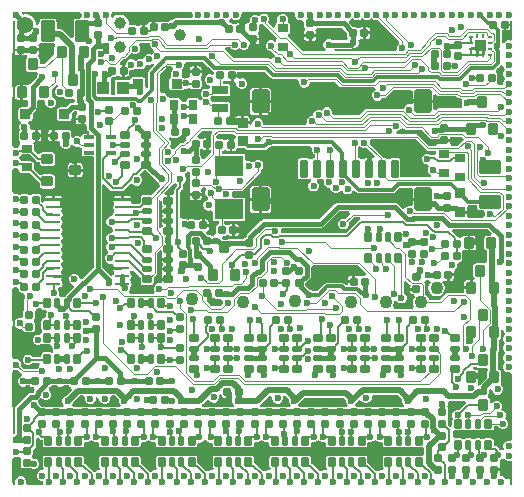
<source format=gbl>
G04*
G04 #@! TF.GenerationSoftware,Altium Limited,Altium Designer,22.11.1 (43)*
G04*
G04 Layer_Physical_Order=4*
G04 Layer_Color=9720587*
%FSLAX25Y25*%
%MOIN*%
G70*
G04*
G04 #@! TF.SameCoordinates,33881630-BD02-48E5-AD41-075E7C08A960*
G04*
G04*
G04 #@! TF.FilePolarity,Positive*
G04*
G01*
G75*
%ADD13C,0.00787*%
%ADD17C,0.01968*%
%ADD18R,0.00787X0.21260*%
%ADD19R,0.00787X0.09055*%
%ADD20R,0.00787X0.23622*%
%ADD21R,0.00787X0.07874*%
%ADD22R,0.00787X0.08268*%
%ADD23R,0.00787X0.42126*%
%ADD24R,0.19685X0.00787*%
%ADD25R,0.26772X0.00787*%
%ADD26R,0.17717X0.00787*%
%ADD27R,0.00787X0.22441*%
%ADD28R,0.00787X0.06299*%
%ADD29R,0.05512X0.00787*%
G04:AMPARAMS|DCode=32|XSize=35.43mil|YSize=37.4mil|CornerRadius=3.54mil|HoleSize=0mil|Usage=FLASHONLY|Rotation=90.000|XOffset=0mil|YOffset=0mil|HoleType=Round|Shape=RoundedRectangle|*
%AMROUNDEDRECTD32*
21,1,0.03543,0.03032,0,0,90.0*
21,1,0.02835,0.03740,0,0,90.0*
1,1,0.00709,0.01516,0.01417*
1,1,0.00709,0.01516,-0.01417*
1,1,0.00709,-0.01516,-0.01417*
1,1,0.00709,-0.01516,0.01417*
%
%ADD32ROUNDEDRECTD32*%
G04:AMPARAMS|DCode=33|XSize=35.43mil|YSize=37.4mil|CornerRadius=3.54mil|HoleSize=0mil|Usage=FLASHONLY|Rotation=90.000|XOffset=0mil|YOffset=0mil|HoleType=Round|Shape=RoundedRectangle|*
%AMROUNDEDRECTD33*
21,1,0.03543,0.03032,0,0,90.0*
21,1,0.02835,0.03740,0,0,90.0*
1,1,0.00709,0.01516,0.01417*
1,1,0.00709,0.01516,-0.01417*
1,1,0.00709,-0.01516,-0.01417*
1,1,0.00709,-0.01516,0.01417*
%
%ADD33ROUNDEDRECTD33*%
G04:AMPARAMS|DCode=39|XSize=27.56mil|YSize=23.62mil|CornerRadius=2.36mil|HoleSize=0mil|Usage=FLASHONLY|Rotation=180.000|XOffset=0mil|YOffset=0mil|HoleType=Round|Shape=RoundedRectangle|*
%AMROUNDEDRECTD39*
21,1,0.02756,0.01890,0,0,180.0*
21,1,0.02284,0.02362,0,0,180.0*
1,1,0.00472,-0.01142,0.00945*
1,1,0.00472,0.01142,0.00945*
1,1,0.00472,0.01142,-0.00945*
1,1,0.00472,-0.01142,-0.00945*
%
%ADD39ROUNDEDRECTD39*%
G04:AMPARAMS|DCode=43|XSize=25.59mil|YSize=31.5mil|CornerRadius=2.56mil|HoleSize=0mil|Usage=FLASHONLY|Rotation=90.000|XOffset=0mil|YOffset=0mil|HoleType=Round|Shape=RoundedRectangle|*
%AMROUNDEDRECTD43*
21,1,0.02559,0.02638,0,0,90.0*
21,1,0.02047,0.03150,0,0,90.0*
1,1,0.00512,0.01319,0.01024*
1,1,0.00512,0.01319,-0.01024*
1,1,0.00512,-0.01319,-0.01024*
1,1,0.00512,-0.01319,0.01024*
%
%ADD43ROUNDEDRECTD43*%
G04:AMPARAMS|DCode=44|XSize=17.72mil|YSize=31.5mil|CornerRadius=1.77mil|HoleSize=0mil|Usage=FLASHONLY|Rotation=90.000|XOffset=0mil|YOffset=0mil|HoleType=Round|Shape=RoundedRectangle|*
%AMROUNDEDRECTD44*
21,1,0.01772,0.02795,0,0,90.0*
21,1,0.01417,0.03150,0,0,90.0*
1,1,0.00354,0.01398,0.00709*
1,1,0.00354,0.01398,-0.00709*
1,1,0.00354,-0.01398,-0.00709*
1,1,0.00354,-0.01398,0.00709*
%
%ADD44ROUNDEDRECTD44*%
G04:AMPARAMS|DCode=48|XSize=12.6mil|YSize=31.5mil|CornerRadius=1.26mil|HoleSize=0mil|Usage=FLASHONLY|Rotation=90.000|XOffset=0mil|YOffset=0mil|HoleType=Round|Shape=RoundedRectangle|*
%AMROUNDEDRECTD48*
21,1,0.01260,0.02898,0,0,90.0*
21,1,0.01008,0.03150,0,0,90.0*
1,1,0.00252,0.01449,0.00504*
1,1,0.00252,0.01449,-0.00504*
1,1,0.00252,-0.01449,-0.00504*
1,1,0.00252,-0.01449,0.00504*
%
%ADD48ROUNDEDRECTD48*%
G04:AMPARAMS|DCode=54|XSize=27.56mil|YSize=23.62mil|CornerRadius=2.36mil|HoleSize=0mil|Usage=FLASHONLY|Rotation=90.000|XOffset=0mil|YOffset=0mil|HoleType=Round|Shape=RoundedRectangle|*
%AMROUNDEDRECTD54*
21,1,0.02756,0.01890,0,0,90.0*
21,1,0.02284,0.02362,0,0,90.0*
1,1,0.00472,0.00945,0.01142*
1,1,0.00472,0.00945,-0.01142*
1,1,0.00472,-0.00945,-0.01142*
1,1,0.00472,-0.00945,0.01142*
%
%ADD54ROUNDEDRECTD54*%
%ADD85C,0.00492*%
%ADD86C,0.01575*%
%ADD87C,0.01181*%
%ADD88C,0.02362*%
%ADD89C,0.03900*%
%ADD90C,0.04331*%
%ADD91C,0.05512*%
G04:AMPARAMS|DCode=92|XSize=35.43mil|YSize=37.4mil|CornerRadius=3.54mil|HoleSize=0mil|Usage=FLASHONLY|Rotation=180.000|XOffset=0mil|YOffset=0mil|HoleType=Round|Shape=RoundedRectangle|*
%AMROUNDEDRECTD92*
21,1,0.03543,0.03032,0,0,180.0*
21,1,0.02835,0.03740,0,0,180.0*
1,1,0.00709,-0.01417,0.01516*
1,1,0.00709,0.01417,0.01516*
1,1,0.00709,0.01417,-0.01516*
1,1,0.00709,-0.01417,-0.01516*
%
%ADD92ROUNDEDRECTD92*%
G04:AMPARAMS|DCode=93|XSize=35.43mil|YSize=37.4mil|CornerRadius=3.54mil|HoleSize=0mil|Usage=FLASHONLY|Rotation=180.000|XOffset=0mil|YOffset=0mil|HoleType=Round|Shape=RoundedRectangle|*
%AMROUNDEDRECTD93*
21,1,0.03543,0.03032,0,0,180.0*
21,1,0.02835,0.03740,0,0,180.0*
1,1,0.00709,-0.01417,0.01516*
1,1,0.00709,0.01417,0.01516*
1,1,0.00709,0.01417,-0.01516*
1,1,0.00709,-0.01417,-0.01516*
%
%ADD93ROUNDEDRECTD93*%
G04:AMPARAMS|DCode=94|XSize=35.83mil|YSize=33.47mil|CornerRadius=3.35mil|HoleSize=0mil|Usage=FLASHONLY|Rotation=0.000|XOffset=0mil|YOffset=0mil|HoleType=Round|Shape=RoundedRectangle|*
%AMROUNDEDRECTD94*
21,1,0.03583,0.02677,0,0,0.0*
21,1,0.02913,0.03347,0,0,0.0*
1,1,0.00669,0.01457,-0.01339*
1,1,0.00669,-0.01457,-0.01339*
1,1,0.00669,-0.01457,0.01339*
1,1,0.00669,0.01457,0.01339*
%
%ADD94ROUNDEDRECTD94*%
%ADD95R,0.03937X0.04331*%
G04:AMPARAMS|DCode=96|XSize=70.87mil|YSize=45.28mil|CornerRadius=4.53mil|HoleSize=0mil|Usage=FLASHONLY|Rotation=0.000|XOffset=0mil|YOffset=0mil|HoleType=Round|Shape=RoundedRectangle|*
%AMROUNDEDRECTD96*
21,1,0.07087,0.03622,0,0,0.0*
21,1,0.06181,0.04528,0,0,0.0*
1,1,0.00906,0.03091,-0.01811*
1,1,0.00906,-0.03091,-0.01811*
1,1,0.00906,-0.03091,0.01811*
1,1,0.00906,0.03091,0.01811*
%
%ADD96ROUNDEDRECTD96*%
G04:AMPARAMS|DCode=97|XSize=59.06mil|YSize=25.59mil|CornerRadius=2.56mil|HoleSize=0mil|Usage=FLASHONLY|Rotation=90.000|XOffset=0mil|YOffset=0mil|HoleType=Round|Shape=RoundedRectangle|*
%AMROUNDEDRECTD97*
21,1,0.05906,0.02047,0,0,90.0*
21,1,0.05394,0.02559,0,0,90.0*
1,1,0.00512,0.01024,0.02697*
1,1,0.00512,0.01024,-0.02697*
1,1,0.00512,-0.01024,-0.02697*
1,1,0.00512,-0.01024,0.02697*
%
%ADD97ROUNDEDRECTD97*%
G04:AMPARAMS|DCode=98|XSize=78.74mil|YSize=57.09mil|CornerRadius=5.71mil|HoleSize=0mil|Usage=FLASHONLY|Rotation=90.000|XOffset=0mil|YOffset=0mil|HoleType=Round|Shape=RoundedRectangle|*
%AMROUNDEDRECTD98*
21,1,0.07874,0.04567,0,0,90.0*
21,1,0.06732,0.05709,0,0,90.0*
1,1,0.01142,0.02284,0.03366*
1,1,0.01142,0.02284,-0.03366*
1,1,0.01142,-0.02284,-0.03366*
1,1,0.01142,-0.02284,0.03366*
%
%ADD98ROUNDEDRECTD98*%
%ADD99R,0.01968X0.01968*%
%ADD100R,0.09449X0.06693*%
G04:AMPARAMS|DCode=101|XSize=25.59mil|YSize=31.5mil|CornerRadius=2.56mil|HoleSize=0mil|Usage=FLASHONLY|Rotation=0.000|XOffset=0mil|YOffset=0mil|HoleType=Round|Shape=RoundedRectangle|*
%AMROUNDEDRECTD101*
21,1,0.02559,0.02638,0,0,0.0*
21,1,0.02047,0.03150,0,0,0.0*
1,1,0.00512,0.01024,-0.01319*
1,1,0.00512,-0.01024,-0.01319*
1,1,0.00512,-0.01024,0.01319*
1,1,0.00512,0.01024,0.01319*
%
%ADD101ROUNDEDRECTD101*%
G04:AMPARAMS|DCode=102|XSize=17.72mil|YSize=31.5mil|CornerRadius=1.77mil|HoleSize=0mil|Usage=FLASHONLY|Rotation=0.000|XOffset=0mil|YOffset=0mil|HoleType=Round|Shape=RoundedRectangle|*
%AMROUNDEDRECTD102*
21,1,0.01772,0.02795,0,0,0.0*
21,1,0.01417,0.03150,0,0,0.0*
1,1,0.00354,0.00709,-0.01398*
1,1,0.00354,-0.00709,-0.01398*
1,1,0.00354,-0.00709,0.01398*
1,1,0.00354,0.00709,0.01398*
%
%ADD102ROUNDEDRECTD102*%
G04:AMPARAMS|DCode=103|XSize=27.56mil|YSize=36.22mil|CornerRadius=2.76mil|HoleSize=0mil|Usage=FLASHONLY|Rotation=90.000|XOffset=0mil|YOffset=0mil|HoleType=Round|Shape=RoundedRectangle|*
%AMROUNDEDRECTD103*
21,1,0.02756,0.03071,0,0,90.0*
21,1,0.02205,0.03622,0,0,90.0*
1,1,0.00551,0.01535,0.01102*
1,1,0.00551,0.01535,-0.01102*
1,1,0.00551,-0.01535,-0.01102*
1,1,0.00551,-0.01535,0.01102*
%
%ADD103ROUNDEDRECTD103*%
G04:AMPARAMS|DCode=104|XSize=27.56mil|YSize=55.12mil|CornerRadius=2.76mil|HoleSize=0mil|Usage=FLASHONLY|Rotation=270.000|XOffset=0mil|YOffset=0mil|HoleType=Round|Shape=RoundedRectangle|*
%AMROUNDEDRECTD104*
21,1,0.02756,0.04961,0,0,270.0*
21,1,0.02205,0.05512,0,0,270.0*
1,1,0.00551,-0.02480,-0.01102*
1,1,0.00551,-0.02480,0.01102*
1,1,0.00551,0.02480,0.01102*
1,1,0.00551,0.02480,-0.01102*
%
%ADD104ROUNDEDRECTD104*%
G04:AMPARAMS|DCode=105|XSize=27.56mil|YSize=36.22mil|CornerRadius=2.76mil|HoleSize=0mil|Usage=FLASHONLY|Rotation=0.000|XOffset=0mil|YOffset=0mil|HoleType=Round|Shape=RoundedRectangle|*
%AMROUNDEDRECTD105*
21,1,0.02756,0.03071,0,0,0.0*
21,1,0.02205,0.03622,0,0,0.0*
1,1,0.00551,0.01102,-0.01535*
1,1,0.00551,-0.01102,-0.01535*
1,1,0.00551,-0.01102,0.01535*
1,1,0.00551,0.01102,0.01535*
%
%ADD105ROUNDEDRECTD105*%
G04:AMPARAMS|DCode=106|XSize=70.87mil|YSize=45.28mil|CornerRadius=4.53mil|HoleSize=0mil|Usage=FLASHONLY|Rotation=90.000|XOffset=0mil|YOffset=0mil|HoleType=Round|Shape=RoundedRectangle|*
%AMROUNDEDRECTD106*
21,1,0.07087,0.03622,0,0,90.0*
21,1,0.06181,0.04528,0,0,90.0*
1,1,0.00906,0.01811,0.03091*
1,1,0.00906,0.01811,-0.03091*
1,1,0.00906,-0.01811,-0.03091*
1,1,0.00906,-0.01811,0.03091*
%
%ADD106ROUNDEDRECTD106*%
G04:AMPARAMS|DCode=107|XSize=33.47mil|YSize=33.47mil|CornerRadius=3.35mil|HoleSize=0mil|Usage=FLASHONLY|Rotation=270.000|XOffset=0mil|YOffset=0mil|HoleType=Round|Shape=RoundedRectangle|*
%AMROUNDEDRECTD107*
21,1,0.03347,0.02677,0,0,270.0*
21,1,0.02677,0.03347,0,0,270.0*
1,1,0.00669,-0.01339,-0.01339*
1,1,0.00669,-0.01339,0.01339*
1,1,0.00669,0.01339,0.01339*
1,1,0.00669,0.01339,-0.01339*
%
%ADD107ROUNDEDRECTD107*%
%ADD108O,0.04961X0.00984*%
%ADD109R,0.00984X0.01378*%
%ADD110R,0.01378X0.00984*%
%ADD111R,0.01968X0.01176*%
G36*
X83193Y157087D02*
X82780Y156915D01*
X82281Y156417D01*
X82025Y156366D01*
X81900Y156491D01*
X81248Y156761D01*
X80544D01*
X79893Y156491D01*
X79394Y155993D01*
X79124Y155341D01*
Y154637D01*
X78752Y154381D01*
X78479Y154198D01*
X78296Y153925D01*
X77934Y153822D01*
X77461Y153749D01*
X77252Y153889D01*
X76929Y153953D01*
X76476D01*
Y151969D01*
X75492D01*
Y153953D01*
X75039D01*
X74717Y153889D01*
X74457Y153716D01*
X74435Y153706D01*
X73597D01*
X73575Y153716D01*
X73315Y153889D01*
X72992Y153953D01*
X72675D01*
X72276Y154422D01*
X72272Y154668D01*
X72404Y155311D01*
X72835Y155635D01*
X73349Y155248D01*
X73406Y155191D01*
X74057Y154921D01*
X74762D01*
X75413Y155191D01*
X75911Y155689D01*
X76181Y156341D01*
Y157045D01*
X76164Y157087D01*
X76690Y157874D01*
X83037D01*
X83193Y157087D01*
D02*
G37*
G36*
X120200Y155248D02*
X120256Y155191D01*
X120907Y154921D01*
X121612D01*
X121763Y154984D01*
X128785Y147961D01*
X128918Y147171D01*
X128419Y146673D01*
X128150Y146022D01*
Y145317D01*
X127593Y144603D01*
X107545D01*
X107152Y145390D01*
X107205Y145461D01*
X107210Y145462D01*
X112796D01*
X113333Y145569D01*
X113608Y145753D01*
X114018D01*
X114670Y146022D01*
X115168Y146521D01*
X115438Y147172D01*
Y147877D01*
X115277Y148266D01*
X115346Y148404D01*
X116055Y148867D01*
X116378Y148803D01*
X116831D01*
Y150787D01*
Y152772D01*
X116378D01*
X116055Y152708D01*
X115796Y152534D01*
X115773Y152525D01*
X114935D01*
X114913Y152534D01*
X114653Y152708D01*
X114331Y152772D01*
X113585D01*
X112206Y154151D01*
X112198Y154299D01*
X112436Y155034D01*
X112815Y155191D01*
X112872Y155248D01*
X113386Y155635D01*
X113900Y155248D01*
X113957Y155191D01*
X114608Y154921D01*
X115313D01*
X115964Y155191D01*
X116021Y155248D01*
X116535Y155635D01*
X117050Y155248D01*
X117107Y155191D01*
X117758Y154921D01*
X118463D01*
X119114Y155191D01*
X119171Y155248D01*
X119685Y155635D01*
X120200Y155248D01*
D02*
G37*
G36*
X60057Y157087D02*
X60039Y157045D01*
Y156341D01*
X59478Y155637D01*
X54445D01*
X53908Y155530D01*
X53452Y155226D01*
X53147Y154921D01*
X52797D01*
X52146Y154652D01*
X52020Y154526D01*
X51929Y154544D01*
X50039D01*
X49717Y154480D01*
X49457Y154306D01*
X49435Y154297D01*
X48597D01*
X48575Y154306D01*
X48315Y154480D01*
X47992Y154544D01*
X47539D01*
Y152559D01*
X46555D01*
Y154544D01*
X46102D01*
X45780Y154480D01*
X45506Y154297D01*
X45324Y154023D01*
X45313Y153972D01*
X45141Y153636D01*
X44646Y153363D01*
X44193D01*
Y151378D01*
X43209D01*
Y153363D01*
X42756D01*
X42433Y153298D01*
X42173Y153125D01*
X42151Y153116D01*
X41313D01*
X41291Y153125D01*
X41031Y153298D01*
X40709Y153363D01*
X39441D01*
X38790Y153527D01*
X38682Y154131D01*
Y154327D01*
X38482Y155073D01*
X38096Y155743D01*
X37550Y156289D01*
X36881Y156675D01*
X36134Y156875D01*
X35362D01*
X34615Y156675D01*
X33946Y156289D01*
X33534Y155877D01*
X32867Y156323D01*
X32874Y156341D01*
Y157045D01*
X32857Y157087D01*
X33383Y157874D01*
X59530D01*
X60057Y157087D01*
D02*
G37*
G36*
X89753Y157090D02*
X89102Y156820D01*
X88603Y156322D01*
X88334Y155671D01*
Y154966D01*
X88186Y154182D01*
X87900Y153991D01*
X87708Y153704D01*
X87641Y153366D01*
Y152846D01*
X86913Y152545D01*
X85167Y154291D01*
X85285Y154410D01*
X85555Y155061D01*
Y155766D01*
X85285Y156417D01*
X84787Y156915D01*
X84373Y157087D01*
X84530Y157874D01*
X89745D01*
X89753Y157090D01*
D02*
G37*
G36*
X23049Y157087D02*
X23031Y157045D01*
Y156341D01*
X23040Y156320D01*
X22514Y155532D01*
X21417D01*
X21010Y155451D01*
X20665Y155221D01*
X20435Y154876D01*
X20354Y154469D01*
Y149301D01*
X19566Y148975D01*
X17010Y151531D01*
X16489Y151879D01*
X15874Y152001D01*
X15874Y152001D01*
X14686D01*
Y154469D01*
X14605Y154876D01*
X14374Y155221D01*
X14029Y155451D01*
X13622Y155532D01*
X10000D01*
X9593Y155451D01*
X9248Y155221D01*
X9017Y154876D01*
X8936Y154469D01*
Y153893D01*
X8270Y153416D01*
X7677Y153657D01*
Y153984D01*
X7449Y154835D01*
X7009Y155598D01*
X6385Y156221D01*
X5622Y156662D01*
X4771Y156890D01*
X3890D01*
X3721Y156844D01*
X3710Y156851D01*
X3622Y157087D01*
X4170Y157874D01*
X22523D01*
X23049Y157087D01*
D02*
G37*
G36*
X94309D02*
X94291Y157045D01*
Y156341D01*
X94561Y155689D01*
X95060Y155191D01*
X95711Y154921D01*
X96415D01*
X96466Y154942D01*
X97228Y154406D01*
Y152992D01*
X97292Y152670D01*
X97466Y152410D01*
X97475Y152388D01*
Y151549D01*
X97466Y151527D01*
X97292Y151268D01*
X97228Y150945D01*
Y150492D01*
X101198D01*
Y150945D01*
X101134Y151268D01*
X100960Y151527D01*
X100951Y151549D01*
Y151782D01*
X101677Y152532D01*
X109851D01*
X111598Y150785D01*
Y149646D01*
X111662Y149323D01*
X111845Y149050D01*
X111592Y148272D01*
X106512D01*
X106415Y148369D01*
X105764Y148639D01*
X105059D01*
X104408Y148369D01*
X103910Y147871D01*
X103640Y147219D01*
Y146515D01*
X103910Y145863D01*
X104383Y145390D01*
X104376Y145255D01*
X104190Y144603D01*
X96699D01*
X91788Y149514D01*
X91787Y149626D01*
X91933Y150346D01*
X92219Y150537D01*
X92411Y150823D01*
X92478Y151161D01*
Y153366D01*
X92411Y153704D01*
X92219Y153991D01*
X91933Y154182D01*
X91877Y154966D01*
Y155671D01*
X91607Y156322D01*
X91109Y156820D01*
X90458Y157090D01*
X90466Y157874D01*
X93782D01*
X94309Y157087D01*
D02*
G37*
G36*
X164665Y151559D02*
X165118D01*
X165441Y151623D01*
X165714Y151805D01*
X165748Y151856D01*
X166535Y151617D01*
Y148737D01*
X165748Y148211D01*
X165707Y148228D01*
X165002D01*
X164351Y147959D01*
X163852Y147460D01*
X163803Y147341D01*
X163016Y147498D01*
Y151384D01*
X163228Y151559D01*
X163681D01*
Y153543D01*
X164665D01*
Y151559D01*
D02*
G37*
G36*
X83431Y153642D02*
X83448D01*
X83538Y153507D01*
X88007Y149039D01*
X87899Y148106D01*
X87507Y147847D01*
X87224Y147959D01*
X86573Y148228D01*
X85868D01*
X85217Y147959D01*
X84719Y147460D01*
X84449Y146809D01*
Y146104D01*
X84719Y145453D01*
X85217Y144955D01*
X85868Y144685D01*
X86061D01*
X87577Y143169D01*
X87576Y143166D01*
X87078Y142667D01*
X86922Y142291D01*
X86246Y142042D01*
X86217Y142036D01*
X86032Y142042D01*
X85832Y142176D01*
X85505Y142241D01*
X73801D01*
X70832Y145210D01*
X71152Y145997D01*
X72748D01*
X72810Y145847D01*
X73308Y145349D01*
X73960Y145079D01*
X74664D01*
X75316Y145349D01*
X75689Y145722D01*
X76161Y145250D01*
X76812Y144980D01*
X77517D01*
X78168Y145250D01*
X78667Y145748D01*
X78936Y146400D01*
Y146819D01*
X79075Y146933D01*
X79724D01*
Y148721D01*
X80216D01*
Y149213D01*
X82201D01*
Y149665D01*
X82137Y149988D01*
X81963Y150248D01*
X81954Y150270D01*
Y151108D01*
X81963Y151130D01*
X82137Y151390D01*
X82201Y151713D01*
Y153376D01*
X82467Y153622D01*
X82680Y153752D01*
X82957Y153838D01*
X83431Y153642D01*
D02*
G37*
G36*
X45791Y147301D02*
Y146596D01*
X46061Y145945D01*
X46559Y145447D01*
X46893Y145309D01*
X46967Y145153D01*
X47062Y144450D01*
X46726Y144114D01*
X46468Y143491D01*
X45902Y143726D01*
X45197D01*
X44546Y143456D01*
X44047Y142957D01*
X43777Y142306D01*
X43001Y142107D01*
X42296D01*
X41645Y141838D01*
X41147Y141339D01*
X41043Y141319D01*
X40653Y141709D01*
X40002Y141978D01*
X39297D01*
X38646Y141709D01*
X38147Y141210D01*
X37878Y140559D01*
Y140174D01*
X37500D01*
Y138189D01*
Y136204D01*
X37953D01*
X38275Y136268D01*
X38549Y136451D01*
X38732Y136725D01*
X38796Y137047D01*
Y138100D01*
X39297Y138435D01*
X40002D01*
X40653Y138705D01*
X40674Y138726D01*
X41645Y138834D01*
X42296Y138564D01*
X43001D01*
X43652Y138834D01*
X44151Y139332D01*
X44420Y139983D01*
X45197Y140182D01*
X45902D01*
X46553Y140452D01*
X46955Y140855D01*
X46987Y140854D01*
X47304Y140057D01*
X45605Y138358D01*
X45344Y137967D01*
X45252Y137506D01*
X45252Y137506D01*
Y132647D01*
X44801Y132234D01*
X44133Y132689D01*
Y135197D01*
X44061Y135558D01*
X43856Y135864D01*
X43550Y136068D01*
X43189Y136140D01*
X40276D01*
X39915Y136068D01*
X39609Y135864D01*
X39404Y135558D01*
X39332Y135197D01*
Y135039D01*
X34252D01*
Y130043D01*
X32677D01*
Y135039D01*
X32677Y135039D01*
X32677D01*
X32744Y135799D01*
X33108Y136042D01*
X33270Y136204D01*
X34016D01*
X34338Y136268D01*
X34598Y136442D01*
X34620Y136451D01*
X35458D01*
X35481Y136442D01*
X35740Y136268D01*
X36063Y136204D01*
X36516D01*
Y138189D01*
Y140174D01*
X36213D01*
X35968Y140534D01*
X35863Y140937D01*
X36834Y141908D01*
X37065D01*
X37392Y141972D01*
X37669Y142157D01*
X39532Y144020D01*
X39699Y144037D01*
X39844Y143892D01*
X40495Y143622D01*
X41200D01*
X41851Y143892D01*
X42350Y144390D01*
X42619Y145041D01*
Y145746D01*
X42350Y146397D01*
X42125Y146622D01*
X42451Y147409D01*
X45719D01*
X45791Y147301D01*
D02*
G37*
G36*
X157776Y146358D02*
Y144587D01*
X157382D01*
Y143307D01*
X156398D01*
Y144587D01*
X155414D01*
Y143307D01*
X154430D01*
Y144587D01*
X154036D01*
Y144980D01*
X152756D01*
Y145965D01*
X154036D01*
Y146358D01*
Y148327D01*
X157776D01*
Y146358D01*
D02*
G37*
G36*
X3248Y143291D02*
X3898D01*
X4220Y143355D01*
X4307Y143413D01*
X4461Y143506D01*
X4571Y143475D01*
X4722Y143308D01*
X4791Y142433D01*
X4582Y142121D01*
X4509Y141752D01*
Y138721D01*
X4582Y138352D01*
X4791Y138039D01*
X5104Y137830D01*
X5472Y137757D01*
X8067D01*
X8398Y137226D01*
X8422Y137173D01*
X8459Y136985D01*
X8224Y136419D01*
Y136184D01*
X5700Y133659D01*
X4936Y133390D01*
X4567Y133463D01*
X3642D01*
Y130984D01*
Y128505D01*
X4567D01*
X5259Y127962D01*
X5288Y127907D01*
Y126566D01*
X4626Y125904D01*
X2874D01*
X2513Y125832D01*
X2207Y125628D01*
X2003Y125322D01*
X1931Y124961D01*
Y122283D01*
X2003Y121923D01*
X2207Y121616D01*
X2513Y121412D01*
X2522Y121410D01*
X2522Y121410D01*
X2710Y120570D01*
X2435Y120295D01*
X2165Y119644D01*
Y118939D01*
X2431Y118297D01*
X2396Y118273D01*
X2213Y118000D01*
X2149Y117677D01*
Y115394D01*
X2213Y115071D01*
X2396Y114798D01*
X2423Y114780D01*
X2548Y114034D01*
X2509Y113848D01*
X2373Y113645D01*
X2306Y113307D01*
Y112934D01*
X1534Y112402D01*
X829D01*
X787Y112384D01*
X0Y112911D01*
Y129298D01*
X787Y129375D01*
X842Y129100D01*
X1051Y128787D01*
X1364Y128578D01*
X1732Y128505D01*
X2657D01*
Y130984D01*
Y133463D01*
X1732D01*
X1364Y133390D01*
X1051Y133181D01*
X842Y132869D01*
X787Y132593D01*
X0Y132671D01*
Y143975D01*
X787Y144052D01*
X835Y143811D01*
X1018Y143538D01*
X1292Y143355D01*
X1614Y143291D01*
X2264D01*
Y145079D01*
X3248D01*
Y143291D01*
D02*
G37*
G36*
X9479Y147381D02*
X9593Y147305D01*
X10000Y147224D01*
X13622D01*
X13801Y147259D01*
X14115Y146792D01*
X14197Y146542D01*
X14031Y146294D01*
X13958Y145925D01*
Y143520D01*
X13861Y143455D01*
X10629Y140223D01*
X9270D01*
Y141752D01*
X9197Y142121D01*
X8988Y142433D01*
X8676Y142642D01*
X8615Y142654D01*
X8581Y142744D01*
X8531Y143474D01*
X8628Y143538D01*
X8810Y143811D01*
X8874Y144134D01*
Y144587D01*
X6890D01*
Y145571D01*
X8874D01*
Y146024D01*
X8810Y146346D01*
X8637Y146606D01*
X8628Y146628D01*
Y146683D01*
X9415Y147388D01*
X9479Y147381D01*
D02*
G37*
G36*
X86107Y135812D02*
X86107Y135812D01*
X86498Y135551D01*
X86959Y135459D01*
X94974D01*
X95500Y134672D01*
X95473Y134604D01*
Y133900D01*
X95742Y133248D01*
X96241Y132750D01*
X96892Y132480D01*
X97597D01*
X98248Y132750D01*
X98746Y133248D01*
X99016Y133900D01*
Y134450D01*
X107510D01*
X109099Y132861D01*
X109375Y132676D01*
X109702Y132612D01*
X120455D01*
X121135Y132015D01*
X121194Y131885D01*
X121185Y131667D01*
X121171Y131643D01*
X121085Y131603D01*
X120650Y131423D01*
X120152Y130925D01*
X119882Y130274D01*
Y129569D01*
X120152Y128918D01*
X120650Y128419D01*
X121301Y128150D01*
X122006D01*
X122657Y128419D01*
X123155Y128918D01*
X123218Y129068D01*
X124016D01*
X124342Y129133D01*
X124619Y129318D01*
X127088Y131787D01*
X132632D01*
X133344Y131331D01*
Y128457D01*
X136811D01*
X140279D01*
Y130032D01*
X141007Y130333D01*
X141464Y129876D01*
X141741Y129691D01*
X142067Y129626D01*
X147976D01*
X148443Y129158D01*
X148720Y128973D01*
X149046Y128909D01*
X149516D01*
X149695Y128697D01*
X149950Y128121D01*
X149756Y127653D01*
Y126948D01*
X149953Y126474D01*
X149704Y125907D01*
X149523Y125687D01*
X141997D01*
X141670Y125622D01*
X141393Y125437D01*
X141066Y125110D01*
X140279Y125436D01*
Y127472D01*
X136811D01*
X133274D01*
X132636Y126969D01*
X131931D01*
X131280Y126699D01*
X130781Y126200D01*
X130762Y126152D01*
X130433Y125549D01*
X130071Y125548D01*
X118191D01*
X117864Y125483D01*
X117588Y125298D01*
X115584Y123294D01*
X107253D01*
X106600Y123947D01*
Y124516D01*
X106330Y125167D01*
X105832Y125665D01*
X105180Y125935D01*
X104475D01*
X103824Y125665D01*
X103326Y125167D01*
X103179Y124811D01*
X103022Y124780D01*
X102371Y125050D01*
X101666D01*
X101015Y124780D01*
X100516Y124282D01*
X100247Y123631D01*
Y123031D01*
X99648D01*
X98997Y122762D01*
X98498Y122263D01*
X98228Y121612D01*
Y120907D01*
X97672Y120194D01*
X87469D01*
X87455Y120196D01*
X83626D01*
X83465Y120358D01*
Y120825D01*
X83195Y121476D01*
X82696Y121974D01*
X82045Y122244D01*
X81340D01*
X80689Y121974D01*
X80191Y121476D01*
X79921Y120825D01*
Y120599D01*
X79184Y120000D01*
X79054Y120039D01*
Y120335D01*
X76772D01*
Y120827D01*
X76280D01*
Y123109D01*
X75433D01*
X75072Y123037D01*
X74905Y122925D01*
X74652Y122856D01*
X74005Y122993D01*
X73946Y123022D01*
X73708Y123180D01*
X73386Y123245D01*
X72592D01*
X72353Y124032D01*
X72396Y124061D01*
X72588Y124347D01*
X72655Y124685D01*
Y126890D01*
X72588Y127228D01*
X72396Y127514D01*
X72110Y127706D01*
X71772Y127773D01*
X66811D01*
X66378Y127900D01*
X66144Y128382D01*
X66069Y128563D01*
X65688Y128944D01*
X66153Y129409D01*
X66215Y129559D01*
X66617D01*
X66943Y129624D01*
X67068Y129707D01*
X71772D01*
X72110Y129775D01*
X72396Y129966D01*
X72588Y130253D01*
X72655Y130590D01*
Y132795D01*
X72588Y133133D01*
X72396Y133420D01*
X72110Y133611D01*
X71772Y133678D01*
X70144D01*
Y134629D01*
X70236D01*
X70559Y134694D01*
X70819Y134867D01*
X70841Y134876D01*
X71679D01*
X71701Y134867D01*
X71961Y134694D01*
X72284Y134629D01*
X72736D01*
Y136614D01*
X73228D01*
Y137106D01*
X75016D01*
Y137756D01*
X75110Y137871D01*
X84048D01*
X86107Y135812D01*
D02*
G37*
G36*
X163384Y139830D02*
X163600Y139763D01*
X163852Y139154D01*
X163909Y139097D01*
X164296Y138583D01*
X163909Y138068D01*
X163852Y138011D01*
X163583Y137360D01*
Y136655D01*
X163852Y136004D01*
X163909Y135948D01*
X164296Y135433D01*
X163909Y134919D01*
X163852Y134862D01*
X163583Y134211D01*
Y133506D01*
X162855Y133300D01*
X161863D01*
X161760Y133427D01*
X161514Y134088D01*
X161566Y134166D01*
X161630Y134488D01*
Y136772D01*
X161566Y137094D01*
X161383Y137368D01*
X161376Y137373D01*
X161281Y137617D01*
X161238Y138145D01*
X161275Y138315D01*
X162663Y139704D01*
X162795Y139902D01*
X163384Y139830D01*
D02*
G37*
G36*
X64746Y139798D02*
X65122Y139547D01*
X66446Y138223D01*
X66446Y138223D01*
X66837Y137962D01*
X67155Y137864D01*
X67276Y137441D01*
X67256Y137251D01*
X66523Y136841D01*
X66318Y136926D01*
X65614D01*
X64962Y136657D01*
X64464Y136158D01*
X64194Y135507D01*
Y134802D01*
X64464Y134151D01*
X64962Y133653D01*
X65327Y133502D01*
X65629Y133335D01*
X65813Y132576D01*
X65140Y132127D01*
X65003Y132184D01*
X64298D01*
X63647Y131914D01*
X63149Y131416D01*
X62879Y130765D01*
Y130060D01*
X63149Y129409D01*
X63530Y129027D01*
X63065Y128563D01*
X62984Y128368D01*
X62837Y128356D01*
X62185Y128495D01*
X62155Y128645D01*
X61963Y128931D01*
X61677Y129123D01*
X61339Y129190D01*
X59134D01*
X58796Y129123D01*
X58510Y128931D01*
X58318Y128645D01*
X58251Y128307D01*
Y128272D01*
X57464Y127746D01*
X57439Y127756D01*
X56734D01*
X56710Y127746D01*
X55923Y128272D01*
Y128307D01*
X55856Y128645D01*
X55664Y128931D01*
X55378Y129123D01*
X55040Y129190D01*
X52835D01*
X52676Y129159D01*
X52417Y129167D01*
X51742Y129539D01*
X51619Y129835D01*
X51121Y130333D01*
X50470Y130603D01*
X49765D01*
X49051Y131160D01*
Y137015D01*
X51709Y139673D01*
X52893D01*
X53633Y138894D01*
X53633Y138707D01*
X53135Y138208D01*
X52865Y137557D01*
Y136852D01*
X52907Y136068D01*
X52601Y135864D01*
X52396Y135558D01*
X52324Y135197D01*
Y132520D01*
X52396Y132159D01*
X52601Y131853D01*
X52907Y131648D01*
X53268Y131576D01*
X56181D01*
X56542Y131648D01*
X56848Y131853D01*
X57053Y132159D01*
X57221Y132249D01*
X57531Y132121D01*
X58236D01*
X58887Y132390D01*
X59286Y132317D01*
X59560Y132135D01*
X59882Y132070D01*
X62166D01*
X62488Y132135D01*
X62762Y132317D01*
X62945Y132591D01*
X63009Y132913D01*
Y134803D01*
X62945Y135126D01*
X62771Y135386D01*
X62762Y135408D01*
Y136246D01*
X62771Y136268D01*
X62945Y136528D01*
X63009Y136850D01*
Y137303D01*
X61024D01*
X59039D01*
Y136850D01*
X59103Y136528D01*
X58782Y135724D01*
X58499Y135555D01*
X58236Y135664D01*
X57531D01*
X57150Y135506D01*
X57053Y135558D01*
X56848Y135864D01*
X56542Y136068D01*
X56409Y136852D01*
Y137557D01*
X56389Y137605D01*
X56389Y138457D01*
X56887Y138956D01*
X57157Y139607D01*
Y140312D01*
X57716Y141019D01*
X63526D01*
X64746Y139798D01*
D02*
G37*
G36*
X15201Y133235D02*
X15248Y132861D01*
X14915Y132617D01*
X14885Y132604D01*
X14386Y132106D01*
X14117Y131455D01*
Y130750D01*
X14386Y130099D01*
X14885Y129601D01*
X15536Y129331D01*
X16241D01*
X17019Y129344D01*
X17202Y129071D01*
X17475Y128888D01*
X17798Y128824D01*
X19688D01*
X19942Y128875D01*
X19975Y128867D01*
X20216Y128730D01*
X20669Y128382D01*
Y127994D01*
X20265Y127389D01*
X19803D01*
X19266Y127282D01*
X18810Y126978D01*
X17736Y125904D01*
X15866D01*
X15505Y125832D01*
X15199Y125628D01*
X14995Y125322D01*
X14923Y124961D01*
Y122283D01*
X14995Y121923D01*
X15199Y121616D01*
X15505Y121412D01*
X15866Y121340D01*
X18780D01*
X19141Y121412D01*
X19447Y121616D01*
X19651Y121923D01*
X19723Y122283D01*
Y123917D01*
X20385Y124579D01*
X21400D01*
X21481Y124457D01*
X21491Y124435D01*
Y123597D01*
X21481Y123574D01*
X21308Y123315D01*
X21244Y122992D01*
Y122539D01*
X23228D01*
Y122047D01*
X23720D01*
Y120259D01*
X24370D01*
X24789Y119540D01*
Y119085D01*
X24896Y118547D01*
X25201Y118091D01*
X25385Y117907D01*
X25084Y117179D01*
X23945D01*
X23665Y117124D01*
X23428Y116965D01*
X23270Y116728D01*
X23235Y116555D01*
X22983Y116359D01*
X22427Y116144D01*
X21957Y116339D01*
X21252D01*
X20601Y116069D01*
X20292Y115760D01*
X19504Y116028D01*
Y117677D01*
X19440Y118000D01*
X19257Y118273D01*
X18984Y118456D01*
X18661Y118520D01*
X16772D01*
X16449Y118456D01*
X16189Y118282D01*
X16167Y118273D01*
X15329D01*
X15307Y118282D01*
X15047Y118456D01*
X14724Y118520D01*
X14272D01*
Y116535D01*
Y114551D01*
X14724D01*
X15047Y114615D01*
X15307Y114788D01*
X15333Y114799D01*
X15333Y114799D01*
X15365Y114789D01*
X15945Y114132D01*
Y113427D01*
X16215Y112776D01*
X16713Y112278D01*
X17364Y112008D01*
X18069D01*
X18720Y112278D01*
X19218Y112776D01*
X19407Y113230D01*
X19596Y113321D01*
X20020Y113409D01*
X20265Y113401D01*
X20601Y113065D01*
X21252Y112795D01*
X21957D01*
X22068Y112841D01*
X22127Y112783D01*
X22403Y112598D01*
X22730Y112533D01*
X23037D01*
X23268Y112128D01*
X23377Y111772D01*
X23270Y111610D01*
X23214Y111331D01*
Y110323D01*
X23270Y110043D01*
X23428Y109806D01*
X23665Y109648D01*
X23945Y109592D01*
X26842D01*
X27040Y109430D01*
Y72616D01*
X23112Y68687D01*
X22324Y68955D01*
X22055Y69606D01*
X21556Y70104D01*
X20905Y70374D01*
X20200D01*
X19549Y70104D01*
X19051Y69606D01*
X18781Y68955D01*
Y68250D01*
X19051Y67599D01*
X19549Y67100D01*
X20200Y66831D01*
X20468Y66043D01*
X18003Y63578D01*
X17698Y63122D01*
X17641Y62837D01*
X17615Y62810D01*
X17402D01*
X17102Y62751D01*
X17021Y62696D01*
X16825Y62581D01*
X16246D01*
X16050Y62696D01*
X15969Y62751D01*
X15846Y62775D01*
X15513Y63238D01*
X15381Y63598D01*
X15468Y63807D01*
Y64512D01*
X15198Y65163D01*
X15126Y65235D01*
X15452Y66022D01*
X15611D01*
X16033Y66106D01*
X16391Y66345D01*
X16630Y66703D01*
X16714Y67126D01*
X16630Y67548D01*
X16391Y67907D01*
X16299Y67968D01*
X16289Y67993D01*
Y68818D01*
X16299Y68843D01*
X16391Y68905D01*
X16584Y69193D01*
X13622D01*
Y70177D01*
X16584D01*
X16391Y70466D01*
X16299Y70527D01*
X16289Y70552D01*
Y71377D01*
X16299Y71402D01*
X16391Y71464D01*
X16630Y71822D01*
X16714Y72244D01*
X16630Y72667D01*
X16391Y73025D01*
X16299Y73086D01*
X16289Y73111D01*
Y73936D01*
X16299Y73961D01*
X16391Y74023D01*
X16630Y74381D01*
X16714Y74803D01*
X16630Y75226D01*
X16391Y75584D01*
X16299Y75645D01*
X16289Y75670D01*
Y76495D01*
X16299Y76520D01*
X16391Y76582D01*
X16630Y76940D01*
X16714Y77362D01*
X16630Y77785D01*
X16391Y78143D01*
X16299Y78204D01*
X16289Y78229D01*
Y79054D01*
X16299Y79079D01*
X16391Y79141D01*
X16630Y79499D01*
X16714Y79921D01*
X16630Y80344D01*
X16391Y80702D01*
X16299Y80763D01*
X16289Y80788D01*
Y81613D01*
X16299Y81638D01*
X16391Y81700D01*
X16630Y82058D01*
X16714Y82480D01*
X16630Y82903D01*
X16391Y83261D01*
X16299Y83322D01*
X16289Y83348D01*
Y84172D01*
X16299Y84197D01*
X16391Y84259D01*
X16630Y84617D01*
X16714Y85039D01*
X16630Y85462D01*
X16391Y85820D01*
X16299Y85881D01*
X16289Y85907D01*
Y86731D01*
X16299Y86756D01*
X16391Y86818D01*
X16630Y87176D01*
X16714Y87598D01*
X16630Y88021D01*
X16391Y88379D01*
X16299Y88441D01*
X16289Y88466D01*
Y89290D01*
X16299Y89315D01*
X16391Y89377D01*
X16630Y89735D01*
X16714Y90158D01*
X16630Y90580D01*
X16391Y90938D01*
X16299Y91000D01*
X16289Y91025D01*
Y91849D01*
X16299Y91874D01*
X16391Y91936D01*
X16584Y92224D01*
X13622D01*
Y93209D01*
X16584D01*
X16391Y93497D01*
X16299Y93559D01*
X16289Y93584D01*
Y94408D01*
X16299Y94433D01*
X16391Y94495D01*
X16584Y94784D01*
X13622D01*
X10582D01*
X10242Y94053D01*
X9662Y94530D01*
Y96220D01*
X9598Y96543D01*
X9415Y96817D01*
X9142Y96999D01*
X8819Y97063D01*
X6929D01*
X6607Y96999D01*
X6347Y96826D01*
X6325Y96817D01*
X5486D01*
X5464Y96826D01*
X5204Y96999D01*
X4882Y97063D01*
X2992D01*
X2670Y96999D01*
X2396Y96817D01*
X2383Y96797D01*
X2185Y96777D01*
X1534Y97047D01*
X829D01*
X787Y97030D01*
X0Y97556D01*
Y105200D01*
X787Y105726D01*
X829Y105709D01*
X1534D01*
X2306Y105176D01*
Y104803D01*
X2373Y104465D01*
X2565Y104179D01*
X2851Y103987D01*
X3189Y103920D01*
X5724D01*
X9111Y100533D01*
X9136Y100516D01*
Y99825D01*
X9209Y99456D01*
X9418Y99144D01*
X9730Y98935D01*
X10099Y98862D01*
X13131D01*
X13499Y98935D01*
X13812Y99144D01*
X14021Y99456D01*
X14094Y99825D01*
Y102660D01*
X14021Y103028D01*
X13812Y103341D01*
X13499Y103550D01*
X13131Y103623D01*
X10099D01*
X9730Y103550D01*
X9418Y103341D01*
X9166Y103316D01*
X7143Y105339D01*
Y107008D01*
X7076Y107346D01*
X6884Y107632D01*
X6598Y107824D01*
X6260Y107891D01*
X3319D01*
X3307Y107893D01*
X2928D01*
X2683Y108484D01*
X2626Y108541D01*
X2239Y109055D01*
X2626Y109570D01*
X2683Y109626D01*
X2928Y110217D01*
X3307D01*
X3319Y110219D01*
X5724D01*
X7930Y108013D01*
X8256Y107796D01*
X8640Y107719D01*
X9136D01*
Y107305D01*
X9209Y106937D01*
X9418Y106624D01*
X9730Y106415D01*
X10099Y106342D01*
X13131D01*
X13499Y106415D01*
X13812Y106624D01*
X14021Y106937D01*
X14094Y107305D01*
Y110140D01*
X14021Y110509D01*
X13812Y110821D01*
X13499Y111030D01*
X13131Y111103D01*
X10099D01*
X9730Y111030D01*
X9418Y110821D01*
X9280Y110615D01*
X8838Y110459D01*
X8384Y110397D01*
X7143Y111638D01*
Y113307D01*
X7076Y113645D01*
X6997Y113763D01*
X7200Y114355D01*
X7346Y114551D01*
X7382D01*
Y116535D01*
Y118520D01*
X6929D01*
X6607Y118456D01*
X6347Y118282D01*
X6325Y118273D01*
X6285D01*
X5755Y118885D01*
X5709Y119000D01*
Y119644D01*
X5439Y120295D01*
X5181Y120553D01*
X5507Y121340D01*
X5788D01*
X6149Y121412D01*
X6455Y121616D01*
X6659Y121923D01*
X6731Y122283D01*
Y124035D01*
X7686Y124991D01*
X7991Y125446D01*
X8098Y125984D01*
Y128130D01*
X8833Y128572D01*
X8885Y128570D01*
X9213Y128505D01*
X10521D01*
X10925Y127900D01*
Y127195D01*
X11195Y126544D01*
X11693Y126046D01*
X12344Y125776D01*
X13049D01*
X13700Y126046D01*
X14199Y126544D01*
X14469Y127195D01*
Y127900D01*
X14199Y128551D01*
X13700Y129050D01*
X13049Y129320D01*
X12994Y129386D01*
X13011Y129469D01*
Y132159D01*
X14372Y133520D01*
X15201Y133235D01*
D02*
G37*
G36*
X56445Y116068D02*
X56705Y115894D01*
X57028Y115830D01*
X57561D01*
X57564Y115829D01*
X57889Y115043D01*
X56938Y114091D01*
X56258D01*
X55931Y114026D01*
X55655Y113841D01*
X54007Y112194D01*
X53329Y112049D01*
X52990Y112262D01*
X52778Y112474D01*
X52714Y112575D01*
X52588Y113092D01*
X52592Y113433D01*
X52713Y113614D01*
X52778Y113941D01*
Y114348D01*
X52713Y114675D01*
X52529Y114952D01*
X52059Y115421D01*
X52561Y116033D01*
X52768Y115894D01*
X53091Y115830D01*
X54980D01*
X55303Y115894D01*
X55563Y116068D01*
X55585Y116077D01*
X56423D01*
X56445Y116068D01*
D02*
G37*
G36*
X150367Y115407D02*
X150374Y115332D01*
X148247Y113205D01*
X146243D01*
X146102Y113316D01*
X145681Y113993D01*
X145686Y114016D01*
Y114469D01*
X143701D01*
Y115453D01*
X145686D01*
Y115905D01*
X145937Y116212D01*
X149562D01*
X150367Y115407D01*
D02*
G37*
G36*
X130635Y118749D02*
X130911Y118564D01*
X131238Y118499D01*
X136145D01*
X139057Y115588D01*
X139333Y115403D01*
X139660Y115338D01*
X141467D01*
X141716Y115133D01*
Y114016D01*
X141721Y113993D01*
X141300Y113316D01*
X141159Y113205D01*
X138788D01*
X135298Y116696D01*
X135021Y116881D01*
X134695Y116946D01*
X128388D01*
X127916Y117733D01*
X128086Y118051D01*
X128226D01*
X128878Y118321D01*
X129376Y118819D01*
X129398Y118872D01*
X130327Y119057D01*
X130635Y118749D01*
D02*
G37*
G36*
X66652Y117465D02*
X66375Y117188D01*
X66190Y116911D01*
X66125Y116584D01*
Y116514D01*
X66092Y116464D01*
X65905Y115764D01*
X65453D01*
Y113779D01*
Y111795D01*
X65905D01*
X66027Y111695D01*
Y110843D01*
X63736Y108552D01*
X63009Y108853D01*
Y109213D01*
X62945Y109535D01*
X62762Y109809D01*
X62488Y109991D01*
X62429Y110003D01*
Y111951D01*
X62551Y112033D01*
X62554Y112034D01*
X62576Y112042D01*
X63411D01*
X63433Y112033D01*
X63693Y111859D01*
X64016Y111795D01*
X64468D01*
Y113779D01*
Y115764D01*
X64016D01*
X63693Y115700D01*
X63433Y115526D01*
X63411Y115517D01*
X62573D01*
X62551Y115526D01*
X62291Y115700D01*
X61968Y115764D01*
X61779D01*
X61478Y116492D01*
X63178Y118192D01*
X66351D01*
X66652Y117465D01*
D02*
G37*
G36*
X73978Y116828D02*
X74255Y116643D01*
X74490Y115945D01*
X74464Y115902D01*
X73780Y115371D01*
X73327D01*
Y113386D01*
Y111401D01*
X73780D01*
X74102Y111465D01*
X74376Y111648D01*
X74559Y111922D01*
X74945Y112279D01*
X75410Y112329D01*
X75433Y112324D01*
X77351D01*
X77633Y112042D01*
X77633Y112042D01*
X78024Y111781D01*
X78484Y111689D01*
X78484Y111689D01*
X83954D01*
X83954Y111689D01*
X84415Y111781D01*
X84805Y112042D01*
X85463Y112700D01*
X85789D01*
X86440Y112969D01*
X86511Y113041D01*
X86646Y113067D01*
X99325D01*
X99852Y112280D01*
X99803Y112163D01*
Y111459D01*
X100073Y110808D01*
X100571Y110309D01*
X100722Y110247D01*
Y109084D01*
X100433D01*
X100103Y109018D01*
X99823Y108831D01*
X99724Y108682D01*
X99308Y108612D01*
X99276D01*
X98859Y108682D01*
X98760Y108831D01*
X98480Y109018D01*
X98150Y109084D01*
X96103D01*
X95772Y109018D01*
X95492Y108831D01*
X95305Y108551D01*
X95240Y108221D01*
Y102827D01*
X95305Y102497D01*
X95492Y102217D01*
X95772Y102030D01*
X96103Y101964D01*
X98150D01*
X98480Y102030D01*
X98760Y102217D01*
X99534Y102083D01*
X99539Y101656D01*
X99403Y101224D01*
X99390Y101218D01*
X98892Y100720D01*
X98622Y100069D01*
Y99364D01*
X98892Y98713D01*
X99390Y98215D01*
X100041Y97945D01*
X100746D01*
X101397Y98215D01*
X101896Y98713D01*
X102165Y99364D01*
Y100069D01*
X101896Y100720D01*
X101439Y101176D01*
X101455Y101386D01*
X101655Y101964D01*
X102481D01*
X102811Y102030D01*
X103006Y102160D01*
X103475Y102028D01*
X103804Y101867D01*
X103883Y101595D01*
X103740Y101250D01*
Y100545D01*
X104010Y99894D01*
X104508Y99396D01*
X105159Y99126D01*
X105864D01*
X105955Y98840D01*
Y98735D01*
X106225Y98084D01*
X106723Y97586D01*
X107374Y97316D01*
X108079D01*
X108730Y97586D01*
X109228Y98084D01*
X110058Y98030D01*
X110211Y97662D01*
X110709Y97164D01*
X111360Y96894D01*
X112065D01*
X112716Y97164D01*
X113215Y97662D01*
X113314Y97902D01*
X114212Y98118D01*
X114657Y97672D01*
X114657Y97672D01*
X115048Y97411D01*
X115509Y97319D01*
X126753D01*
X126753Y97319D01*
X127214Y97411D01*
X127604Y97672D01*
X129035Y99103D01*
X132975D01*
X133344Y98654D01*
Y95780D01*
X136811D01*
Y94795D01*
X133344D01*
Y93484D01*
X132716Y93065D01*
X132012D01*
X131360Y92795D01*
X130862Y92297D01*
X129968Y92196D01*
X128507Y93657D01*
X128051Y93962D01*
X127514Y94069D01*
X108348D01*
X107811Y93962D01*
X107355Y93657D01*
X102307Y88610D01*
X83858D01*
X83321Y88503D01*
X82865Y88198D01*
X78322Y83656D01*
X78018Y83200D01*
X77911Y82662D01*
Y82424D01*
X77588D01*
X77266Y82360D01*
X76992Y82178D01*
X76901Y82042D01*
X72318D01*
X71780Y81934D01*
X71669Y81860D01*
X71395D01*
X71353Y81851D01*
X70202D01*
X69788Y82304D01*
X70113Y83055D01*
X70630D01*
X70953Y83119D01*
X71213Y83292D01*
X71235Y83302D01*
X72073D01*
X72095Y83292D01*
X72355Y83119D01*
X72677Y83055D01*
X73130D01*
Y85039D01*
Y87024D01*
X72677D01*
X72355Y86960D01*
X72095Y86786D01*
X72073Y86777D01*
X71235D01*
X71213Y86786D01*
X70953Y86960D01*
X70630Y87024D01*
X70538D01*
Y87992D01*
X77363D01*
Y95866D01*
X73581D01*
X73032Y96596D01*
Y97301D01*
X73588Y98015D01*
X76206D01*
X76532Y98080D01*
X76809Y98265D01*
X82493Y103949D01*
X82678Y104226D01*
X82743Y104552D01*
Y105129D01*
X82893Y105191D01*
X83392Y105689D01*
X83661Y106341D01*
Y107045D01*
X83392Y107696D01*
X82893Y108195D01*
X82242Y108465D01*
X81537D01*
X80886Y108195D01*
X80388Y107696D01*
X79603Y107860D01*
X79093Y108071D01*
X78388D01*
X78150Y107972D01*
X77363Y108456D01*
Y110433D01*
X69751D01*
Y111401D01*
X69843D01*
X70165Y111465D01*
X70425Y111639D01*
X70447Y111648D01*
X71285D01*
X71308Y111639D01*
X71567Y111465D01*
X71890Y111401D01*
X72343D01*
Y113386D01*
Y115371D01*
X71890D01*
X71567Y115306D01*
X71308Y115133D01*
X71285Y115124D01*
X70447D01*
X70425Y115133D01*
X70165Y115306D01*
X69843Y115371D01*
X68310D01*
X68226Y115454D01*
X67827Y116060D01*
X67812Y116140D01*
X67830Y116230D01*
X68808Y117208D01*
X73598D01*
X73978Y116828D01*
D02*
G37*
G36*
X137832Y111749D02*
X138109Y111564D01*
X138435Y111499D01*
X141150D01*
X141282Y111339D01*
Y110639D01*
X140661Y110000D01*
X139438D01*
X139370Y109986D01*
X139192Y110163D01*
X138541Y110433D01*
X137837D01*
X137185Y110163D01*
X136687Y109665D01*
X136417Y109014D01*
Y108309D01*
X136687Y107658D01*
X137185Y107159D01*
X137837Y106890D01*
X138310D01*
X138689Y106195D01*
X138696Y106162D01*
X138656Y106122D01*
X138386Y105471D01*
Y104766D01*
X138656Y104115D01*
X139154Y103616D01*
X139528Y103461D01*
X139371Y102674D01*
X129454D01*
X129328Y102827D01*
Y108221D01*
X129262Y108551D01*
X129075Y108831D01*
X128795Y109018D01*
X128465Y109084D01*
X126418D01*
X126087Y109018D01*
X125807Y108831D01*
X125708Y108682D01*
X125292Y108612D01*
X125260D01*
X124844Y108682D01*
X124744Y108831D01*
X124464Y109018D01*
X124134Y109084D01*
X123524D01*
X123490Y109253D01*
X123305Y109529D01*
X119071Y113764D01*
X119095Y113821D01*
Y114526D01*
X119651Y115240D01*
X134342D01*
X137832Y111749D01*
D02*
G37*
G36*
X116262Y112728D02*
X116319Y112671D01*
X116971Y112402D01*
X117675D01*
X117919Y112503D01*
X121004Y109418D01*
X121000Y109339D01*
X120990Y109320D01*
X120951Y109287D01*
X120134Y109018D01*
X119804Y109084D01*
X119272D01*
Y105524D01*
X118288D01*
Y109084D01*
X117756D01*
X117426Y109018D01*
X117146Y108831D01*
X117047Y108682D01*
X116630Y108612D01*
X116598D01*
X116182Y108682D01*
X116083Y108831D01*
X115803Y109018D01*
X115473Y109084D01*
X115026D01*
Y112609D01*
X115177Y112671D01*
X115234Y112728D01*
X115748Y113115D01*
X116262Y112728D01*
D02*
G37*
G36*
X47727Y101566D02*
X48183Y101261D01*
X48482Y101202D01*
X48498Y101162D01*
X48996Y100663D01*
X49108Y99765D01*
X46013Y96670D01*
X43563D01*
X43233Y96604D01*
X42953Y96417D01*
X42766Y96137D01*
X42700Y95807D01*
Y94316D01*
X42202Y93818D01*
X40361D01*
X39977Y93742D01*
X39451Y94292D01*
X39383Y94495D01*
X39576Y94784D01*
X36615D01*
X33653D01*
X33846Y94495D01*
X33938Y94433D01*
X33948Y94408D01*
Y93584D01*
X33938Y93559D01*
X33846Y93497D01*
X33606Y93139D01*
X33522Y92716D01*
X33606Y92294D01*
X33846Y91936D01*
X33938Y91874D01*
X33947Y91849D01*
Y91025D01*
X33938Y91000D01*
X33846Y90938D01*
X33606Y90580D01*
X33522Y90158D01*
X32844Y89567D01*
X32719D01*
X32067Y89297D01*
X31569Y88799D01*
X31299Y88148D01*
Y87443D01*
X31569Y86792D01*
X32067Y86293D01*
X32719Y86024D01*
X33035D01*
X33231Y85830D01*
X33573Y85301D01*
X33573Y85296D01*
X33522Y85039D01*
X33573Y84783D01*
X33573Y84778D01*
X33231Y84248D01*
X33035Y84055D01*
X32719D01*
X32067Y83785D01*
X31569Y83287D01*
X31299Y82636D01*
Y81931D01*
X31569Y81280D01*
X31993Y80856D01*
X31569Y80433D01*
X31299Y79782D01*
Y79077D01*
X31569Y78426D01*
X31920Y78075D01*
X31900Y77431D01*
X31815Y77179D01*
X31605Y77092D01*
X31107Y76594D01*
X30837Y75943D01*
Y75238D01*
X31107Y74587D01*
X31605Y74089D01*
X32256Y73819D01*
X32961D01*
X33160Y73901D01*
X33456Y73711D01*
X33521Y73596D01*
X33634Y72736D01*
X36615D01*
Y71752D01*
X33653D01*
X33846Y71464D01*
X33938Y71402D01*
X33947Y71377D01*
Y70552D01*
X33938Y70527D01*
X33846Y70466D01*
X33606Y70108D01*
X33584Y69995D01*
X32781Y69685D01*
X32781D01*
X29850Y72616D01*
Y100164D01*
X30577Y100465D01*
X32638Y98405D01*
X32963Y98187D01*
X33347Y98111D01*
X36516D01*
X36900Y98187D01*
X37226Y98405D01*
X39219Y100398D01*
X40220Y100286D01*
X40433Y100073D01*
X41085Y99803D01*
X41789D01*
X42441Y100073D01*
X42939Y100571D01*
X43209Y101222D01*
Y101927D01*
X42939Y102578D01*
X42726Y102791D01*
X42614Y103793D01*
X43726Y104905D01*
X44388D01*
X47727Y101566D01*
D02*
G37*
G36*
X54687Y100348D02*
X54705Y99453D01*
X54259Y99007D01*
X54041Y98681D01*
X53965Y98297D01*
Y97277D01*
X53938Y97224D01*
X53288Y96670D01*
X52461D01*
Y94784D01*
X51477D01*
Y96670D01*
X50931D01*
X50575Y97422D01*
X50574Y97427D01*
X53556Y100409D01*
X53578Y100441D01*
X54436Y100574D01*
X54687Y100348D01*
D02*
G37*
G36*
X154901Y92677D02*
X154982Y92270D01*
X155212Y91925D01*
X155558Y91694D01*
X155965Y91613D01*
X157075D01*
X157571Y90826D01*
X157480Y90608D01*
Y89903D01*
X156924Y89190D01*
X152199D01*
X151495Y89685D01*
Y90531D01*
X149213D01*
Y91516D01*
X151495D01*
Y92362D01*
X151451Y92584D01*
X151755Y93049D01*
X151995Y93284D01*
X154901D01*
Y92677D01*
D02*
G37*
G36*
X49787Y94667D02*
Y93760D01*
X49853Y93430D01*
X49882Y93385D01*
X50037Y93140D01*
X49848Y92347D01*
X49788Y92047D01*
Y91831D01*
X51969D01*
Y90847D01*
X49788D01*
Y90630D01*
X49848Y90330D01*
X49902Y90249D01*
X50018Y90053D01*
Y89475D01*
X49902Y89279D01*
X49848Y89197D01*
X49788Y88898D01*
Y88681D01*
X51969D01*
Y87697D01*
X49788D01*
Y87480D01*
X49848Y87181D01*
X50037Y86387D01*
X49919Y86200D01*
X49818Y86099D01*
X49787Y86078D01*
X49029Y85848D01*
X48934Y85912D01*
Y95059D01*
X49000Y95101D01*
X49787Y94667D01*
D02*
G37*
G36*
X112493Y90471D02*
X110739Y88717D01*
X110589Y88779D01*
X109884D01*
X109233Y88510D01*
X108734Y88011D01*
X108465Y87360D01*
Y86655D01*
X108734Y86004D01*
X109233Y85506D01*
X109884Y85236D01*
X110589D01*
X111240Y85506D01*
X111738Y86004D01*
X112008Y86655D01*
Y87360D01*
X111945Y87511D01*
X113785Y89350D01*
X115867D01*
X115945Y88563D01*
X115758Y88526D01*
X115432Y88308D01*
X111100Y83976D01*
X100697D01*
X100517Y84096D01*
X100133Y84173D01*
X89516D01*
X89370Y84392D01*
Y85097D01*
X89931Y85800D01*
X102889D01*
X103427Y85907D01*
X103883Y86211D01*
X108930Y91259D01*
X112167D01*
X112493Y90471D01*
D02*
G37*
G36*
X59039Y104489D02*
Y103386D01*
X59103Y103063D01*
X59286Y102790D01*
Y102328D01*
X59103Y102055D01*
X59039Y101732D01*
Y99843D01*
X59103Y99520D01*
X59277Y99260D01*
X59286Y99238D01*
Y98400D01*
X59277Y98378D01*
X59103Y98118D01*
X59039Y97795D01*
Y97343D01*
X63009D01*
Y97795D01*
X62945Y98118D01*
X62771Y98378D01*
X62770Y98380D01*
X62761Y98404D01*
X62760Y98503D01*
X63412Y99236D01*
X64202D01*
X64444Y98797D01*
X64569Y98448D01*
X64328Y97867D01*
Y97162D01*
X64598Y96511D01*
X65096Y96013D01*
X65185Y95976D01*
X65196Y95866D01*
X65002Y95079D01*
X64351Y94809D01*
X63852Y94311D01*
X63583Y93660D01*
Y92955D01*
X63852Y92304D01*
X64351Y91805D01*
X65002Y91536D01*
X65707D01*
X65945Y91634D01*
X66733Y91151D01*
Y87992D01*
X68832D01*
Y87024D01*
X68740D01*
X68418Y86960D01*
X68144Y86777D01*
X67962Y86504D01*
X67897Y86181D01*
Y83898D01*
X67374Y83280D01*
X67287Y83236D01*
X66713Y82998D01*
X66514Y83018D01*
X66502Y83037D01*
X66228Y83220D01*
X65905Y83284D01*
X65065D01*
X64616Y83912D01*
X64814Y84590D01*
X64916Y84737D01*
X65124Y84876D01*
X65307Y85150D01*
X65371Y85472D01*
Y86122D01*
X63583D01*
Y86614D01*
X63091D01*
Y88599D01*
X62638D01*
X62315Y88535D01*
X62056Y88361D01*
X62033Y88352D01*
X61195D01*
X61173Y88361D01*
X60913Y88535D01*
X60591Y88599D01*
X58701D01*
X58409Y88541D01*
X57833Y88779D01*
X57128D01*
X56760Y88627D01*
X56058Y88989D01*
X55972Y89088D01*
Y97881D01*
X56615Y98524D01*
X56833Y98850D01*
X56909Y99234D01*
Y100467D01*
X56909Y100467D01*
X57407Y100965D01*
X57677Y101616D01*
Y102321D01*
X57407Y102972D01*
X57361Y103019D01*
X57546Y103947D01*
X57696Y104010D01*
X58195Y104508D01*
X58252Y104646D01*
X59039Y104489D01*
D02*
G37*
G36*
X159696Y83915D02*
X159395Y83188D01*
X158229D01*
X157860Y83114D01*
X157547Y82906D01*
X157339Y82593D01*
X157265Y82225D01*
Y79193D01*
X157339Y78824D01*
X157547Y78512D01*
X157860Y78303D01*
X158229Y78229D01*
X158258D01*
Y74431D01*
X158090Y74262D01*
X157471Y73906D01*
X157323Y73936D01*
X154489D01*
X154120Y73862D01*
X153807Y73654D01*
X153598Y73341D01*
X153525Y72972D01*
Y69941D01*
X153598Y69572D01*
X153807Y69260D01*
X154076Y69080D01*
X154085Y69022D01*
X153719Y68293D01*
X153445D01*
Y65814D01*
X152953D01*
Y65322D01*
X150572D01*
Y64298D01*
X150484Y64190D01*
X145237D01*
X144911Y64125D01*
X144634Y63940D01*
X142570Y61877D01*
X138845D01*
X138789Y62087D01*
X138426Y62716D01*
X137913Y63229D01*
X137615Y63401D01*
Y66703D01*
X137550Y67029D01*
X137365Y67306D01*
X137110Y67561D01*
X137111Y67794D01*
X137801Y68357D01*
X137998Y68276D01*
X138703D01*
X138909Y68361D01*
X138964Y68381D01*
X139402Y67726D01*
X139372Y67679D01*
X139133Y67440D01*
X138770Y66812D01*
X138583Y66111D01*
Y65385D01*
X138770Y64684D01*
X139133Y64056D01*
X139646Y63543D01*
X140275Y63180D01*
X140976Y62992D01*
X141701D01*
X142402Y63180D01*
X143031Y63543D01*
X143544Y64056D01*
X143907Y64684D01*
X144095Y65385D01*
Y66111D01*
X143907Y66812D01*
X143544Y67440D01*
X143306Y67679D01*
X143300Y67687D01*
X143801Y68297D01*
X144008Y68158D01*
X144331Y68094D01*
X144783D01*
Y70079D01*
X145276D01*
Y70571D01*
X147063D01*
Y71220D01*
X147001Y71536D01*
X147460Y71727D01*
X147959Y72225D01*
X148228Y72876D01*
Y73581D01*
X148218Y73606D01*
X148744Y74393D01*
X148977D01*
X149299Y74458D01*
X149573Y74640D01*
X149756Y74914D01*
X149820Y75236D01*
Y77520D01*
X149771Y77762D01*
X149966Y77997D01*
X150397Y78299D01*
X150748Y78229D01*
X151674D01*
Y80709D01*
Y83188D01*
X150748D01*
X150380Y83114D01*
X150067Y82906D01*
X149858Y82593D01*
X149212Y82356D01*
X148390Y82646D01*
X148172Y82972D01*
X146525Y84619D01*
X146852Y85406D01*
X158205D01*
X159696Y83915D01*
D02*
G37*
G36*
X117709Y70527D02*
X117408Y69800D01*
X116674D01*
X116351Y69735D01*
X116091Y69562D01*
X116069Y69553D01*
X115231D01*
X115209Y69562D01*
X114949Y69735D01*
X114626Y69800D01*
X114174D01*
Y67815D01*
X113681D01*
Y67323D01*
X111894D01*
Y66673D01*
X111879Y66655D01*
X111068Y66624D01*
X110600Y67092D01*
X110209Y67353D01*
X109748Y67444D01*
X109748Y67444D01*
X104954D01*
X104493Y67353D01*
X104102Y67092D01*
X101601Y64590D01*
X100120D01*
X99822Y64888D01*
X99171Y65158D01*
X99034D01*
X97585Y66607D01*
X97580Y67407D01*
X97747Y67573D01*
X97878Y67600D01*
X98334Y67904D01*
X99222Y68792D01*
X99527Y69248D01*
X99634Y69785D01*
Y71456D01*
X99634Y71457D01*
Y72518D01*
X99991Y73075D01*
X100377Y73230D01*
X115006D01*
X117709Y70527D01*
D02*
G37*
G36*
X49723Y77974D02*
X49787Y77636D01*
Y77618D01*
X49787Y77618D01*
X49853Y77288D01*
X49853Y77287D01*
X49889Y77124D01*
X49921Y76509D01*
X49848Y76205D01*
X49788Y75906D01*
Y75689D01*
X51969D01*
Y74705D01*
X49788D01*
Y74488D01*
X49848Y74189D01*
X49879Y74143D01*
X50018Y73908D01*
Y73336D01*
X49879Y73102D01*
X49848Y73055D01*
X49788Y72756D01*
Y72539D01*
X51969D01*
Y71555D01*
X49788D01*
Y71339D01*
X49848Y71039D01*
X49921Y70735D01*
X49889Y70120D01*
X49853Y69957D01*
X49853Y69956D01*
X49787Y69626D01*
X49787Y69626D01*
X49787Y69228D01*
Y69095D01*
X51969D01*
Y68110D01*
X49787D01*
Y67879D01*
X49449Y67415D01*
X49055Y67225D01*
X48605D01*
X47954Y66955D01*
X47455Y66456D01*
X47186Y65805D01*
Y65100D01*
X47400Y64583D01*
X47195Y64080D01*
X46995Y63796D01*
X39265D01*
X38903Y64548D01*
X39173Y65199D01*
Y65904D01*
X39075Y66140D01*
X39383Y66345D01*
X39623Y66703D01*
X39707Y67126D01*
X39623Y67548D01*
X39383Y67907D01*
X39291Y67968D01*
X39281Y67993D01*
Y68818D01*
X39291Y68843D01*
X39383Y68905D01*
X39623Y69263D01*
X39707Y69685D01*
X39623Y70108D01*
X39383Y70466D01*
X39291Y70527D01*
X39282Y70552D01*
Y71377D01*
X39291Y71402D01*
X39383Y71464D01*
X40310Y71550D01*
X42700Y69160D01*
Y67579D01*
X42766Y67248D01*
X42953Y66969D01*
X43233Y66781D01*
X43563Y66716D01*
X46201D01*
X46531Y66781D01*
X46811Y66969D01*
X46999Y67248D01*
X47064Y67579D01*
Y69277D01*
X48050Y70263D01*
X48235Y70540D01*
X48300Y70867D01*
Y77515D01*
X49024Y78239D01*
X49723Y77974D01*
D02*
G37*
G36*
X132497Y66769D02*
X132724Y66617D01*
X132661Y66299D01*
Y65847D01*
X134646D01*
Y64862D01*
X132661D01*
Y64410D01*
X132725Y64087D01*
X132908Y63813D01*
X133181Y63631D01*
X133504Y63566D01*
X133752D01*
X134079Y62779D01*
X134015Y62716D01*
X133652Y62087D01*
X133465Y61386D01*
Y60661D01*
X133652Y59960D01*
X133879Y59567D01*
X133602Y58923D01*
X133457Y58779D01*
X127173D01*
X127028Y58923D01*
X126751Y59567D01*
X126978Y59960D01*
X127165Y60661D01*
Y61234D01*
X127369Y61368D01*
X128124Y61330D01*
X128622Y60831D01*
X129274Y60561D01*
X129978D01*
X130630Y60831D01*
X131128Y61330D01*
X131398Y61981D01*
Y62685D01*
X131128Y63337D01*
X130630Y63835D01*
X130376Y63940D01*
Y67862D01*
X131103Y68163D01*
X132497Y66769D01*
D02*
G37*
G36*
X67383Y62231D02*
X67643Y62057D01*
X67965Y61993D01*
X69521D01*
X70016Y61389D01*
X70058Y61230D01*
X70012Y61120D01*
Y60415D01*
X70037Y60357D01*
X69243Y59564D01*
X66487D01*
X64786Y61265D01*
X65087Y61993D01*
X65918D01*
X66241Y62057D01*
X66501Y62231D01*
X66523Y62240D01*
X67361D01*
X67383Y62231D01*
D02*
G37*
G36*
X829Y65945D02*
X1534D01*
X2149Y65534D01*
Y65000D01*
X2213Y64678D01*
X2396Y64404D01*
X2670Y64221D01*
X2992Y64157D01*
X3612D01*
X4147Y63390D01*
Y62685D01*
X4209Y62535D01*
X4121Y62447D01*
X3936Y62170D01*
X3871Y61844D01*
Y58430D01*
X3762Y58356D01*
X3579Y58083D01*
X3515Y57760D01*
Y56270D01*
X2838Y55728D01*
X2744Y55709D01*
X2108D01*
X1457Y55439D01*
X959Y54941D01*
X787Y54527D01*
X0Y54684D01*
Y65436D01*
X787Y65962D01*
X829Y65945D01*
D02*
G37*
G36*
X9272Y59035D02*
X9768Y58871D01*
X9882Y58701D01*
X10162Y58514D01*
X10492Y58448D01*
X11128D01*
X11490Y57696D01*
X11220Y57045D01*
Y56341D01*
X10623Y55725D01*
X10492D01*
X10162Y55660D01*
X9882Y55472D01*
X9695Y55193D01*
X9629Y54862D01*
Y52224D01*
X9695Y51894D01*
X9882Y51614D01*
X9882Y51142D01*
X9695Y50862D01*
X9670Y50737D01*
X9076Y50272D01*
X8915Y50197D01*
X8211D01*
X7559Y49927D01*
X7061Y49429D01*
X6791Y48778D01*
Y48073D01*
X7061Y47422D01*
X7559Y46923D01*
X8211Y46654D01*
X8915D01*
X9567Y46923D01*
X9909Y47265D01*
X10162Y47096D01*
X10492Y47031D01*
X12475D01*
X12593Y46983D01*
X13183Y46462D01*
X13203Y46421D01*
Y46032D01*
X13472Y45381D01*
X13491Y45363D01*
X13449Y44395D01*
X13191Y44198D01*
X13034Y44206D01*
X12870Y44242D01*
X12870Y44242D01*
X12540Y44308D01*
X12539Y44308D01*
X12142Y44308D01*
X10492D01*
X10162Y44242D01*
X9882Y44055D01*
X9695Y43775D01*
X9629Y43445D01*
Y42736D01*
X6817D01*
X6817Y42736D01*
X6319Y43234D01*
X5667Y43504D01*
X4963D01*
X4311Y43234D01*
X3813Y42736D01*
X3543Y42085D01*
Y41380D01*
X3813Y40729D01*
X4311Y40230D01*
X4963Y39961D01*
X5667D01*
X6319Y40230D01*
X6817Y40729D01*
X6817Y40729D01*
X8934D01*
X8948Y40722D01*
X9137Y40422D01*
X8839Y39494D01*
X8341Y38996D01*
X8278Y38845D01*
X3700D01*
X2890Y39655D01*
X2953Y39805D01*
Y40510D01*
X2683Y41161D01*
X2185Y41659D01*
X1534Y41929D01*
X829D01*
X787Y41912D01*
X0Y42438D01*
Y53190D01*
X787Y53347D01*
X959Y52934D01*
X1457Y52435D01*
X2108Y52165D01*
X2813D01*
X2839Y52157D01*
X3552Y51746D01*
X3579Y51611D01*
X3762Y51338D01*
X4035Y51155D01*
X4358Y51091D01*
X6641D01*
X6964Y51155D01*
X7237Y51338D01*
X7420Y51611D01*
X7484Y51934D01*
Y53823D01*
X7420Y54146D01*
X7246Y54406D01*
X7237Y54428D01*
Y55266D01*
X7246Y55288D01*
X7420Y55548D01*
X7484Y55871D01*
Y57760D01*
X7457Y57895D01*
X7782Y58480D01*
X7966Y58683D01*
X8085D01*
X8736Y58953D01*
X8871Y59087D01*
X9272Y59035D01*
D02*
G37*
G36*
X2743Y37389D02*
X3020Y37204D01*
X3124Y36437D01*
X3109Y36384D01*
X2540Y36148D01*
X2041Y35649D01*
X1772Y34998D01*
Y34293D01*
X2041Y33642D01*
X2540Y33144D01*
X3191Y32874D01*
X3896D01*
X4547Y33144D01*
X4644Y33241D01*
X5678D01*
X5690Y33181D01*
X5872Y32908D01*
X6146Y32725D01*
X6469Y32661D01*
X7138D01*
X7469Y31874D01*
X7326Y31659D01*
X7219Y31121D01*
Y30871D01*
X7119Y30771D01*
X6041D01*
X5503Y30664D01*
X5047Y30360D01*
X1073Y26386D01*
X787Y25958D01*
X728Y25945D01*
X0Y26094D01*
Y37877D01*
X787Y38403D01*
X829Y38386D01*
X1534D01*
X1684Y38448D01*
X2743Y37389D01*
D02*
G37*
G36*
X154595Y39470D02*
X154907Y39261D01*
X155276Y39187D01*
X158111D01*
X158207Y39082D01*
X158335Y38221D01*
X158126Y37908D01*
X158053Y37539D01*
Y35816D01*
X156027Y33790D01*
X155678Y33269D01*
X155207Y33213D01*
X155147Y33450D01*
X155133Y33948D01*
X155261Y34139D01*
X155334Y34508D01*
Y35531D01*
X152953D01*
Y36516D01*
X155334D01*
Y37539D01*
X155261Y37908D01*
X155052Y38221D01*
X154739Y38429D01*
X154370Y38503D01*
X153818D01*
X153423Y39290D01*
X153610Y39541D01*
X154547D01*
X154595Y39470D01*
D02*
G37*
G36*
X18816Y33181D02*
X18999Y32908D01*
X19272Y32725D01*
X19502Y32679D01*
X19662Y32412D01*
X19809Y31874D01*
X17753Y29818D01*
X17353Y29651D01*
X16854Y29153D01*
X16585Y28502D01*
Y27797D01*
X16854Y27146D01*
X17198Y26803D01*
X16997Y26080D01*
X16957Y26015D01*
X16208D01*
X16031Y26133D01*
X15709Y26197D01*
X13425D01*
X13103Y26133D01*
X12926Y26015D01*
X11484D01*
X11307Y26133D01*
X10985Y26197D01*
X9648D01*
X8858Y26987D01*
Y27124D01*
X8589Y27775D01*
X8900Y28578D01*
X9447Y29125D01*
X9582Y29099D01*
X10081Y28600D01*
X10732Y28330D01*
X11437D01*
X12088Y28600D01*
X12586Y29099D01*
X12856Y29750D01*
Y30455D01*
X12586Y31106D01*
X12088Y31604D01*
X12042Y31891D01*
X12295Y32661D01*
X12618Y32725D01*
X12891Y32908D01*
X13074Y33181D01*
X13086Y33241D01*
X14844D01*
X14941Y33144D01*
X15593Y32874D01*
X16297D01*
X16949Y33144D01*
X17045Y33241D01*
X18804D01*
X18816Y33181D01*
D02*
G37*
G36*
X163852Y50965D02*
X163909Y50908D01*
X164296Y50394D01*
X163909Y49879D01*
X163852Y49823D01*
X163583Y49171D01*
Y48467D01*
X163852Y47815D01*
X163909Y47758D01*
X164296Y47244D01*
X163909Y46730D01*
X163852Y46673D01*
X163583Y46022D01*
Y45317D01*
X163852Y44666D01*
X163909Y44609D01*
X164296Y44094D01*
X163909Y43580D01*
X163852Y43523D01*
X163583Y42872D01*
Y42167D01*
X163852Y41516D01*
X163909Y41459D01*
X164296Y40945D01*
X163909Y40431D01*
X163852Y40374D01*
X163583Y39722D01*
Y39018D01*
X163852Y38366D01*
X164351Y37868D01*
X165002Y37598D01*
X165707D01*
X165748Y37615D01*
X166535Y37089D01*
Y15273D01*
X165748Y14747D01*
X165707Y14764D01*
X165002D01*
X164351Y14494D01*
X163852Y13996D01*
X163583Y13345D01*
Y12640D01*
X163852Y11989D01*
X163859Y11982D01*
X163850Y11841D01*
X163807Y11801D01*
X162918Y11645D01*
X162540Y11802D01*
X162323Y12127D01*
X161536Y12914D01*
X161210Y13132D01*
X160826Y13208D01*
X160450D01*
Y14705D01*
X160384Y15035D01*
X160197Y15315D01*
X159917Y15502D01*
X159587Y15568D01*
X157540D01*
X157210Y15502D01*
X157165Y15472D01*
X156920Y15317D01*
X156127Y15507D01*
X155827Y15566D01*
X154410D01*
X154110Y15507D01*
X154029Y15452D01*
X153833Y15337D01*
X153255D01*
X153058Y15452D01*
X152977Y15507D01*
X152678Y15566D01*
X151260D01*
X150961Y15507D01*
X150167Y15317D01*
X149922Y15472D01*
X149878Y15502D01*
X149548Y15568D01*
X147500D01*
X147455Y15559D01*
X146787Y15968D01*
X146668Y16114D01*
Y17745D01*
X146787Y17890D01*
X147455Y18300D01*
X147500Y18291D01*
X149548D01*
X149878Y18356D01*
X149922Y18386D01*
X150167Y18541D01*
X150961Y18352D01*
X151260Y18292D01*
X152678D01*
X152977Y18352D01*
X153058Y18406D01*
X153255Y18521D01*
X153833D01*
X154029Y18406D01*
X154110Y18352D01*
X154410Y18292D01*
X155827D01*
X156127Y18352D01*
X156920Y18541D01*
X157165Y18386D01*
X157210Y18356D01*
X157540Y18291D01*
X159587D01*
X159917Y18356D01*
X160197Y18543D01*
X160384Y18823D01*
X160450Y19154D01*
Y19620D01*
X161822D01*
X161884Y19469D01*
X162382Y18971D01*
X163033Y18701D01*
X163738D01*
X164389Y18971D01*
X164888Y19469D01*
X165157Y20120D01*
Y20825D01*
X164888Y21476D01*
X164389Y21974D01*
X164129Y22082D01*
X164100Y22225D01*
X164370Y22876D01*
Y23581D01*
X164100Y24232D01*
X163602Y24730D01*
X163451Y24793D01*
X162997Y25289D01*
X163070Y25738D01*
X163189Y26026D01*
Y26730D01*
X162919Y27382D01*
X162421Y27880D01*
X161770Y28150D01*
X161065D01*
X160414Y27880D01*
X159915Y27382D01*
X159861Y27251D01*
X159074Y27408D01*
Y28287D01*
X159001Y28656D01*
X158792Y28969D01*
X158660Y29057D01*
X158474Y29736D01*
X158472Y29982D01*
X158589Y30099D01*
X158858Y30750D01*
Y31455D01*
X158768Y31674D01*
Y31691D01*
X159127Y31963D01*
X159915Y31634D01*
X160184Y30983D01*
X160683Y30484D01*
X161334Y30215D01*
X162039D01*
X162690Y30484D01*
X163188Y30983D01*
X163458Y31634D01*
Y32339D01*
X163188Y32990D01*
X162984Y33194D01*
X162698Y33594D01*
X162741Y34139D01*
X162814Y34508D01*
Y37539D01*
X162741Y37908D01*
X162532Y38221D01*
X162219Y38429D01*
X161917Y38490D01*
Y44311D01*
X162008Y44530D01*
Y45030D01*
X162039Y45185D01*
Y48477D01*
X162219Y48513D01*
X162532Y48722D01*
X162741Y49034D01*
X162814Y49403D01*
Y51571D01*
X163583Y51616D01*
X163852Y50965D01*
D02*
G37*
G36*
X72146Y29118D02*
X72599D01*
X72688Y29135D01*
X73207Y28650D01*
X73282Y28512D01*
X73278Y28502D01*
Y27797D01*
X73547Y27146D01*
X73891Y26803D01*
X73690Y26080D01*
X73650Y26015D01*
X72901D01*
X72724Y26133D01*
X72402Y26197D01*
X70118D01*
X69796Y26133D01*
X69619Y26015D01*
X68177D01*
X68000Y26133D01*
X67677Y26197D01*
X65394D01*
X65071Y26133D01*
X64895Y26015D01*
X63452D01*
X63365Y26073D01*
X63262Y26524D01*
X63248Y26941D01*
X63357Y27014D01*
X64743Y28400D01*
X65635Y28304D01*
X66134Y27805D01*
X66785Y27536D01*
X67490D01*
X68141Y27805D01*
X68639Y28304D01*
X68909Y28955D01*
Y29660D01*
X68864Y29768D01*
X68736Y30146D01*
X69079Y30512D01*
X69866Y30203D01*
Y29961D01*
X69930Y29638D01*
X70113Y29365D01*
X70386Y29182D01*
X70709Y29118D01*
X71162D01*
Y31102D01*
X72146D01*
Y29118D01*
D02*
G37*
G36*
X129986Y28539D02*
X129971Y28502D01*
Y27797D01*
X130240Y27146D01*
X130584Y26803D01*
X130383Y26080D01*
X130342Y26015D01*
X129594D01*
X129418Y26133D01*
X129095Y26197D01*
X126811D01*
X126489Y26133D01*
X126312Y26015D01*
X124869D01*
X124693Y26133D01*
X124370Y26197D01*
X122087D01*
X121764Y26133D01*
X121587Y26015D01*
X120145D01*
X119968Y26133D01*
X119646Y26197D01*
X117362D01*
X117040Y26133D01*
X116863Y26015D01*
X115421D01*
X115244Y26133D01*
X114922Y26197D01*
X114511D01*
X114246Y26660D01*
X114225Y26985D01*
X114382Y27090D01*
X115519Y28227D01*
X116355Y28137D01*
X116474Y28068D01*
X116910Y27632D01*
X117561Y27362D01*
X118266D01*
X118917Y27632D01*
X119415Y28130D01*
X119685Y28782D01*
Y29486D01*
X120248Y30186D01*
X128339D01*
X129986Y28539D01*
D02*
G37*
G36*
X35498D02*
X35482Y28502D01*
Y27797D01*
X35752Y27146D01*
X36096Y26803D01*
X35895Y26080D01*
X35854Y26015D01*
X35106D01*
X34929Y26133D01*
X34607Y26197D01*
X32323D01*
X32001Y26133D01*
X31824Y26015D01*
X30381D01*
X30204Y26133D01*
X29882Y26197D01*
X27599D01*
X27276Y26133D01*
X27099Y26015D01*
X25657D01*
X25480Y26133D01*
X25157Y26197D01*
X22874D01*
X22551Y26133D01*
X22375Y26015D01*
X20933D01*
X20756Y26133D01*
X20433Y26197D01*
X20023D01*
X19697Y26985D01*
X19858Y27146D01*
X20024Y27547D01*
X22368Y29890D01*
X23650D01*
X24213Y29191D01*
Y28486D01*
X24482Y27835D01*
X24981Y27337D01*
X25632Y27067D01*
X26337D01*
X26988Y27337D01*
X27486Y27835D01*
X27756Y28486D01*
Y29191D01*
X27841Y29297D01*
X28194D01*
X28937Y28545D01*
Y28486D01*
X29207Y27835D01*
X29705Y27337D01*
X30356Y27067D01*
X31061D01*
X31712Y27337D01*
X32211Y27835D01*
X32480Y28486D01*
Y29191D01*
X33043Y29890D01*
X34146D01*
X35498Y28539D01*
D02*
G37*
G36*
X111088D02*
X111073Y28502D01*
Y27797D01*
X111343Y27146D01*
X111686Y26803D01*
X111485Y26080D01*
X111445Y26015D01*
X110696D01*
X110520Y26133D01*
X110197Y26197D01*
X107913D01*
X107591Y26133D01*
X107414Y26015D01*
X105972D01*
X105795Y26133D01*
X105473Y26197D01*
X103189D01*
X102867Y26133D01*
X102690Y26015D01*
X101248D01*
X101071Y26133D01*
X100748Y26197D01*
X98465D01*
X98142Y26133D01*
X97966Y26015D01*
X96523D01*
X96346Y26133D01*
X96024Y26197D01*
X95614D01*
X95288Y26985D01*
X95449Y27146D01*
X95539Y27365D01*
X97376Y29201D01*
X110426D01*
X111088Y28539D01*
D02*
G37*
G36*
X86334Y29653D02*
X86588Y29338D01*
Y28633D01*
X86858Y27982D01*
X87356Y27483D01*
X88007Y27214D01*
X88712D01*
X89363Y27483D01*
X89862Y27982D01*
X90131Y28633D01*
Y29338D01*
X90323Y29577D01*
X91110Y29620D01*
X92191Y28539D01*
X92175Y28502D01*
Y27797D01*
X92445Y27146D01*
X92788Y26803D01*
X92588Y26080D01*
X92547Y26015D01*
X91799D01*
X91622Y26133D01*
X91300Y26197D01*
X89016D01*
X88693Y26133D01*
X88517Y26015D01*
X87074D01*
X86897Y26133D01*
X86575Y26197D01*
X84291D01*
X83969Y26133D01*
X83792Y26015D01*
X82636D01*
X82398Y26717D01*
X82402Y26780D01*
X82423Y26841D01*
X82683Y27014D01*
X85367Y29698D01*
X86334Y29653D01*
D02*
G37*
G36*
X151187Y27648D02*
X151207Y27430D01*
X148778Y25000D01*
X148778Y25000D01*
X148073D01*
X147422Y24730D01*
X146923Y24232D01*
X146654Y23581D01*
Y22876D01*
X146865Y22365D01*
X146703Y22122D01*
X146637Y21791D01*
Y19872D01*
X145850Y19546D01*
X145292Y20104D01*
Y21417D01*
X145228Y21740D01*
X145054Y22000D01*
X145045Y22022D01*
Y22860D01*
X145054Y22882D01*
X145228Y23142D01*
X145292Y23465D01*
Y25354D01*
X145228Y25677D01*
X145045Y25950D01*
X144815Y26104D01*
X144809Y26162D01*
X145079Y26813D01*
Y27461D01*
X145105Y27567D01*
X145641Y28217D01*
X150943D01*
X151187Y27648D01*
D02*
G37*
G36*
X9288Y15206D02*
X9613Y14988D01*
X9997Y14912D01*
X10023D01*
Y13445D01*
X10089Y13115D01*
X10276Y12835D01*
X10556Y12648D01*
X10886Y12582D01*
X12536D01*
X12933Y12582D01*
X12934Y12582D01*
X13264Y12648D01*
X13264Y12648D01*
X13427Y12684D01*
X14042Y12716D01*
X14346Y12643D01*
X14646Y12583D01*
X16063D01*
X16363Y12643D01*
X16444Y12697D01*
X16640Y12813D01*
X17219D01*
X17415Y12697D01*
X17496Y12643D01*
X17796Y12583D01*
X19213D01*
X19512Y12643D01*
X19817Y12716D01*
X20432Y12684D01*
X20595Y12648D01*
X20595Y12648D01*
X20925Y12582D01*
X20926Y12582D01*
X21323Y12582D01*
X22973D01*
X23303Y12648D01*
X23583Y12835D01*
X23770Y13115D01*
X23836Y13445D01*
Y13959D01*
X24451Y14370D01*
X25156D01*
X25807Y14640D01*
X25864Y14697D01*
X26378Y15083D01*
X26892Y14697D01*
X26949Y14640D01*
X27600Y14370D01*
X28305D01*
X28920Y13959D01*
Y13445D01*
X28986Y13115D01*
X29173Y12835D01*
X29453Y12648D01*
X29783Y12582D01*
X31831D01*
X32161Y12648D01*
X32205Y12677D01*
X32450Y12832D01*
X33244Y12643D01*
X33543Y12583D01*
X34961D01*
X35260Y12643D01*
X35306Y12674D01*
X35392Y12724D01*
X35827Y12776D01*
X36262Y12724D01*
X36347Y12674D01*
X36393Y12643D01*
X36693Y12583D01*
X38110D01*
X38410Y12643D01*
X38714Y12716D01*
X39329Y12684D01*
X39492Y12648D01*
X39493Y12648D01*
X39823Y12582D01*
X39823Y12582D01*
X40220Y12582D01*
X41870D01*
X42200Y12648D01*
X42480Y12835D01*
X42667Y13115D01*
X42733Y13445D01*
Y13959D01*
X43348Y14370D01*
X44053D01*
X44704Y14640D01*
X44761Y14697D01*
X45276Y15083D01*
X45790Y14697D01*
X45847Y14640D01*
X46498Y14370D01*
X47203D01*
X47818Y13959D01*
Y13445D01*
X47884Y13115D01*
X48071Y12835D01*
X48351Y12648D01*
X48681Y12582D01*
X50728D01*
X51059Y12648D01*
X51103Y12677D01*
X51348Y12832D01*
X52141Y12643D01*
X52441Y12583D01*
X53858D01*
X54158Y12643D01*
X54239Y12697D01*
X54435Y12813D01*
X55014D01*
X55210Y12697D01*
X55291Y12643D01*
X55591Y12583D01*
X57008D01*
X57307Y12643D01*
X57612Y12716D01*
X58227Y12684D01*
X58390Y12648D01*
X58390Y12648D01*
X58720Y12582D01*
X58720Y12582D01*
X59118Y12582D01*
X60768D01*
X61098Y12648D01*
X61378Y12835D01*
X61565Y13115D01*
X61625Y13416D01*
X61836Y14091D01*
X61915Y14144D01*
X62620D01*
X63271Y14413D01*
X63770Y14912D01*
X64605D01*
X65103Y14413D01*
X65754Y14144D01*
X66459D01*
X66721Y13416D01*
X66782Y13115D01*
X66969Y12835D01*
X67248Y12648D01*
X67579Y12582D01*
X69626D01*
X69956Y12648D01*
X70001Y12677D01*
X70246Y12832D01*
X71039Y12643D01*
X71339Y12583D01*
X72756D01*
X73055Y12643D01*
X73102Y12674D01*
X73336Y12813D01*
X73908D01*
X74143Y12674D01*
X74189Y12643D01*
X74488Y12583D01*
X75906D01*
X76205Y12643D01*
X76509Y12716D01*
X77124Y12684D01*
X77287Y12648D01*
X77288Y12648D01*
X77618Y12582D01*
X77618Y12582D01*
X78016Y12582D01*
X79665D01*
X79996Y12648D01*
X80276Y12835D01*
X80463Y13115D01*
X80528Y13445D01*
Y13959D01*
X81144Y14370D01*
X81849D01*
X82500Y14640D01*
X82556Y14697D01*
X83071Y15083D01*
X83585Y14697D01*
X83642Y14640D01*
X84293Y14370D01*
X84998D01*
X85614Y13959D01*
Y13445D01*
X85679Y13115D01*
X85866Y12835D01*
X86146Y12648D01*
X86477Y12582D01*
X88524D01*
X88854Y12648D01*
X88899Y12677D01*
X89144Y12832D01*
X89937Y12643D01*
X90237Y12583D01*
X91654D01*
X91953Y12643D01*
X92000Y12674D01*
X92085Y12724D01*
X92520Y12776D01*
X92955Y12724D01*
X93041Y12674D01*
X93087Y12643D01*
X93386Y12583D01*
X94804D01*
X95103Y12643D01*
X95407Y12716D01*
X96022Y12684D01*
X96185Y12648D01*
X96186Y12648D01*
X96516Y12582D01*
X96516Y12582D01*
X96914Y12582D01*
X98563D01*
X98894Y12648D01*
X99174Y12835D01*
X99361Y13115D01*
X99426Y13445D01*
Y13959D01*
X100041Y14370D01*
X100746D01*
X101397Y14640D01*
X101454Y14697D01*
X101969Y15083D01*
X102483Y14697D01*
X102540Y14640D01*
X103191Y14370D01*
X103896D01*
X104511Y13959D01*
Y13445D01*
X104577Y13115D01*
X104764Y12835D01*
X105044Y12648D01*
X105374Y12582D01*
X107024D01*
X107422Y12582D01*
X107422Y12582D01*
X107752Y12648D01*
X107753Y12648D01*
X107915Y12684D01*
X108530Y12716D01*
X108835Y12643D01*
X109134Y12583D01*
X110551D01*
X110851Y12643D01*
X110932Y12697D01*
X111128Y12813D01*
X111707D01*
X111903Y12697D01*
X111984Y12643D01*
X112284Y12583D01*
X113701D01*
X114000Y12643D01*
X114305Y12716D01*
X114920Y12684D01*
X115083Y12648D01*
X115083Y12648D01*
X115413Y12582D01*
X115414Y12582D01*
X115811Y12582D01*
X117461D01*
X117791Y12648D01*
X118071Y12835D01*
X118258Y13115D01*
X118324Y13445D01*
Y13959D01*
X118939Y14370D01*
X119644D01*
X120295Y14640D01*
X120352Y14697D01*
X120866Y15083D01*
X121381Y14697D01*
X121438Y14640D01*
X122089Y14370D01*
X122793D01*
X123409Y13959D01*
Y13445D01*
X123474Y13115D01*
X123661Y12835D01*
X123942Y12648D01*
X124272Y12582D01*
X125921D01*
X126319Y12582D01*
X126319Y12582D01*
X126649Y12648D01*
X126650Y12648D01*
X126813Y12684D01*
X127428Y12716D01*
X127732Y12643D01*
X128032Y12583D01*
X129449D01*
X129748Y12643D01*
X129830Y12697D01*
X130026Y12813D01*
X130604D01*
X130800Y12697D01*
X130882Y12643D01*
X131181Y12583D01*
X132598D01*
X132898Y12643D01*
X133202Y12716D01*
X133817Y12684D01*
X133980Y12648D01*
X133981Y12648D01*
X134311Y12582D01*
X134311Y12582D01*
X134709Y12582D01*
X136358D01*
X136485Y12607D01*
X137087Y12267D01*
X137272Y12091D01*
Y10350D01*
X137087Y10174D01*
X136485Y9834D01*
X136358Y9859D01*
X134311D01*
X133981Y9793D01*
X133936Y9764D01*
X133691Y9609D01*
X132898Y9798D01*
X132598Y9858D01*
X131181D01*
X130882Y9798D01*
X130800Y9744D01*
X130604Y9628D01*
X130026D01*
X129830Y9744D01*
X129748Y9798D01*
X129449Y9858D01*
X128032D01*
X127732Y9798D01*
X126939Y9609D01*
X126694Y9764D01*
X126649Y9793D01*
X126319Y9859D01*
X124272D01*
X123942Y9793D01*
X123661Y9606D01*
X123474Y9326D01*
X123409Y8996D01*
Y6358D01*
X123474Y6028D01*
X123661Y5748D01*
X123810Y5649D01*
X123581Y4921D01*
X122876D01*
X122225Y4651D01*
X121299Y4697D01*
X118790Y7206D01*
X118465Y7423D01*
X118324Y7451D01*
Y8996D01*
X118258Y9326D01*
X118071Y9606D01*
X117791Y9793D01*
X117461Y9859D01*
X115414D01*
X115083Y9793D01*
X115039Y9764D01*
X114794Y9609D01*
X114000Y9798D01*
X113701Y9858D01*
X112284D01*
X111984Y9798D01*
X111903Y9744D01*
X111707Y9628D01*
X111128D01*
X110932Y9744D01*
X110851Y9798D01*
X110551Y9858D01*
X109134D01*
X108835Y9798D01*
X108041Y9609D01*
X107796Y9764D01*
X107752Y9793D01*
X107422Y9859D01*
X105374D01*
X105044Y9793D01*
X104764Y9606D01*
X104577Y9326D01*
X104511Y8996D01*
Y6358D01*
X104577Y6028D01*
X104764Y5748D01*
X104913Y5649D01*
X104683Y4921D01*
X103978D01*
X103327Y4651D01*
X102401Y4697D01*
X99893Y7206D01*
X99567Y7423D01*
X99426Y7451D01*
Y8996D01*
X99361Y9326D01*
X99174Y9606D01*
X98894Y9793D01*
X98563Y9859D01*
X96516D01*
X96186Y9793D01*
X96141Y9764D01*
X95897Y9609D01*
X95103Y9798D01*
X94804Y9858D01*
X93386D01*
X93087Y9798D01*
X93005Y9744D01*
X92809Y9628D01*
X92231D01*
X92035Y9744D01*
X91953Y9798D01*
X91654Y9858D01*
X90237D01*
X89937Y9798D01*
X89144Y9609D01*
X88899Y9764D01*
X88854Y9793D01*
X88524Y9859D01*
X86477D01*
X86146Y9793D01*
X85866Y9606D01*
X85679Y9326D01*
X85614Y8996D01*
Y6358D01*
X85679Y6028D01*
X85866Y5748D01*
X86015Y5649D01*
X85786Y4921D01*
X85081D01*
X84430Y4651D01*
X83504Y4697D01*
X80995Y7206D01*
X80669Y7423D01*
X80528Y7451D01*
Y8996D01*
X80463Y9326D01*
X80276Y9606D01*
X79996Y9793D01*
X79665Y9859D01*
X77618D01*
X77288Y9793D01*
X77244Y9764D01*
X76999Y9609D01*
X76205Y9798D01*
X75906Y9858D01*
X74488D01*
X74189Y9798D01*
X74107Y9744D01*
X73911Y9628D01*
X73333D01*
X73137Y9744D01*
X73055Y9798D01*
X72756Y9858D01*
X71339D01*
X71039Y9798D01*
X70246Y9609D01*
X70001Y9764D01*
X69956Y9793D01*
X69626Y9859D01*
X67579D01*
X67248Y9793D01*
X66969Y9606D01*
X66781Y9326D01*
X66716Y8996D01*
Y6358D01*
X66781Y6028D01*
X66969Y5748D01*
X67117Y5649D01*
X66888Y4921D01*
X66183D01*
X65532Y4651D01*
X64535Y4768D01*
X62097Y7206D01*
X61772Y7423D01*
X61631Y7451D01*
Y8996D01*
X61565Y9326D01*
X61378Y9606D01*
X61098Y9793D01*
X60768Y9859D01*
X58720D01*
X58390Y9793D01*
X58346Y9764D01*
X58101Y9609D01*
X57307Y9798D01*
X57008Y9858D01*
X55591D01*
X55291Y9798D01*
X55210Y9744D01*
X55014Y9628D01*
X54435D01*
X54239Y9744D01*
X54158Y9798D01*
X53858Y9858D01*
X52441D01*
X52141Y9798D01*
X51348Y9609D01*
X51103Y9764D01*
X51059Y9793D01*
X50728Y9859D01*
X48681D01*
X48351Y9793D01*
X48071Y9606D01*
X47884Y9326D01*
X47818Y8996D01*
Y6358D01*
X47884Y6028D01*
X48071Y5748D01*
X48219Y5649D01*
X47990Y4921D01*
X47285D01*
X46634Y4651D01*
X46365Y4383D01*
X45985Y4420D01*
X43200Y7206D01*
X42874Y7423D01*
X42733Y7451D01*
Y8996D01*
X42667Y9326D01*
X42480Y9606D01*
X42200Y9793D01*
X41870Y9859D01*
X39823D01*
X39493Y9793D01*
X39448Y9764D01*
X39203Y9609D01*
X38410Y9798D01*
X38110Y9858D01*
X36693D01*
X36393Y9798D01*
X36312Y9744D01*
X36116Y9628D01*
X35538D01*
X35342Y9744D01*
X35260Y9798D01*
X34961Y9858D01*
X33543D01*
X33244Y9798D01*
X32450Y9609D01*
X32205Y9764D01*
X32161Y9793D01*
X31831Y9859D01*
X29783D01*
X29453Y9793D01*
X29173Y9606D01*
X28986Y9326D01*
X28920Y8996D01*
Y6358D01*
X28986Y6028D01*
X29173Y5748D01*
X29322Y5649D01*
X29093Y4921D01*
X28388D01*
X27737Y4651D01*
X27468Y4383D01*
X27088Y4420D01*
X24302Y7206D01*
X23976Y7423D01*
X23836Y7451D01*
Y8996D01*
X23770Y9326D01*
X23583Y9606D01*
X23303Y9793D01*
X22973Y9859D01*
X20925D01*
X20595Y9793D01*
X20551Y9764D01*
X20306Y9609D01*
X19512Y9798D01*
X19213Y9858D01*
X17796D01*
X17496Y9798D01*
X17415Y9744D01*
X17219Y9628D01*
X16640D01*
X16444Y9744D01*
X16363Y9798D01*
X16063Y9858D01*
X14646D01*
X14346Y9798D01*
X13553Y9609D01*
X13308Y9764D01*
X13264Y9793D01*
X12933Y9859D01*
X10886D01*
X10556Y9793D01*
X10276Y9606D01*
X10089Y9326D01*
X10023Y8996D01*
Y6358D01*
X10089Y6028D01*
X10276Y5748D01*
X10424Y5649D01*
X10195Y4921D01*
X9490D01*
X8839Y4651D01*
X8341Y4153D01*
X8071Y3502D01*
Y2797D01*
X8341Y2146D01*
X8839Y1648D01*
X9490Y1378D01*
X10195D01*
X10236Y1350D01*
Y0D01*
X5037D01*
X4510Y788D01*
X4528Y829D01*
Y1534D01*
X4258Y2185D01*
X3760Y2683D01*
X3108Y2953D01*
X2403D01*
X1752Y2683D01*
X1254Y2185D01*
X984Y1534D01*
Y1230D01*
X309Y643D01*
X257Y628D01*
X0Y706D01*
Y8743D01*
X787Y9269D01*
X829Y9252D01*
X1534D01*
X2185Y9522D01*
X2199Y9536D01*
X2306Y9528D01*
X2984Y9032D01*
X2986Y9028D01*
X2977Y9008D01*
X2804Y8748D01*
X2740Y8425D01*
Y6536D01*
X2804Y6213D01*
X2987Y5939D01*
X3260Y5757D01*
X3583Y5692D01*
X5866D01*
X5959Y5711D01*
X6085Y5585D01*
X6736Y5315D01*
X7441D01*
X8093Y5585D01*
X8591Y6083D01*
X8861Y6734D01*
Y7439D01*
X8591Y8090D01*
X8093Y8589D01*
X7441Y8858D01*
X6736D01*
X6462Y9586D01*
Y9868D01*
X6471Y9890D01*
X6645Y10150D01*
X6709Y10473D01*
Y11786D01*
X7698Y12775D01*
X7915Y13100D01*
X7992Y13484D01*
Y15515D01*
X8160Y15628D01*
X8779Y15715D01*
X9288Y15206D01*
D02*
G37*
G36*
X163999Y8693D02*
X164351Y8341D01*
X165002Y8071D01*
X165707D01*
X165748Y8088D01*
X166535Y7562D01*
Y1969D01*
X164584D01*
X164494Y2185D01*
X163996Y2683D01*
X163345Y2953D01*
X162825D01*
X162592Y3272D01*
X162492Y3483D01*
X162437Y3680D01*
X162550Y3851D01*
X162615Y4173D01*
Y4626D01*
X160630D01*
Y5610D01*
X162615D01*
Y6063D01*
X162550Y6386D01*
X162377Y6645D01*
X162368Y6668D01*
Y7506D01*
X162377Y7528D01*
X162550Y7788D01*
X162615Y8110D01*
Y8515D01*
X162918Y8641D01*
X163034Y8757D01*
X163813Y8835D01*
X163999Y8693D01*
D02*
G37*
%LPC*%
G36*
X118268Y152772D02*
X117815D01*
Y151280D01*
X119111D01*
Y151929D01*
X119046Y152252D01*
X118864Y152525D01*
X118590Y152708D01*
X118268Y152772D01*
D02*
G37*
G36*
X119111Y150295D02*
X117815D01*
Y148803D01*
X118268D01*
X118590Y148867D01*
X118864Y149050D01*
X119046Y149323D01*
X119111Y149646D01*
Y150295D01*
D02*
G37*
G36*
X101198Y149508D02*
X99705D01*
Y148212D01*
X100355D01*
X100677Y148276D01*
X100951Y148459D01*
X101134Y148733D01*
X101198Y149055D01*
Y149508D01*
D02*
G37*
G36*
X98721D02*
X97228D01*
Y149055D01*
X97292Y148733D01*
X97475Y148459D01*
X97749Y148276D01*
X98071Y148212D01*
X98721D01*
Y149508D01*
D02*
G37*
G36*
X82201Y148228D02*
X80709D01*
Y146933D01*
X81358D01*
X81681Y146997D01*
X81954Y147179D01*
X82137Y147453D01*
X82201Y147776D01*
Y148228D01*
D02*
G37*
G36*
X75016Y136122D02*
X73721D01*
Y134629D01*
X73927D01*
X74319Y134388D01*
X74606Y133913D01*
Y133506D01*
X74876Y132855D01*
X75374Y132356D01*
X76026Y132087D01*
X76730D01*
X77381Y132356D01*
X77880Y132855D01*
X78150Y133506D01*
Y134211D01*
X77880Y134862D01*
X77381Y135360D01*
X76730Y135630D01*
X76026D01*
X75804Y135538D01*
X75016Y136031D01*
Y136122D01*
D02*
G37*
G36*
X84961Y132515D02*
X83170D01*
Y128457D01*
X86145D01*
Y131331D01*
X86055Y131784D01*
X85798Y132168D01*
X85414Y132425D01*
X84961Y132515D01*
D02*
G37*
G36*
X82185D02*
X80394D01*
X79941Y132425D01*
X79557Y132168D01*
X79300Y131784D01*
X79210Y131331D01*
Y128457D01*
X82185D01*
Y132515D01*
D02*
G37*
G36*
X86145Y127472D02*
X83170D01*
Y123414D01*
X84961D01*
X85414Y123504D01*
X85798Y123761D01*
X86055Y124145D01*
X86145Y124599D01*
Y127472D01*
D02*
G37*
G36*
X82185D02*
X79210D01*
Y124599D01*
X79300Y124145D01*
X79557Y123761D01*
X79941Y123504D01*
X80394Y123414D01*
X82185D01*
Y127472D01*
D02*
G37*
G36*
X78110Y123109D02*
X77264D01*
Y121319D01*
X79054D01*
Y122165D01*
X78982Y122526D01*
X78777Y122832D01*
X78471Y123037D01*
X78110Y123109D01*
D02*
G37*
G36*
X62166Y139583D02*
X61516D01*
Y138287D01*
X63009D01*
Y138740D01*
X62945Y139063D01*
X62762Y139336D01*
X62488Y139519D01*
X62166Y139583D01*
D02*
G37*
G36*
X60532D02*
X59882D01*
X59560Y139519D01*
X59286Y139336D01*
X59103Y139063D01*
X59039Y138740D01*
Y138287D01*
X60532D01*
Y139583D01*
D02*
G37*
G36*
X22736Y121555D02*
X21244D01*
Y121102D01*
X21308Y120780D01*
X21491Y120506D01*
X21764Y120324D01*
X22087Y120259D01*
X22736D01*
Y121555D01*
D02*
G37*
G36*
X8819Y118520D02*
X8366D01*
Y117028D01*
X9662D01*
Y117677D01*
X9598Y118000D01*
X9415Y118273D01*
X9142Y118456D01*
X8819Y118520D01*
D02*
G37*
G36*
X13287D02*
X12835D01*
X12512Y118456D01*
X12239Y118273D01*
X12056Y118000D01*
X11992Y117677D01*
Y117028D01*
X13287D01*
Y118520D01*
D02*
G37*
G36*
Y116043D02*
X11992D01*
Y115394D01*
X12056Y115071D01*
X12239Y114798D01*
X12512Y114615D01*
X12835Y114551D01*
X13287D01*
Y116043D01*
D02*
G37*
G36*
X9662D02*
X8366D01*
Y114551D01*
X8819D01*
X9142Y114615D01*
X9415Y114798D01*
X9598Y115071D01*
X9662Y115394D01*
Y116043D01*
D02*
G37*
G36*
X22383Y107363D02*
X21359D01*
Y105475D01*
X23346D01*
Y106400D01*
X23273Y106769D01*
X23064Y107081D01*
X22751Y107290D01*
X22383Y107363D01*
D02*
G37*
G36*
X20375D02*
X19351D01*
X18982Y107290D01*
X18670Y107081D01*
X18461Y106769D01*
X18388Y106400D01*
Y105475D01*
X20375D01*
Y107363D01*
D02*
G37*
G36*
X23346Y104490D02*
X21359D01*
Y102602D01*
X22383D01*
X22751Y102675D01*
X23064Y102884D01*
X23273Y103197D01*
X23346Y103565D01*
Y104490D01*
D02*
G37*
G36*
X20375D02*
X18388D01*
Y103565D01*
X18461Y103197D01*
X18670Y102884D01*
X18982Y102675D01*
X19351Y102602D01*
X20375D01*
Y104490D01*
D02*
G37*
G36*
X15611Y96380D02*
X14115D01*
Y95768D01*
X16584D01*
X16391Y96056D01*
X16033Y96295D01*
X15611Y96380D01*
D02*
G37*
G36*
X13130D02*
X11634D01*
X11212Y96295D01*
X10854Y96056D01*
X10661Y95768D01*
X13130D01*
Y96380D01*
D02*
G37*
G36*
X84961Y99838D02*
X83170D01*
Y95780D01*
X86145D01*
Y98654D01*
X86055Y99107D01*
X85798Y99491D01*
X85414Y99748D01*
X84961Y99838D01*
D02*
G37*
G36*
X82185D02*
X80394D01*
X79941Y99748D01*
X79557Y99491D01*
X79300Y99107D01*
X79210Y98654D01*
Y95780D01*
X82185D01*
Y99838D01*
D02*
G37*
G36*
X86145Y94795D02*
X83170D01*
Y90737D01*
X84961D01*
X85414Y90827D01*
X85798Y91084D01*
X86055Y91468D01*
X86145Y91921D01*
Y94795D01*
D02*
G37*
G36*
X82185D02*
X79210D01*
Y91921D01*
X79300Y91468D01*
X79557Y91084D01*
X79941Y90827D01*
X80394Y90737D01*
X82185D01*
Y94795D01*
D02*
G37*
G36*
X74567Y87024D02*
X74114D01*
Y85532D01*
X75410D01*
Y86181D01*
X75346Y86504D01*
X75163Y86777D01*
X74890Y86960D01*
X74567Y87024D01*
D02*
G37*
G36*
X75410Y84547D02*
X74114D01*
Y83055D01*
X74567D01*
X74890Y83119D01*
X75163Y83302D01*
X75346Y83575D01*
X75410Y83898D01*
Y84547D01*
D02*
G37*
G36*
X38603Y96380D02*
X37107D01*
Y95768D01*
X39576D01*
X39383Y96056D01*
X39025Y96295D01*
X38603Y96380D01*
D02*
G37*
G36*
X36122D02*
X34626D01*
X34204Y96295D01*
X33846Y96056D01*
X33653Y95768D01*
X36122D01*
Y96380D01*
D02*
G37*
G36*
X63009Y96358D02*
X61516D01*
Y95063D01*
X62166D01*
X62488Y95127D01*
X62762Y95310D01*
X62945Y95583D01*
X63009Y95906D01*
Y96358D01*
D02*
G37*
G36*
X60532D02*
X59039D01*
Y95906D01*
X59103Y95583D01*
X59286Y95310D01*
X59560Y95127D01*
X59882Y95063D01*
X60532D01*
Y96358D01*
D02*
G37*
G36*
X64528Y88599D02*
X64075D01*
Y87106D01*
X65371D01*
Y87756D01*
X65307Y88078D01*
X65124Y88352D01*
X64850Y88535D01*
X64528Y88599D01*
D02*
G37*
G36*
X153583Y83188D02*
X152658D01*
Y81201D01*
X154546D01*
Y82224D01*
X154473Y82593D01*
X154264Y82906D01*
X153952Y83114D01*
X153583Y83188D01*
D02*
G37*
G36*
X154546Y80216D02*
X152658D01*
Y78229D01*
X153583D01*
X153952Y78303D01*
X154264Y78512D01*
X154473Y78824D01*
X154546Y79193D01*
Y80216D01*
D02*
G37*
G36*
X147063Y69587D02*
X145768D01*
Y68094D01*
X146221D01*
X146543Y68158D01*
X146817Y68341D01*
X146999Y68615D01*
X147063Y68937D01*
Y69587D01*
D02*
G37*
G36*
X152461Y68293D02*
X151536D01*
X151167Y68220D01*
X150855Y68011D01*
X150646Y67698D01*
X150572Y67329D01*
Y66306D01*
X152461D01*
Y68293D01*
D02*
G37*
G36*
X113189Y69800D02*
X112737D01*
X112414Y69735D01*
X112141Y69553D01*
X111958Y69279D01*
X111894Y68957D01*
Y68307D01*
X113189D01*
Y69800D01*
D02*
G37*
%LPD*%
D13*
X6988Y16413D02*
X6918Y16626D01*
X6721Y17225D02*
X6481Y17667D01*
X6721Y17225D02*
X6918Y16626D01*
X40427Y121295D02*
X40729Y121597D01*
X38583Y117717D02*
Y118555D01*
X37402Y116831D02*
X37697D01*
X40427Y120399D02*
Y121295D01*
X38583Y118555D02*
X40427Y120399D01*
X37697Y116831D02*
X38583Y117717D01*
X54725Y133858D02*
X54758Y133892D01*
X57883D01*
X73259Y71013D02*
Y73425D01*
Y73456D02*
Y73845D01*
Y73425D02*
Y73456D01*
X73274Y73471D01*
X73259Y73845D02*
X76113Y76700D01*
X73259Y71013D02*
X74151Y70120D01*
X138061Y86713D02*
X140142Y84632D01*
X140982Y84547D02*
X145178D01*
X140142Y84632D02*
X140898D01*
X140982Y84547D01*
X145178D02*
X147463Y82262D01*
Y80884D02*
Y82262D01*
Y80884D02*
X148032Y80315D01*
Y76378D02*
Y80315D01*
X136187Y86551D02*
X136349Y86713D01*
X138061D01*
X84160Y83268D02*
X86152D01*
X130212Y87598D02*
X131260Y86551D01*
X136187D01*
X116142Y87598D02*
X130212D01*
X111516Y82972D02*
X116142Y87598D01*
X88455Y82677D02*
X88947Y83169D01*
X86152Y83268D02*
X86742Y82677D01*
X100330Y82972D02*
X111516D01*
X86742Y82677D02*
X88455D01*
X100133Y83169D02*
X100330Y82972D01*
X88947Y83169D02*
X100133D01*
X82891Y81999D02*
X84160Y83268D01*
X82891Y79175D02*
Y81999D01*
X78730Y76700D02*
X79222Y77192D01*
X80907D01*
X82891Y79175D01*
X55392Y17503D02*
Y18356D01*
Y17503D02*
X55807Y17089D01*
Y15256D02*
Y17089D01*
X154093Y145473D02*
X155739Y147119D01*
X156890Y143307D02*
Y145870D01*
X152756Y145473D02*
X154093D01*
X155739Y147021D02*
X156890Y145870D01*
X155739Y147021D02*
Y147119D01*
X153230Y135630D02*
X155709D01*
X43701Y151378D02*
X45866D01*
X47047Y152362D02*
Y152559D01*
X46260Y151575D02*
X47047Y152362D01*
X46063Y151575D02*
X46260D01*
X45866Y151378D02*
X46063Y151575D01*
X94685Y45965D02*
X95178Y45472D01*
X38701Y74578D02*
Y74651D01*
X43701Y69488D02*
Y69578D01*
X36614Y74803D02*
X38549D01*
X43701Y69488D02*
X44587Y68602D01*
X44882D01*
X38549Y74803D02*
X38701Y74651D01*
Y74578D02*
X43701Y69578D01*
X34573Y77362D02*
X38656D01*
X38754Y77264D01*
X38976D02*
X44193Y72047D01*
X38754Y77264D02*
X38976D01*
X44193Y75197D02*
X44882D01*
X43701Y75689D02*
Y75720D01*
X39499Y79921D02*
X43701Y75720D01*
Y75689D02*
X44193Y75197D01*
X394Y145079D02*
X2756D01*
X394Y133661D02*
Y145079D01*
X105915Y49105D02*
Y53335D01*
X108661Y47343D02*
Y52756D01*
X110827Y54921D01*
X164173Y153543D02*
X166142D01*
Y151575D02*
Y153543D01*
X154922Y143307D02*
X156890D01*
X152855Y143405D02*
X153249D01*
X153347Y143307D02*
X154922D01*
X152756Y143504D02*
X152855Y143405D01*
X153249D02*
X153347Y143307D01*
X152756Y143504D02*
Y145473D01*
X149016Y143504D02*
X152756D01*
X148425Y142913D02*
X149016Y143504D01*
X115059Y54823D02*
X115354Y55118D01*
X137894Y54823D02*
X138189Y55118D01*
X92224Y54823D02*
X92520Y55118D01*
X69390Y54823D02*
X69685Y55118D01*
X55413Y51673D02*
X55709Y51378D01*
X13696Y64160D02*
Y67052D01*
X13622Y67126D02*
X13696Y67052D01*
X15354Y17717D02*
X15896D01*
X18504Y14764D02*
Y17717D01*
X18805Y18018D01*
X15053Y18018D02*
X15354Y17717D01*
X14567Y20472D02*
X15053Y19986D01*
Y18018D02*
Y19986D01*
X18805Y18018D02*
Y19986D01*
X71218Y17759D02*
Y18185D01*
Y17759D02*
X71767Y17209D01*
X71218Y18185D02*
X71239Y18206D01*
X68602Y15030D02*
X68602Y14764D01*
X60630Y15915D02*
X62372D01*
X62592Y16136D02*
Y19691D01*
X62372Y15915D02*
X62592Y16136D01*
X65974Y19911D02*
X66536Y20472D01*
X65974Y15915D02*
Y19911D01*
X60251Y55286D02*
X60433Y55103D01*
Y48917D02*
Y55103D01*
X76113Y76700D02*
X78336D01*
X62894Y79496D02*
Y79648D01*
X61243Y80686D02*
X61811Y80118D01*
X62894Y79496D02*
X63551Y78839D01*
X64522D01*
X62424Y80118D02*
X62894Y79648D01*
X61811Y80118D02*
X62424D01*
X61024Y80905D02*
X61243Y80686D01*
X61024Y80905D02*
Y81102D01*
X65258Y78103D02*
X65684D01*
X64522Y78839D02*
X65258Y78103D01*
X128937Y45472D02*
X129626D01*
X106102Y45472D02*
X106791D01*
X83268D02*
X83957D01*
X46063Y59941D02*
Y60630D01*
X60433Y45472D02*
X61122D01*
X38656Y82480D02*
X38799Y82624D01*
X36615Y82480D02*
X38656D01*
X38799Y82624D02*
X42709D01*
X36614Y79921D02*
X39499D01*
X44805Y78642D02*
X44882D01*
X43920Y79528D02*
X44805Y78642D01*
X43920Y79528D02*
Y81413D01*
X42709Y82624D02*
X43920Y81413D01*
X139404Y108963D02*
X139438Y108996D01*
X138490Y108963D02*
X139404D01*
X139438Y108996D02*
X140661D01*
X138189Y108661D02*
X138490Y108963D01*
X140661Y108996D02*
X141684Y107973D01*
X33347Y99114D02*
X36516D01*
X30118Y102343D02*
X33347Y99114D01*
X36477Y103012D02*
Y105905D01*
X34646Y101181D02*
X36477Y103012D01*
X40581Y103642D02*
X41044D01*
X44193Y106791D01*
X36516Y99114D02*
X39370Y101968D01*
Y102431D02*
X40581Y103642D01*
X39370Y101968D02*
Y102431D01*
X159864Y80140D02*
Y80589D01*
X80595Y154611D02*
X81102Y155118D01*
X141684Y107973D02*
X145717D01*
X146682Y108937D01*
X149094D02*
X149213Y109055D01*
X146682Y108937D02*
X149094D01*
X148425Y146850D02*
X149016Y147441D01*
X152756D01*
Y149409D01*
X64468Y51112D02*
X65059Y50522D01*
Y49409D02*
Y50522D01*
X64702Y54662D02*
X65158Y55118D01*
X64468Y51112D02*
Y52825D01*
X64702Y53058D01*
X61122Y45472D02*
X65059Y49409D01*
X64702Y53058D02*
Y54662D01*
X90158Y63780D02*
X91443Y65065D01*
Y66837D01*
X91898Y67292D01*
X87303Y67421D02*
X92027D01*
X48228Y57776D02*
X53642D01*
X46063Y59941D02*
X48228Y57776D01*
X45965Y53642D02*
Y56201D01*
X45866Y56299D02*
X45965Y56201D01*
Y53642D02*
X46063Y53543D01*
X1181Y11024D02*
X4331D01*
X4724Y11417D01*
X4291Y105905D02*
X4725D01*
X5158D01*
X4291Y112205D02*
X4725D01*
X5158D01*
X7908Y60630D02*
X11516D01*
X7733Y60455D02*
X7908Y60630D01*
X25274Y116065D02*
X25394Y115945D01*
X25274Y116065D02*
Y117295D01*
X23157Y119412D02*
X25274Y117295D01*
X12992Y56267D02*
Y56693D01*
X33670Y113446D02*
X37735D01*
X37795Y113386D01*
X30118Y102343D02*
Y108679D01*
X32266Y110827D01*
X32874D01*
X37362Y106791D02*
X37402D01*
X36477Y105905D02*
X37362Y106791D01*
X34246Y107770D02*
X36713Y110236D01*
X37795D01*
X34097Y107770D02*
X34246D01*
X33610Y113506D02*
X33670Y113446D01*
X31404Y124711D02*
X31890Y125197D01*
X28655Y124409D02*
X28956Y124711D01*
X31404D01*
X5158Y105905D02*
X9821Y101242D01*
X11615D01*
X5158Y112205D02*
X8640Y108723D01*
X11615D01*
X144291Y13436D02*
X145664Y14809D01*
X143504Y20472D02*
X145664Y18312D01*
Y14809D02*
Y18312D01*
X144291Y13386D02*
Y13436D01*
X143504Y12598D02*
X144291Y13386D01*
X143110Y12598D02*
X143504D01*
X5757Y18329D02*
X6481Y17667D01*
X4724Y11417D02*
X4921D01*
X164961Y4331D02*
X166142D01*
Y3937D02*
Y4331D01*
X32950Y72227D02*
X32959Y72235D01*
X36606D02*
X36614Y72244D01*
X32959Y72235D02*
X36606D01*
X13584Y87636D02*
X13622Y87598D01*
X7874Y90748D02*
X10933Y87689D01*
X11404D02*
X11457Y87636D01*
X13584D01*
X10933Y87689D02*
X11404D01*
X7874Y74606D02*
X10630Y77362D01*
X13622D01*
X46340Y83858D02*
X47867Y82332D01*
X52884Y51673D02*
X55413D01*
X161614Y10445D02*
X161915Y10143D01*
X71850Y45472D02*
Y48917D01*
X96755Y43212D02*
X98425Y44882D01*
X115059Y52293D02*
Y54823D01*
X7874Y82677D02*
X8033Y82518D01*
X74877Y45448D02*
X74902Y45472D01*
X57874Y133858D02*
X57874Y133858D01*
X57874Y133858D02*
X61024D01*
X61024Y133858D01*
X57874D02*
X57874Y133858D01*
X18110Y59941D02*
X19980Y58071D01*
X129626Y45472D02*
X131496Y47343D01*
Y52756D01*
X137894Y52293D02*
X138189Y51998D01*
X49459Y46112D02*
Y49163D01*
X18110Y49213D02*
X21555D01*
X80595Y153036D02*
Y154611D01*
X80216Y152657D02*
X80595Y153036D01*
X55186Y79263D02*
Y81035D01*
X55905Y99234D02*
Y101969D01*
X57087Y77165D02*
Y77362D01*
X4724Y7087D02*
X7089D01*
X4921Y19094D02*
X5646Y18369D01*
X4921Y11417D02*
X6988Y13484D01*
X5709Y18329D02*
X5757D01*
X5646Y18369D02*
X5709D01*
X7089Y7087D02*
X7089Y7087D01*
X144694Y139773D02*
X147598D01*
X144685Y139764D02*
X144694Y139773D01*
X147598D02*
X147608Y139782D01*
X131496Y52756D02*
X133661Y54921D01*
X27559Y55905D02*
X27756D01*
X25394Y58071D02*
X27559Y55905D01*
X54969Y81252D02*
Y98297D01*
Y81252D02*
X55186Y81035D01*
Y79263D02*
X57087Y77362D01*
X54969Y98297D02*
X55905Y99234D01*
X120571Y42421D02*
X120669Y42520D01*
X117618Y42421D02*
X120571D01*
X117520Y45472D02*
Y48917D01*
X120546Y45448D02*
X120571Y45472D01*
X117520Y45472D02*
X117544Y45448D01*
X49409Y46063D02*
X49836D01*
X49409D02*
X49459Y46112D01*
X34437Y77227D02*
X34573Y77362D01*
X49459Y49163D02*
X49508Y49213D01*
X144499Y51115D02*
X144948D01*
X144198Y51416D02*
X144499Y51115D01*
X147146Y48917D02*
X147441D01*
X144948Y51115D02*
X147146Y48917D01*
X94685Y42323D02*
X95374D01*
X96263Y43212D01*
X96755D01*
X96359Y46457D02*
X96659D01*
X98234Y48031D01*
X94685Y45965D02*
Y48917D01*
X94685Y48917D02*
X94685Y48917D01*
X98234Y48031D02*
X98425D01*
X18110Y49213D02*
X18110Y49213D01*
X35965Y58928D02*
X37469Y60432D01*
X39271D01*
X39469Y60630D01*
X40250Y55998D02*
X40551Y56299D01*
X40250Y54325D02*
Y55998D01*
X32609Y75591D02*
X32677D01*
X34313Y77227D02*
X34437D01*
X33071Y79429D02*
X33497D01*
X33952Y79884D01*
X36577D01*
X36614Y79921D01*
X69390Y52293D02*
X69685Y51998D01*
X36614Y87598D02*
X38656D01*
X33230Y87636D02*
X36577D01*
X36614Y87598D01*
X44882Y84744D02*
X45768Y83858D01*
X46340D01*
X47867Y82332D02*
X47867D01*
X36614Y90158D02*
X40200D01*
X44587Y91043D02*
X44882Y91339D01*
X40200Y90158D02*
X41086Y91043D01*
X42618Y92815D02*
X44585Y94782D01*
X36614Y92716D02*
X40262D01*
X40361Y92815D01*
X42618D01*
X14967Y46391D02*
X14974Y46385D01*
X14967Y46391D02*
Y49206D01*
X14961Y49213D02*
X14967Y49206D01*
X12402Y55676D02*
X12992Y56267D01*
X12402Y54429D02*
Y55676D01*
X8760Y17153D02*
X9997Y15915D01*
X8760Y17153D02*
Y17564D01*
X161614Y10445D02*
Y11417D01*
X158563Y13091D02*
X159449Y12205D01*
X160826D01*
X161417Y9843D02*
X161833D01*
X160630Y9055D02*
X161417Y9843D01*
X160826Y12205D02*
X161614Y11417D01*
X157004Y10154D02*
X157293D01*
X155905Y9055D02*
X157004Y10154D01*
X152540Y10217D02*
X152867D01*
X151181Y9055D02*
X151378D01*
X152565Y10518D02*
Y11417D01*
Y10518D02*
X152867Y10217D01*
X151378Y9055D02*
X152540Y10217D01*
X151969Y13386D02*
X152461Y12894D01*
Y11522D02*
X152565Y11417D01*
X152461Y11522D02*
Y12894D01*
X155118Y13386D02*
X155512Y12992D01*
Y9449D02*
Y12992D01*
Y9449D02*
X155905Y9055D01*
X146654D02*
X147965Y10367D01*
X148502Y11002D02*
Y13364D01*
X148524Y13386D01*
X148142Y10217D02*
Y10643D01*
X148502Y11002D01*
X146457Y9055D02*
X146654D01*
X60236Y122146D02*
Y122146D01*
X57087Y123130D02*
X59252D01*
X60236Y122146D01*
X59449Y125984D02*
X60236Y126772D01*
X57087Y125984D02*
X59449D01*
X140354Y45472D02*
Y48917D01*
Y45472D02*
X140354Y45472D01*
X140354Y48917D02*
X140354Y48917D01*
X50295Y59843D02*
X52362D01*
X53642Y57776D02*
X55512Y55905D01*
X49508Y60630D02*
X50295Y59843D01*
X140354Y38878D02*
X140354Y38878D01*
X140354Y38878D02*
Y42323D01*
X61388Y36644D02*
X61417Y36614D01*
X60502Y38878D02*
X61388Y37992D01*
Y36644D02*
Y37992D01*
X60433Y38878D02*
X60502D01*
X78347Y38287D02*
X78937Y38878D01*
X78347Y36614D02*
Y38287D01*
X83268Y38878D02*
X83858Y38287D01*
Y36614D02*
Y38287D01*
X100817Y36644D02*
Y37992D01*
X101703Y38878D01*
X100787Y36614D02*
X100817Y36644D01*
X106102Y38878D02*
X106693Y38287D01*
Y36614D02*
Y38287D01*
X128937Y38878D02*
X129528Y38287D01*
Y36614D02*
Y38287D01*
X123652Y37992D02*
X124537Y38878D01*
X123622Y36614D02*
X123652Y36644D01*
Y37992D01*
X151969Y26772D02*
X156693D01*
X148425Y23228D02*
X151969Y26772D01*
X147274Y38878D02*
X147441D01*
X148455Y35463D02*
X150295Y37303D01*
Y38053D01*
X146388Y34550D02*
X147835Y33103D01*
Y32677D02*
Y33103D01*
X146388Y37992D02*
X147274Y38878D01*
X146388Y34550D02*
Y37992D01*
X152787Y40545D02*
X155571D01*
X156693Y41667D01*
X150295Y38053D02*
X152787Y40545D01*
X55512Y55905D02*
X55709D01*
X91898Y67292D02*
X92028Y67421D01*
X71239Y20451D02*
X71260Y20472D01*
X71767Y15044D02*
X72047Y14764D01*
X71239Y18206D02*
Y20451D01*
X71767Y15044D02*
Y17209D01*
X75418Y17795D02*
X75812Y18188D01*
Y20300D01*
X75984Y20472D01*
X75418Y14985D02*
Y17795D01*
X75197Y14764D02*
X75418Y14985D01*
X82284Y54692D02*
Y55118D01*
X83268Y48917D02*
Y53708D01*
X82284Y54692D02*
X83268Y53708D01*
X105915Y49105D02*
X106102Y48917D01*
X92027Y67421D02*
X92028Y67421D01*
X102953Y49803D02*
Y54930D01*
X101772Y48917D02*
X102067D01*
X102953Y54930D02*
X103241Y55218D01*
X92224Y52293D02*
X92520Y51998D01*
X39469Y53543D02*
X40250Y54325D01*
X19987Y46741D02*
X20669Y47423D01*
X19987Y46314D02*
Y46741D01*
X20669Y47423D02*
Y48327D01*
X21555Y49213D01*
X90547Y17204D02*
X90746Y17005D01*
Y14963D02*
Y17005D01*
Y14963D02*
X90945Y14764D01*
X90547Y17204D02*
X90644Y17301D01*
Y19986D01*
X90158Y20472D02*
X90644Y19986D01*
X94816Y17750D02*
Y18176D01*
X94849Y18209D01*
Y20439D01*
X94384Y15053D02*
Y17317D01*
X94849Y20439D02*
X94882Y20472D01*
X94384Y17317D02*
X94816Y17750D01*
X94095Y14764D02*
X94384Y15053D01*
X44193Y106791D02*
X44488D01*
X1607Y107480D02*
X2198Y106890D01*
X1181Y107480D02*
X1607D01*
X2198Y106890D02*
X3307D01*
X4291Y105905D01*
X1607Y110630D02*
X2198Y111221D01*
X3307D01*
X1181Y110630D02*
X1607D01*
X3307Y111221D02*
X4291Y112205D01*
X11516Y53543D02*
X12402Y54429D01*
X44193Y72047D02*
X44882D01*
X32677Y75591D02*
X34313Y77227D01*
X39148Y84547D02*
X44685D01*
X44882Y84744D01*
X36614Y85039D02*
X38656D01*
X39148Y84547D01*
X44390Y88681D02*
X44882Y88189D01*
X39738Y88681D02*
X44390D01*
X41086Y91043D02*
X44587D01*
X33071Y87795D02*
X33230Y87636D01*
X38656Y87598D02*
X39738Y88681D01*
X10115Y91676D02*
X11570Y90222D01*
X13558D01*
X7874Y94882D02*
Y95079D01*
Y94882D02*
X10115Y92641D01*
Y91676D02*
Y92641D01*
X13558Y90222D02*
X13622Y90158D01*
X7874Y90748D02*
Y90945D01*
X9449Y85039D02*
X13622D01*
X7874Y86614D02*
X9449Y85039D01*
X7874Y86614D02*
Y86811D01*
X13584Y82518D02*
X13622Y82480D01*
X8033Y82518D02*
X13584D01*
X7874Y78740D02*
X9055Y79921D01*
X13622D01*
X7874Y78543D02*
Y78740D01*
Y74410D02*
Y74606D01*
X10115Y70726D02*
X11570Y72180D01*
X7874Y70276D02*
Y70473D01*
X10115Y72714D01*
X11570Y72180D02*
X13558D01*
X10115Y73285D02*
X11570Y74739D01*
X13558D02*
X13622Y74803D01*
X10115Y72714D02*
Y73285D01*
X11570Y74739D02*
X13558D01*
X10115Y68580D02*
Y70726D01*
X7874Y66339D02*
X10115Y68580D01*
X13558Y72180D02*
X13622Y72244D01*
X7874Y66142D02*
Y66339D01*
X1181Y95276D02*
X1280Y95177D01*
X3839D02*
X3937Y95079D01*
X1280Y95177D02*
X3839D01*
X1378Y91142D02*
X3740D01*
X3937Y90945D01*
X1181Y91339D02*
X1378Y91142D01*
X1181Y87402D02*
X1476Y87106D01*
X3642D02*
X3937Y86811D01*
X1476Y87106D02*
X3642D01*
X1181Y83465D02*
X1482Y83163D01*
X3451D02*
X3937Y82677D01*
X1482Y83163D02*
X3451D01*
X1482Y79226D02*
X3254D01*
X3937Y78543D01*
X1181Y79528D02*
X1482Y79226D01*
X3150Y75289D02*
X3937Y74502D01*
X1181Y75591D02*
X1482Y75289D01*
X3937Y74410D02*
Y74502D01*
X1482Y75289D02*
X3150D01*
X3057Y71352D02*
X3937Y70473D01*
X1181Y71654D02*
X1482Y71352D01*
X3937Y70276D02*
Y70473D01*
X1482Y71352D02*
X3057D01*
X1482Y67415D02*
X2860D01*
X3937Y66339D01*
Y66142D02*
Y66339D01*
X1181Y67717D02*
X1482Y67415D01*
X9646Y24409D02*
X9843D01*
X6988Y13484D02*
Y16413D01*
X4724Y19094D02*
X4921D01*
X7089Y7087D02*
X7480D01*
X7089Y7087D02*
X7089Y7087D01*
X38032Y18175D02*
Y20315D01*
X38189Y20472D01*
X37721Y15083D02*
Y17864D01*
Y15083D02*
X37721Y15083D01*
X37721Y17864D02*
X38032Y18175D01*
X33536Y18090D02*
X33902Y17724D01*
X33465Y20472D02*
X33536Y20401D01*
Y18090D02*
Y20401D01*
X33902Y17122D02*
Y17724D01*
Y17122D02*
X33922Y17101D01*
Y15094D02*
Y17101D01*
Y15094D02*
X34252Y14764D01*
X37402Y14764D02*
X37721Y15083D01*
X55807Y15256D02*
X56299Y14764D01*
X55392Y18356D02*
X56102Y19066D01*
Y19685D02*
X56404Y19986D01*
X56601D01*
X56102Y19066D02*
Y19685D01*
X56601Y19986D02*
X57087Y20472D01*
X52451Y17933D02*
Y20384D01*
Y17933D02*
X52841Y17543D01*
Y15073D02*
Y17543D01*
X52362Y20472D02*
X52451Y20384D01*
X52841Y15073D02*
X53150Y14764D01*
X137894Y52293D02*
Y54823D01*
X92224Y52293D02*
Y54823D01*
X9050Y19685D02*
X9838Y20472D01*
X9843D01*
X8968Y17564D02*
X9050Y17646D01*
Y19685D01*
X9997Y15915D02*
X11024D01*
X37240Y44649D02*
X39469Y42421D01*
X36407Y44649D02*
X37240D01*
X23715Y44581D02*
X24502D01*
X21555Y42421D02*
X23715Y44581D01*
X21555Y42126D02*
Y42421D01*
X24502Y44581D02*
X24803Y44882D01*
X36106Y44951D02*
X36407Y44649D01*
X44882Y28346D02*
X46703D01*
X46850Y28494D01*
X71875Y45448D02*
X74877D01*
X18110Y59941D02*
Y60630D01*
X5709Y18329D02*
Y18369D01*
X7283Y21457D02*
Y22047D01*
X9646Y24409D01*
X137402Y20472D02*
X137888Y19986D01*
Y16443D02*
Y19986D01*
Y16443D02*
X138189Y16142D01*
X4921Y19094D02*
X7283Y21457D01*
X136978Y6496D02*
X139469Y4006D01*
X136221Y6496D02*
X136978D01*
X139469Y1476D02*
Y4006D01*
X141732Y9055D02*
Y11220D01*
X142323Y11811D01*
Y11811D01*
X143110Y12598D01*
X69390Y52293D02*
Y54823D01*
X106791Y45472D02*
X108661Y47343D01*
X83957Y45472D02*
X85827Y47343D01*
Y52756D01*
X87992Y54921D01*
Y55118D01*
X110827Y54921D02*
Y55118D01*
X133661Y54921D02*
Y55118D01*
X19980Y58071D02*
X25394D01*
X27953Y19685D02*
X28740Y20472D01*
X28740D01*
X27953Y16142D02*
Y19685D01*
X46850Y16142D02*
Y19685D01*
X47638Y20472D01*
X84646Y16142D02*
Y19685D01*
X85433Y20472D01*
X103543Y16142D02*
Y19685D01*
X104331Y20472D01*
X122441Y16142D02*
Y19685D01*
X123228Y20472D01*
X118504D02*
X119285Y19691D01*
X119285Y16148D02*
X119291Y16142D01*
X119285Y19691D02*
X119285Y16148D01*
X119065Y15915D02*
X119291Y16142D01*
X124409Y15915D02*
X125295Y15030D01*
X122667Y15915D02*
X124409D01*
X125295Y14764D02*
Y15030D01*
X122441Y16142D02*
X122667Y15915D01*
X117323D02*
X119065D01*
X141929Y9055D02*
X144095Y6890D01*
Y1181D02*
Y6890D01*
X139469Y1476D02*
X139764Y1181D01*
X135335Y7382D02*
X136221Y6496D01*
X141732Y9055D02*
X141929D01*
X143307Y20472D02*
X143504D01*
X158563Y13091D02*
Y13386D01*
X46063Y53543D02*
X49508D01*
X52683Y41694D02*
X55671D01*
X46063Y49213D02*
X46063Y49213D01*
X52645Y41656D02*
X52683Y41694D01*
X55671D02*
X55709Y41732D01*
X46063Y49213D02*
X49508D01*
X50229Y45669D02*
X55709D01*
X49836Y46063D02*
X50229Y45669D01*
X49508Y42126D02*
X49977Y41656D01*
X52645D01*
X39469Y53543D02*
X42913D01*
X42913Y49213D02*
X43012Y49114D01*
Y46161D02*
X43110Y46063D01*
X39469Y49213D02*
X42913D01*
X43012Y46161D02*
Y49114D01*
X67421Y45374D02*
X67520Y45472D01*
X64764Y38976D02*
X64813Y38927D01*
X64764Y45276D02*
X64862Y45374D01*
X64813Y38927D02*
X67471D01*
X67520Y38878D01*
Y42323D01*
X64862Y45374D02*
X67421D01*
X67520Y45472D02*
Y48917D01*
X71850Y45472D02*
X71875Y45448D01*
X78937Y48917D02*
X79331Y49311D01*
X115059Y52293D02*
X115354Y51998D01*
X79331Y49311D02*
Y55118D01*
X71850Y38878D02*
Y42323D01*
X71949Y42421D01*
X74902D02*
X75000Y42520D01*
X71949Y42421D02*
X74902D01*
X71850Y48917D02*
X71850Y48917D01*
X102067D02*
X102953Y49803D01*
X94685Y38878D02*
Y42323D01*
X90354Y38878D02*
Y42323D01*
X90305Y38927D02*
X90354Y38878D01*
X90256Y45374D02*
X90354Y45472D01*
X95374Y45472D02*
X96359Y46457D01*
X87599Y38976D02*
X87648Y38927D01*
X95178Y45472D02*
X95374D01*
X87599Y45276D02*
X87697Y45374D01*
X87648Y38927D02*
X90305D01*
X87697Y45374D02*
X90256D01*
X90354Y45472D02*
Y48917D01*
X110482Y38927D02*
X113140D01*
X110433Y45276D02*
X110531Y45374D01*
X113091D02*
X113189Y45472D01*
Y48917D01*
X113140Y38927D02*
X113189Y38878D01*
Y42323D01*
X124606Y48917D02*
X125000Y49311D01*
X117520Y38878D02*
Y42323D01*
X117544Y45448D02*
X120546D01*
X117520Y42323D02*
X117618Y42421D01*
X125000Y49311D02*
Y55118D01*
X52589Y51378D02*
X52884Y51673D01*
X110531Y45374D02*
X113091D01*
X110433Y38976D02*
X110482Y38927D01*
X133366Y45374D02*
X135925D01*
X133317Y38927D02*
X135974D01*
X133268Y45276D02*
X133366Y45374D01*
X135974Y38927D02*
X136024Y38878D01*
Y42323D01*
X133268Y38976D02*
X133317Y38927D01*
X135925Y45374D02*
X136024Y45472D01*
X128937Y48917D02*
Y55118D01*
X136024Y45472D02*
Y48917D01*
X11516Y49213D02*
X14961D01*
X21555Y60630D02*
X27756D01*
X17913Y56299D02*
X18012Y56201D01*
Y53642D02*
Y56201D01*
X11122Y41732D02*
X11516Y42126D01*
X5315Y41732D02*
X11122D01*
X11516Y53543D02*
X14961D01*
X18012Y53642D02*
X18110Y53543D01*
X21555D01*
X131890Y6988D02*
Y7677D01*
Y6988D02*
X132382Y6496D01*
X135335Y7382D02*
Y7677D01*
X125295D02*
X125591Y7382D01*
Y1181D02*
Y7382D01*
X128740Y6988D02*
Y7677D01*
Y6988D02*
X130315Y5413D01*
Y1181D02*
Y5413D01*
X132382Y6496D02*
X132559Y6496D01*
X135039Y1181D02*
Y4015D01*
X132559Y6496D02*
X135039Y4015D01*
X128740Y14764D02*
Y17717D01*
Y14764D02*
X128740Y14764D01*
X131890D02*
Y17717D01*
X127953Y20472D02*
X128439Y19986D01*
Y18018D02*
X128740Y17717D01*
X128439Y18018D02*
Y19986D01*
X131890Y17717D02*
X132191Y18018D01*
Y19986D01*
X132677Y20472D01*
X137963Y15915D02*
X138189Y16142D01*
X135335Y15030D02*
X135335Y14764D01*
X135335Y15030D02*
X136221Y15915D01*
X137963D01*
X112992Y6988D02*
Y7677D01*
Y6988D02*
X113484Y6496D01*
X116437Y7382D02*
Y7677D01*
X120866Y1181D02*
Y3711D01*
X106398Y7677D02*
X106693Y7382D01*
Y1181D02*
Y7382D01*
X109843Y6988D02*
X109843Y7677D01*
X109843Y6988D02*
X111417Y5413D01*
X111417Y1181D01*
X113484Y6496D02*
X113661D01*
X116142Y1181D02*
Y4015D01*
X113661Y6496D02*
X116142Y4015D01*
X116437Y7382D02*
X117323Y6496D01*
X118081Y6496D02*
X120866Y3711D01*
X117323Y6496D02*
X118081Y6496D01*
X109843Y14764D02*
Y17717D01*
X112992Y14764D02*
Y17717D01*
X109055Y20472D02*
X109541Y19986D01*
X109541Y18018D02*
X109843Y17717D01*
X109541Y19986D02*
X109541Y18018D01*
X112992Y17717D02*
X113294Y18018D01*
Y19986D01*
X113780Y20472D01*
X116437Y14764D02*
Y15030D01*
X117323Y15915D01*
X106398Y14764D02*
Y15030D01*
X103770Y15915D02*
X105512D01*
X103543Y16142D02*
X103770Y15915D01*
X105512D02*
X106398Y15030D01*
X94095Y6988D02*
X94095Y7677D01*
X94095Y6988D02*
X94587Y6496D01*
X97539Y7382D02*
Y7677D01*
X101969Y1181D02*
Y3711D01*
X87500Y7677D02*
X87795Y7382D01*
Y1181D02*
Y7382D01*
X90945Y6988D02*
Y7677D01*
Y6988D02*
X92520Y5413D01*
Y1181D02*
Y5413D01*
X94587Y6496D02*
X94763Y6496D01*
X97244Y1181D02*
Y4015D01*
X94763Y6496D02*
X97244Y4015D01*
X97539Y7382D02*
X98425Y6496D01*
X99183Y6496D02*
X101969Y3711D01*
X98425Y6496D02*
X99183Y6496D01*
X99606Y20472D02*
X100388Y19691D01*
X100167Y15915D02*
X100394Y16142D01*
X97539Y15030D02*
X97539Y14764D01*
X97539Y15030D02*
X98425Y15915D01*
X100388Y16148D02*
X100394Y16142D01*
X100388Y16148D02*
Y19691D01*
X98425Y15915D02*
X100167D01*
X87500Y14764D02*
Y15030D01*
X84872Y15915D02*
X86614D01*
X84646Y16142D02*
X84872Y15915D01*
X86614D02*
X87500Y15030D01*
X75197Y6988D02*
Y7677D01*
Y6988D02*
X75689Y6496D01*
X78642Y7382D02*
Y7677D01*
X83071Y1181D02*
Y3711D01*
X68602Y7677D02*
X68898Y7382D01*
Y1181D02*
Y7382D01*
X72047Y6988D02*
Y7677D01*
Y6988D02*
X73622Y5413D01*
Y1181D02*
Y5413D01*
X75689Y6496D02*
X75866Y6496D01*
X78347Y1181D02*
Y4015D01*
X75866Y6496D02*
X78347Y4015D01*
X78642Y7382D02*
X79528Y6496D01*
X80285D02*
X83071Y3711D01*
X79528Y6496D02*
X80285D01*
X80709Y20472D02*
X81490Y19691D01*
X81270Y15915D02*
X81496Y16142D01*
X78642Y14764D02*
Y15030D01*
X79528Y15915D01*
X81490Y16148D02*
X81496Y16142D01*
X81490Y16148D02*
Y19691D01*
X79528Y15915D02*
X81270D01*
X65974D02*
X67717D01*
X68602Y15030D01*
X56299Y6988D02*
Y7677D01*
Y6988D02*
X56791Y6496D01*
X59744Y7382D02*
Y7677D01*
X64173Y1181D02*
Y3711D01*
X49705Y7677D02*
X50000Y7382D01*
Y1181D02*
Y7382D01*
X53150Y6988D02*
Y7677D01*
Y6988D02*
X54725Y5413D01*
Y1181D02*
Y5413D01*
X56791Y6496D02*
X56968D01*
X59449Y1181D02*
Y4015D01*
X56968Y6496D02*
X59449Y4015D01*
X59744Y7382D02*
X60630Y6496D01*
X61388D02*
X64173Y3711D01*
X60630Y6496D02*
X61388D01*
X61811Y20472D02*
X62592Y19691D01*
X59744Y14764D02*
Y15030D01*
X60630Y15915D01*
X49705Y14764D02*
Y15030D01*
X47077Y15915D02*
X48819D01*
X46850Y16142D02*
X47077Y15915D01*
X48819D02*
X49705Y15030D01*
X37402Y6988D02*
Y7677D01*
Y6988D02*
X37894Y6496D01*
X40846Y7382D02*
Y7677D01*
X45276Y1181D02*
Y3711D01*
X30807Y7677D02*
X31102Y7382D01*
Y1181D02*
Y7382D01*
X34252Y6988D02*
Y7677D01*
Y6988D02*
X35827Y5413D01*
X35827Y1181D01*
X37894Y6496D02*
X38070D01*
X40551Y1181D02*
Y4015D01*
X38070Y6496D02*
X40551Y4015D01*
X40846Y7382D02*
X41732Y6496D01*
X42490Y6496D02*
X45276Y3711D01*
X41732Y6496D02*
X42490Y6496D01*
X42913Y20472D02*
X43695Y19691D01*
X43475Y15915D02*
X43701Y16142D01*
X40846Y14764D02*
X40846Y15030D01*
X41732Y15915D01*
X43695Y16148D02*
X43701Y16142D01*
X43695Y16148D02*
Y19691D01*
X41732Y15915D02*
X43475D01*
X30807Y14764D02*
Y15030D01*
X28179Y15915D02*
X29921D01*
X27953Y16142D02*
X28179Y15915D01*
X29921D02*
X30807Y15030D01*
X11024Y15915D02*
X11909Y15030D01*
Y14764D02*
Y15030D01*
X22835Y15915D02*
X24577D01*
X24797Y16148D02*
Y19691D01*
Y16148D02*
X24803Y16142D01*
X21949Y15030D02*
X22835Y15915D01*
X21949Y14764D02*
Y15030D01*
X24577Y15915D02*
X24803Y16142D01*
X24016Y20472D02*
X24797Y19691D01*
X18805Y19986D02*
X19291Y20472D01*
X15354Y14764D02*
X15354Y14764D01*
X15354Y14764D02*
Y17717D01*
X22835Y6496D02*
X23592Y6496D01*
X26378Y3711D01*
X21949Y7382D02*
X22835Y6496D01*
X19173Y6496D02*
X21654Y4015D01*
Y1181D02*
Y4015D01*
X18996Y6496D02*
X19173Y6496D01*
X16929Y1181D02*
Y5413D01*
X15354Y6988D02*
X16929Y5413D01*
X15354Y6988D02*
Y7677D01*
X12205Y1181D02*
Y7382D01*
X11909Y7677D02*
X12205Y7382D01*
X26378Y1181D02*
X26378Y3711D01*
X21949Y7382D02*
Y7677D01*
X18504Y6988D02*
X18996Y6496D01*
X18504Y6988D02*
Y7677D01*
D17*
X151528Y127301D02*
X151635D01*
X152204Y127871D01*
X156580D01*
X19940Y135296D02*
X20079Y135158D01*
X19940Y135296D02*
Y146330D01*
X15874Y150396D02*
X19940Y146330D01*
X22725Y139000D02*
Y143217D01*
X23819Y144311D02*
Y144410D01*
X12793Y150396D02*
X15874D01*
X11811Y151378D02*
X12793Y150396D01*
X17717Y113780D02*
X17717Y113780D01*
Y116535D01*
X157087Y31102D02*
X157162Y31178D01*
X157011Y31027D02*
X157087Y31102D01*
X75394Y29018D02*
Y31496D01*
X22516Y130645D02*
X22680Y130809D01*
X22441Y128347D02*
X22516Y128422D01*
X22441Y128240D02*
X22835Y127846D01*
X22441Y128240D02*
Y128347D01*
X22516Y128422D02*
Y130645D01*
X22725Y143217D02*
X23819Y144311D01*
X22835Y126181D02*
X23031Y125984D01*
X22835Y126181D02*
Y127846D01*
X9843Y24409D02*
X14567D01*
X19292D01*
X24016D01*
X28740D01*
X52362D02*
X57087D01*
X61811D01*
X142429Y16732D02*
X142717D01*
X143110D01*
X61811Y24409D02*
X66536D01*
X71260D01*
X75985D01*
X80709D01*
X85433D02*
X90158D01*
X94882D01*
X99607D01*
X104331D01*
X109055D01*
X113780D01*
X118504D01*
X123228D02*
X127953D01*
X132677D01*
X75394Y31496D02*
Y31937D01*
X73374Y33957D02*
X75394Y31937D01*
X69999Y33957D02*
X73374D01*
X138878Y23130D02*
X139253D01*
X140551Y18504D02*
Y18611D01*
X140256Y18905D02*
X140551Y18611D01*
X80709Y24409D02*
X85433D01*
X47638D02*
X52362D01*
X118504D02*
X123228D01*
X139253Y23130D02*
X140256Y22127D01*
X132677Y24409D02*
X137402D01*
X137402D02*
X137599D01*
X138878Y23130D01*
X140256Y18905D02*
Y22127D01*
X160433Y59736D02*
X160925Y59243D01*
X160433Y59736D02*
Y65814D01*
X160925Y51411D02*
Y59243D01*
X160433Y50919D02*
X160925Y51411D01*
X159864Y66383D02*
Y80140D01*
X93872Y28225D02*
X93947Y28150D01*
X94053D01*
X96711Y30807D02*
X111091D01*
X94053Y28150D02*
X96711Y30807D01*
X93872Y28225D02*
Y29129D01*
X112769Y28225D02*
Y29129D01*
X113246Y28225D02*
X116813Y31791D01*
X112920Y28225D02*
X113246D01*
X112769D02*
X112845Y28150D01*
X112920Y28225D01*
X111091Y30807D02*
X112769Y29129D01*
X159864Y66383D02*
X160433Y65814D01*
Y45185D02*
Y50919D01*
X56152Y28150D02*
X62221D01*
X66036Y31965D01*
X143739Y31398D02*
X145313Y29823D01*
X68007Y31965D02*
X69999Y33957D01*
X66036Y31965D02*
X68007D01*
X75049Y28150D02*
X81548D01*
X153955Y29823D02*
X155159Y31027D01*
X81548Y28150D02*
X85041Y31643D01*
X145313Y29823D02*
X153955D01*
X160236Y44989D02*
X160433Y45185D01*
X129004Y31791D02*
X131667Y29129D01*
X116813Y31791D02*
X129004D01*
X160236Y44882D02*
Y44989D01*
X38681Y29683D02*
Y29841D01*
X91358Y31643D02*
X93872Y29129D01*
X160312Y36145D02*
Y44807D01*
X56076Y28225D02*
X56152Y28150D01*
X75116Y28740D02*
X75394Y29018D01*
X160236Y44882D02*
X160312Y44807D01*
X157162Y32654D02*
X160433Y35925D01*
X56076Y28225D02*
Y29129D01*
X28740Y24409D02*
X33465D01*
X140964Y5315D02*
X141535D01*
X42913Y24409D02*
X47638D01*
X40238Y31398D02*
X53807D01*
X37254Y28256D02*
X38681Y29683D01*
X131742Y28150D02*
X134990Y31398D01*
X18356Y28150D02*
X21703Y31496D01*
X34811D02*
X37179Y29129D01*
X21703Y31496D02*
X34811D01*
X37179Y28225D02*
X37254Y28150D01*
X37179Y28225D02*
Y29129D01*
X38681Y29841D02*
X40238Y31398D01*
X160312Y36145D02*
X160433Y36024D01*
X53807Y31398D02*
X56076Y29129D01*
X134990Y31398D02*
X143739D01*
X75116Y28216D02*
Y28740D01*
X75394Y31496D02*
X75394Y31496D01*
X75049Y28150D02*
X75116Y28216D01*
X37254Y28150D02*
Y28256D01*
X85041Y31643D02*
X91358D01*
X157162Y31178D02*
Y32654D01*
X155159Y31027D02*
X157011D01*
X131667Y28225D02*
Y29129D01*
Y28225D02*
X131742Y28150D01*
X140551Y18504D02*
X140658D01*
X28740Y24409D02*
X28740Y24409D01*
X138878Y7401D02*
Y12894D01*
X33465Y24409D02*
X38189D01*
X138878Y12894D02*
X142717Y16732D01*
X143110D02*
X143307Y16535D01*
X140658Y18504D02*
X142429Y16732D01*
X138878Y7401D02*
X140964Y5315D01*
X38189Y24409D02*
X42913D01*
X47638D02*
X47638Y24409D01*
X141535Y5315D02*
X141732Y5118D01*
D18*
X394Y27559D02*
D03*
D19*
X394Y4528D02*
D03*
D20*
X394Y53937D02*
D03*
D21*
X166142Y3937D02*
D03*
D22*
X394Y101378D02*
D03*
D23*
Y133661D02*
D03*
D24*
X12992Y157480D02*
D03*
D25*
X46457D02*
D03*
D26*
X85236D02*
D03*
D27*
X166142Y26181D02*
D03*
D28*
Y151575D02*
D03*
D29*
X7480Y394D02*
D03*
D32*
X11615Y101242D02*
D03*
X20867Y104982D02*
D03*
D33*
X11615Y108723D02*
D03*
D39*
X28642Y154134D02*
D03*
Y150197D02*
D03*
X61825Y76772D02*
D03*
Y72835D02*
D03*
X78730Y76700D02*
D03*
Y80637D02*
D03*
X56693Y73228D02*
D03*
Y77165D02*
D03*
X5499Y52879D02*
D03*
Y56816D02*
D03*
X32283Y125197D02*
D03*
Y121260D02*
D03*
X23228Y125984D02*
D03*
Y122047D02*
D03*
X2756Y145079D02*
D03*
Y149016D02*
D03*
X134646Y69291D02*
D03*
Y65354D02*
D03*
X61024Y133858D02*
D03*
Y137795D02*
D03*
X91241Y67421D02*
D03*
Y71358D02*
D03*
X80216Y148721D02*
D03*
Y152657D02*
D03*
X133071Y81102D02*
D03*
Y77165D02*
D03*
X137008Y81102D02*
D03*
Y77165D02*
D03*
X6890Y145079D02*
D03*
Y149016D02*
D03*
X144685Y96457D02*
D03*
Y92520D02*
D03*
X143701Y118898D02*
D03*
Y114961D02*
D03*
X95571Y67421D02*
D03*
Y71358D02*
D03*
X99213Y153937D02*
D03*
Y150000D02*
D03*
X61024Y104331D02*
D03*
Y108268D02*
D03*
Y100787D02*
D03*
Y96850D02*
D03*
X47638Y24409D02*
D03*
Y20472D02*
D03*
X52362Y24409D02*
D03*
Y20472D02*
D03*
X57087Y24409D02*
D03*
Y20472D02*
D03*
X61811Y24409D02*
D03*
Y20472D02*
D03*
X146457Y5118D02*
D03*
Y9055D02*
D03*
X151181D02*
D03*
Y5118D02*
D03*
X155905D02*
D03*
Y9055D02*
D03*
X160630Y5118D02*
D03*
Y9055D02*
D03*
X27756Y51968D02*
D03*
Y55905D02*
D03*
X55709Y51968D02*
D03*
Y55905D02*
D03*
X24016Y24409D02*
D03*
Y20472D02*
D03*
X19292Y24409D02*
D03*
Y20472D02*
D03*
X14567Y24409D02*
D03*
Y20472D02*
D03*
X9843Y24409D02*
D03*
Y20472D02*
D03*
X42914Y24409D02*
D03*
Y20472D02*
D03*
X38189Y24409D02*
D03*
Y20472D02*
D03*
X33465Y24409D02*
D03*
Y20472D02*
D03*
X28740Y24409D02*
D03*
Y20472D02*
D03*
X80709Y24409D02*
D03*
Y20472D02*
D03*
X75985Y24409D02*
D03*
Y20472D02*
D03*
X71260Y24409D02*
D03*
Y20472D02*
D03*
X66536Y24409D02*
D03*
Y20472D02*
D03*
X99607D02*
D03*
Y24409D02*
D03*
X94882D02*
D03*
Y20472D02*
D03*
X90158Y24409D02*
D03*
Y20472D02*
D03*
X85433Y24409D02*
D03*
Y20472D02*
D03*
X118504Y24409D02*
D03*
Y20472D02*
D03*
X113780Y24409D02*
D03*
Y20472D02*
D03*
X109055Y24409D02*
D03*
Y20472D02*
D03*
X104331Y24409D02*
D03*
Y20472D02*
D03*
X132677Y24409D02*
D03*
Y20472D02*
D03*
X127953Y24409D02*
D03*
Y20472D02*
D03*
X123228Y24409D02*
D03*
Y20472D02*
D03*
X4724Y15157D02*
D03*
Y19094D02*
D03*
X141733Y9055D02*
D03*
Y5118D02*
D03*
X55709Y41732D02*
D03*
Y45669D02*
D03*
X143307Y20472D02*
D03*
Y24409D02*
D03*
X4724Y7480D02*
D03*
Y11417D02*
D03*
X143307Y16535D02*
D03*
Y12598D02*
D03*
X148425Y146850D02*
D03*
Y142913D02*
D03*
X137402Y24409D02*
D03*
Y20472D02*
D03*
D43*
X37402Y116831D02*
D03*
X44488D02*
D03*
X44488Y106791D02*
D03*
X37402D02*
D03*
X51969Y68602D02*
D03*
X44882D02*
D03*
Y78642D02*
D03*
X51969D02*
D03*
Y84744D02*
D03*
X44882D02*
D03*
Y94784D02*
D03*
X51969D02*
D03*
X147441Y48917D02*
D03*
X140354D02*
D03*
Y38878D02*
D03*
X147441Y38878D02*
D03*
X128937Y38878D02*
D03*
X136024D02*
D03*
Y48917D02*
D03*
X128937Y48917D02*
D03*
X78937Y48917D02*
D03*
X71851D02*
D03*
Y38878D02*
D03*
X78937D02*
D03*
X60433Y38878D02*
D03*
X67520Y38878D02*
D03*
Y48917D02*
D03*
X60433D02*
D03*
X101772Y48917D02*
D03*
X94685Y48917D02*
D03*
X94685Y38878D02*
D03*
X101772D02*
D03*
X83268Y38878D02*
D03*
X90355Y38878D02*
D03*
Y48917D02*
D03*
X83268D02*
D03*
X124607Y48917D02*
D03*
X117520Y48917D02*
D03*
X117520Y38878D02*
D03*
X124607D02*
D03*
X106103Y38878D02*
D03*
X113189Y38878D02*
D03*
Y48917D02*
D03*
X106103D02*
D03*
D44*
X44488Y110236D02*
D03*
Y113386D02*
D03*
X37402Y113386D02*
D03*
X37402Y110236D02*
D03*
X44882Y75197D02*
D03*
Y72047D02*
D03*
X51969D02*
D03*
Y75197D02*
D03*
X44882Y91339D02*
D03*
Y88189D02*
D03*
X51969D02*
D03*
Y91339D02*
D03*
X147441Y45472D02*
D03*
Y42323D02*
D03*
X140354D02*
D03*
Y45472D02*
D03*
X128937Y42323D02*
D03*
Y45472D02*
D03*
X136024D02*
D03*
Y42323D02*
D03*
X78937Y45472D02*
D03*
Y42323D02*
D03*
X71851D02*
D03*
Y45472D02*
D03*
X60433Y42323D02*
D03*
Y45472D02*
D03*
X67520D02*
D03*
Y42323D02*
D03*
X101772Y45472D02*
D03*
Y42323D02*
D03*
X94685D02*
D03*
Y45472D02*
D03*
X83268Y42323D02*
D03*
X83268Y45472D02*
D03*
X90355Y45472D02*
D03*
Y42323D02*
D03*
X124607Y45472D02*
D03*
Y42323D02*
D03*
X117520D02*
D03*
Y45472D02*
D03*
X106103Y42323D02*
D03*
X106103Y45472D02*
D03*
X113189Y45472D02*
D03*
Y42323D02*
D03*
D48*
X25394Y110827D02*
D03*
Y113386D02*
D03*
Y115945D02*
D03*
X32874D02*
D03*
Y110827D02*
D03*
D54*
X43701Y151378D02*
D03*
X39764D02*
D03*
X159843Y135630D02*
D03*
X155905D02*
D03*
X18743Y130809D02*
D03*
X22680D02*
D03*
X41339Y124803D02*
D03*
X37402D02*
D03*
X141339Y70079D02*
D03*
X145276D02*
D03*
X72047Y151969D02*
D03*
X75984D02*
D03*
X140748Y139764D02*
D03*
X144685D02*
D03*
X113386Y150787D02*
D03*
X117323D02*
D03*
X68910Y63978D02*
D03*
X64973D02*
D03*
X59646Y86614D02*
D03*
X63583D02*
D03*
X69685Y85039D02*
D03*
X73622D02*
D03*
X68898Y113386D02*
D03*
X72835D02*
D03*
X164173Y153543D02*
D03*
X160236D02*
D03*
X50984Y152559D02*
D03*
X47047D02*
D03*
X33071Y138189D02*
D03*
X37008D02*
D03*
X144095Y76378D02*
D03*
X148032D02*
D03*
X144095Y80315D02*
D03*
X148032D02*
D03*
X144685Y143701D02*
D03*
X140748D02*
D03*
X117618Y67815D02*
D03*
X113681D02*
D03*
X61024Y113779D02*
D03*
X64961D02*
D03*
X61024Y81299D02*
D03*
X64961D02*
D03*
X69291Y136614D02*
D03*
X73228D02*
D03*
X68504Y121260D02*
D03*
X72441D02*
D03*
X83366Y67421D02*
D03*
X87303D02*
D03*
X54035Y117815D02*
D03*
X57972D02*
D03*
X137599Y55118D02*
D03*
X133662D02*
D03*
X69095D02*
D03*
X65158D02*
D03*
X91929D02*
D03*
X87992D02*
D03*
X114764D02*
D03*
X110827D02*
D03*
X75591Y31102D02*
D03*
X71654D02*
D03*
X20539Y34646D02*
D03*
X24476D02*
D03*
X11350Y34646D02*
D03*
X7413D02*
D03*
X45343Y34646D02*
D03*
X49280D02*
D03*
X36154Y34646D02*
D03*
X32217D02*
D03*
X7874Y116535D02*
D03*
X3937D02*
D03*
X13780D02*
D03*
X17717D02*
D03*
X50788Y28346D02*
D03*
X46851D02*
D03*
X3937Y66142D02*
D03*
X7874D02*
D03*
X3937Y78543D02*
D03*
X7874D02*
D03*
X3937Y82677D02*
D03*
X7874D02*
D03*
X3937Y90945D02*
D03*
X7874D02*
D03*
X3937Y86811D02*
D03*
X7874D02*
D03*
X3937Y95079D02*
D03*
X7874D02*
D03*
X3937Y74410D02*
D03*
X7874D02*
D03*
X3937Y70276D02*
D03*
X7874D02*
D03*
D85*
X29754Y141228D02*
X30533D01*
X29446Y140920D02*
X29754Y141228D01*
X30533D02*
X30917Y141612D01*
X31325D01*
X29643Y143868D02*
X30149D01*
X30506Y144226D02*
X30817D01*
X31103Y144512D01*
X34123Y140404D02*
X36480Y142761D01*
X30149Y143868D02*
X30506Y144226D01*
X31325Y141612D02*
X32533Y140404D01*
X34123D01*
X36480Y142761D02*
X37065D01*
X38928Y144624D02*
Y146189D01*
X40235Y147300D02*
X41198Y148262D01*
X40039Y147300D02*
X40235D01*
X37065Y142761D02*
X38928Y144624D01*
Y146189D02*
X40039Y147300D01*
X34420Y149111D02*
X34571Y149262D01*
X47563Y146498D02*
Y146949D01*
X46162Y148262D02*
X46768Y148868D01*
X50466Y147701D02*
X51406Y146761D01*
X49482Y147293D02*
X50999Y145776D01*
X41198Y148262D02*
X46162D01*
X48358Y148868D02*
X49482Y147744D01*
X45640Y149852D02*
X48765D01*
X50466Y148152D01*
X34571Y149262D02*
X45049D01*
X49482Y147293D02*
Y147744D01*
X46768Y148868D02*
X48358D01*
X50466Y147701D02*
Y148152D01*
X45049Y149262D02*
X45640Y149852D01*
X50999Y145776D02*
X64885D01*
X51406Y146761D02*
X64477D01*
X47563Y146498D02*
X49293Y144767D01*
X40149Y125993D02*
Y126575D01*
Y125993D02*
X41339Y124803D01*
X66978Y116236D02*
Y116584D01*
X66880Y110489D02*
Y116138D01*
X66978Y116584D02*
X68455Y118061D01*
X66880Y116138D02*
X66978Y116236D01*
X87050Y118356D02*
X117420D01*
X75191D02*
X83824D01*
X84231Y117372D02*
X84234Y117375D01*
X86639D02*
X86642Y117372D01*
X117420Y118356D02*
X119093Y120030D01*
X84234Y117375D02*
X86639D01*
X117012Y119341D02*
X119414Y121742D01*
X86642Y117372D02*
X124367D01*
X83272Y119343D02*
X87455D01*
X74754Y117372D02*
X84231D01*
X82143Y120473D02*
X83272Y119343D01*
X87047Y118359D02*
X87050Y118356D01*
X86530Y116093D02*
X134695D01*
X86232Y116391D02*
X86530Y116093D01*
X83429Y116388D02*
X84639D01*
X83826Y118359D02*
X87047D01*
X83824Y118356D02*
X83826Y118359D01*
X84639Y116388D02*
X84642Y116391D01*
X87458Y119341D02*
X117012D01*
X84642Y116391D02*
X86232D01*
X87455Y119343D02*
X87458Y119341D01*
X82396Y115354D02*
X83429Y116388D01*
X105905Y105642D02*
Y111565D01*
X76021Y67118D02*
X77953Y69050D01*
Y71073D01*
X77952Y71074D02*
X77953Y71073D01*
X69685Y73849D02*
X74455Y78619D01*
X69685Y68343D02*
Y73849D01*
X64801Y67512D02*
X68854D01*
X69685Y68343D01*
X58826Y66348D02*
X73040D01*
X51961Y66093D02*
X58571D01*
X51321Y65453D02*
X51961Y66093D01*
X58571D02*
X58826Y66348D01*
X139976Y78691D02*
X140251Y78966D01*
X142745D01*
X142963Y79183D01*
X129287Y83716D02*
X131001D01*
X132870Y91293D02*
X133482Y90681D01*
X133482D02*
X133551Y90612D01*
X132364Y91293D02*
X132870D01*
X133482Y90681D02*
X133482D01*
X143160Y79183D02*
X144095Y80118D01*
Y80315D01*
X142963Y79183D02*
X143160D01*
X128642Y83071D02*
X129287Y83716D01*
X159758Y90256D02*
X160238Y89776D01*
X160881Y88337D02*
X165354Y92810D01*
X159252Y90256D02*
X159758D01*
X146104Y88337D02*
X160881D01*
X160238Y89776D02*
X160398D01*
X160475Y89698D01*
X160851D01*
X143841Y90600D02*
X146104Y88337D01*
X113432Y90203D02*
X125222D01*
X110236Y87008D02*
X113432Y90203D01*
X89793Y81102D02*
X104134D01*
X118504Y82776D02*
Y85433D01*
Y82776D02*
X118603Y82677D01*
X106102Y79134D02*
X120473D01*
X104134Y81102D02*
X106102Y79134D01*
X84252Y85236D02*
X86375D01*
X86509Y85102D01*
X87241D02*
X87598Y84744D01*
X86509Y85102D02*
X87241D01*
X81240Y82224D02*
X84252Y85236D01*
X81240Y79665D02*
Y82224D01*
X80194Y78619D02*
X81240Y79665D01*
X74455Y78619D02*
X80194D01*
X83373Y62901D02*
X83465Y62992D01*
X83095Y62901D02*
X83373D01*
X85146Y79233D02*
X88919D01*
X81644Y75730D02*
X85146Y79233D01*
X88919D02*
X88969Y79183D01*
X145562Y149754D02*
X149299D01*
X140940Y150639D02*
X144677D01*
X141347Y149655D02*
X144269D01*
X145154Y148770D02*
X149707D01*
X139294Y147601D02*
X141347Y149655D01*
X144269D02*
X145154Y148770D01*
X144677Y150639D02*
X145562Y149754D01*
X138309Y148009D02*
X140940Y150639D01*
X135679Y144931D02*
X138309Y147561D01*
X131897Y144931D02*
X135679D01*
X149299Y149754D02*
X151563Y152018D01*
X136087Y143947D02*
X139294Y147154D01*
X149707Y148770D02*
X151971Y151033D01*
X138309Y147561D02*
Y148009D01*
X139294Y147154D02*
Y147601D01*
X132305Y143947D02*
X136087D01*
X161820Y124831D02*
X162974Y125984D01*
X153177Y131730D02*
X153895Y132448D01*
X141997Y124834D02*
X158814D01*
X140722Y134608D02*
X142883Y132448D01*
X158814Y124834D02*
X158816Y124831D01*
X149144Y132448D02*
X149862Y131730D01*
X153177D01*
X153895Y132448D02*
X163944D01*
X158816Y124831D02*
X161820D01*
X151038Y133802D02*
X151343Y133496D01*
X152330D01*
X133986Y123289D02*
X140452D01*
X141997Y124834D01*
X142404Y123849D02*
X158406D01*
X142812Y122865D02*
X157998D01*
X162144Y121321D02*
X165354Y118110D01*
X140860Y122305D02*
X142404Y123849D01*
X141268Y121321D02*
X142812Y122865D01*
X141675Y120337D02*
X143220Y121881D01*
X157590D01*
X162551Y122305D02*
X163435Y121422D01*
X157998Y122865D02*
X158558Y122305D01*
X157590Y121881D02*
X158150Y121321D01*
X158406Y123849D02*
X158966Y123289D01*
X155145Y116010D02*
X158563Y112592D01*
Y110621D02*
Y112592D01*
X152746Y102414D02*
Y111720D01*
X151762Y102006D02*
Y110577D01*
X151168Y111171D02*
X151762Y110577D01*
X154774Y111474D02*
X155744Y112444D01*
X154774Y103601D02*
Y111474D01*
X153730Y102821D02*
Y112054D01*
X155744Y112444D02*
Y112697D01*
X129256Y122726D02*
X131646Y120337D01*
X158150Y121321D02*
X162144D01*
X158966Y123289D02*
X163760D01*
X130071Y124695D02*
X132461Y122305D01*
X129663Y123711D02*
X132053Y121321D01*
X158558Y122305D02*
X162551D01*
X132461D02*
X140860D01*
X152395Y133432D02*
X156307D01*
X152330Y133496D02*
X152395Y133432D01*
X156307D02*
X157644D01*
X154710Y130479D02*
X162434D01*
X154302Y131463D02*
X162842D01*
X153992Y129762D02*
X154710Y130479D01*
X153585Y130746D02*
X154302Y131463D01*
X142883Y132448D02*
X149144D01*
X162434Y130479D02*
X165354Y127559D01*
X148329Y130479D02*
X149046Y129762D01*
X157644Y133432D02*
X158711Y134498D01*
X158907D01*
X159843Y135433D01*
Y135630D01*
X163723Y130582D02*
X165228D01*
X162842Y131463D02*
X163723Y130582D01*
X165228D02*
X165354Y130709D01*
X6890Y140236D02*
X7756Y139370D01*
X10982D02*
X14465Y142852D01*
X7756Y139370D02*
X10982D01*
X16339Y144370D02*
Y144409D01*
Y133410D02*
Y144370D01*
X14465Y142852D02*
X14821D01*
X16339Y144370D01*
X39146Y150761D02*
X39764Y151378D01*
X34431Y150761D02*
X39146D01*
X31102Y154089D02*
Y156693D01*
Y154089D02*
X34431Y150761D01*
X121260Y156693D02*
X129921Y148031D01*
X124466Y155062D02*
X132677Y146850D01*
X129921Y145669D02*
Y148031D01*
X124466Y155062D02*
Y156637D01*
X124409Y156693D02*
X124466Y156637D01*
X151563Y152018D02*
X158219D01*
X61024Y100788D02*
Y104330D01*
X159203Y24163D02*
X161417Y26378D01*
X45183Y68602D02*
X47447Y70867D01*
Y77868D01*
X49786Y80208D01*
X44882Y68602D02*
X45183D01*
X66895Y99434D02*
X67374Y98955D01*
X66095Y100089D02*
X66750Y99434D01*
X61722Y100089D02*
X66095D01*
X66750Y99434D02*
X66895D01*
X139349Y145817D02*
X142097D01*
X136495Y142963D02*
X139349Y145817D01*
X132713Y142963D02*
X136495D01*
X142717Y138268D02*
Y145197D01*
X139459Y137589D02*
X142004D01*
X142929Y136663D01*
X160050Y144734D02*
X160483Y144302D01*
X159253Y145473D02*
X159991Y144734D01*
X160483Y141416D02*
Y144302D01*
X159991Y144734D02*
X160050D01*
X159056Y145473D02*
X159253D01*
X159372Y140305D02*
X160483Y141416D01*
X159860Y147687D02*
X160483Y148310D01*
X159056Y147441D02*
X159302Y147687D01*
X159860D01*
X160483Y148310D02*
Y150207D01*
X158121Y150148D02*
Y150601D01*
X157688Y151033D02*
X158121Y150601D01*
Y150148D02*
X158859Y149409D01*
X66486Y148770D02*
X75107D01*
X64477Y146761D02*
X66486Y148770D01*
X65959Y146850D02*
X74312D01*
X65268Y144767D02*
X65333Y144833D01*
X64885Y145776D02*
X65959Y146850D01*
X65333Y144833D02*
X70003D01*
X49293Y144767D02*
X65268D01*
X70003Y144833D02*
X73448Y141388D01*
X33099Y149111D02*
X34420D01*
X32895Y148906D02*
X33099Y149111D01*
X107729Y58711D02*
X107958Y58939D01*
X105504Y64912D02*
X107529D01*
X88140Y58317D02*
X97702D01*
X82825Y57333D02*
X103840D01*
X106619Y62992D02*
X109877Y59734D01*
X103840Y57333D02*
X104153Y57020D01*
X108514Y63927D02*
X114195D01*
X97702Y58317D02*
X98096Y58711D01*
X98032Y60630D02*
X101223D01*
X104153Y57020D02*
X108753D01*
X98096Y58711D02*
X107729D01*
X107529Y64912D02*
X108514Y63927D01*
X108753Y57020D02*
X109877Y58144D01*
Y59734D01*
X101223Y60630D02*
X105504Y64912D01*
X133270Y74525D02*
Y76573D01*
X160050Y150640D02*
X160483Y150207D01*
X159596Y150640D02*
X160050D01*
X158219Y152018D02*
X159596Y150640D01*
X151971Y151033D02*
X157688D01*
X141467Y116191D02*
X142254Y116978D01*
X145247D02*
X145333Y117065D01*
X142254Y116978D02*
X145247D01*
X145333Y117065D02*
X149915D01*
X150970Y116010D01*
X136498Y119352D02*
X139660Y116191D01*
X31103Y144512D02*
Y144882D01*
X160851Y89698D02*
X163337Y92184D01*
X75107Y148770D02*
X77116Y146761D01*
X77156D01*
X3347Y37992D02*
X9843D01*
X1181Y40157D02*
X3347Y37992D01*
X71654Y60768D02*
X71784D01*
X69596Y58711D02*
X71654Y60768D01*
X118603Y75295D02*
X120902Y72996D01*
Y72298D02*
Y72996D01*
X118603Y75295D02*
Y75689D01*
X120902Y72298D02*
X121260Y71940D01*
X66536Y142913D02*
X69045Y140403D01*
X101575Y105642D02*
Y111811D01*
X114064Y141130D02*
X114208D01*
X114632Y141555D02*
X115843Y142766D01*
X96345Y143750D02*
X130716D01*
X83783Y155413D02*
X84141Y155056D01*
X142717Y138268D02*
X143337Y137648D01*
X92520Y143845D02*
X93949Y142416D01*
X90492Y145949D02*
X92520Y143921D01*
X130716Y143750D02*
X131897Y144931D01*
X109669Y141431D02*
X111889Y139211D01*
X142097Y145817D02*
X142717Y145197D01*
X90492Y145949D02*
Y145965D01*
X92520Y143701D02*
Y143921D01*
X89321Y148930D02*
X91165D01*
X151829Y141289D02*
X158071D01*
X115070Y139211D02*
X116804Y140945D01*
X86578Y145374D02*
Y146099D01*
X21604Y114511D02*
Y114567D01*
Y114511D02*
X22730Y113386D01*
X25394D01*
X12254Y132608D02*
X14087Y134441D01*
X10630Y130984D02*
Y131024D01*
X12214Y132608D01*
X12254D01*
X14087Y134441D02*
Y136979D01*
X88580Y141664D02*
X90258Y139985D01*
X109723D01*
X16339Y133410D02*
X18743Y131006D01*
Y130809D02*
Y131006D01*
X115937Y122441D02*
X118191Y124695D01*
X116654Y120374D02*
X119006Y122726D01*
X104444Y121358D02*
X116246D01*
X81693Y120473D02*
X82143D01*
X100338Y121260D02*
X101223Y120374D01*
X116654D01*
X125106Y118110D02*
X125591D01*
X73951Y118061D02*
X74581Y117431D01*
X100000Y121260D02*
X100338D01*
X124367Y117372D02*
X125106Y118110D01*
X106900Y122441D02*
X115937D01*
X75132Y118415D02*
X75191Y118356D01*
X59104Y115325D02*
X62825Y119045D01*
X74581Y117431D02*
X74695D01*
X102524Y123278D02*
X104444Y121358D01*
X74695Y117431D02*
X74754Y117372D01*
X104828Y124163D02*
X105177D01*
X74359Y119045D02*
X74989Y118415D01*
X116246Y121358D02*
X118599Y123711D01*
X102018Y123278D02*
X102524D01*
X74989Y118415D02*
X75132D01*
X105177Y124163D02*
X106900Y122441D01*
X139660Y116191D02*
X141467D01*
X131238Y119352D02*
X136498D01*
X138435Y112352D02*
X148600D01*
X119006Y122726D02*
X129256D01*
X132283Y124992D02*
Y125197D01*
X132053Y121321D02*
X141268D01*
X118599Y123711D02*
X129663D01*
X119414Y121742D02*
X128848D01*
X131238Y119352D01*
X118191Y124695D02*
X130071D01*
X131646Y120337D02*
X141675D01*
X132283Y124992D02*
X133986Y123289D01*
X127667Y120030D02*
X127874Y119823D01*
X119093Y120030D02*
X127667D01*
X134695Y116093D02*
X138435Y112352D01*
X140314Y133624D02*
X142475Y131463D01*
X142067Y130479D02*
X148329D01*
X142475Y131463D02*
X148737D01*
X139906Y132640D02*
X142067Y130479D01*
X149046Y129762D02*
X153992D01*
X148737Y131463D02*
X149454Y130746D01*
X153585D01*
X46360Y95811D02*
X51968Y101419D01*
Y103817D01*
X48081Y96140D02*
X52953Y101012D01*
Y104225D01*
X44922Y94784D02*
X45949Y95811D01*
X46360D01*
X48081Y84884D02*
Y96140D01*
X49409Y116864D02*
X51925Y114348D01*
X48819Y106967D02*
X51968Y103817D01*
X51925Y113941D02*
Y114348D01*
X46884Y117998D02*
X50533Y114348D01*
X48819Y112226D02*
X50533Y113941D01*
Y114348D01*
X48819Y106967D02*
Y112226D01*
X49803Y107374D02*
Y111819D01*
X51925Y113941D01*
X49803Y107374D02*
X52953Y104225D01*
X54260Y110847D02*
Y111241D01*
X56258Y113238D01*
X51723Y108309D02*
X54260Y110847D01*
X62825Y119045D02*
X74359D01*
X56258Y113238D02*
X57291D01*
X51723Y108169D02*
Y108309D01*
X48793Y117481D02*
X49409Y116864D01*
X47868Y118406D02*
X48793Y117481D01*
X48081Y84884D02*
X49786Y83178D01*
X47868Y118406D02*
Y118591D01*
X47723Y118737D02*
X47868Y118591D01*
X46738Y118329D02*
X46884Y118184D01*
Y117998D02*
Y118184D01*
X48198Y137369D02*
X51356Y140526D01*
X47960Y120220D02*
Y127426D01*
X48198Y127664D01*
X47723Y119982D02*
X47960Y120220D01*
X48198Y127664D02*
Y137369D01*
X46738Y120390D02*
X46801Y120452D01*
Y127413D01*
X46738Y118329D02*
Y120390D01*
X47723Y118737D02*
Y119982D01*
X56693Y105512D02*
X57199D01*
X58036Y106349D01*
X71998Y106496D02*
X72047D01*
X67716Y101181D02*
Y103396D01*
X68930Y98598D02*
Y98936D01*
X61024Y100787D02*
X61024Y100788D01*
X67374Y98955D02*
X68911D01*
X61024Y104331D02*
X61024Y104330D01*
X122244Y85236D02*
X122441Y85433D01*
X122244Y82874D02*
Y85236D01*
X122047Y82677D02*
X122244Y82874D01*
X133551Y90612D02*
X137550D01*
X137561Y90600D02*
X143841D01*
X137550Y90612D02*
X137561Y90600D01*
X165354Y92810D02*
Y92913D01*
X148187Y137648D02*
X151829Y141289D01*
X91526Y141431D02*
X109669D01*
X148595Y136663D02*
X152237Y140305D01*
X159372D01*
X158071Y141289D02*
X159056Y142274D01*
X160320Y118579D02*
X162006Y116893D01*
X162616D02*
X162974Y116535D01*
X160320Y118579D02*
Y118619D01*
X162006Y116893D02*
X162616D01*
X151762Y102006D02*
X155963Y97805D01*
X156370Y98789D02*
X164131D01*
X152746Y102414D02*
X156370Y98789D01*
X155540Y101012D02*
X156862D01*
X157066Y100808D01*
X153730Y102821D02*
X155540Y101012D01*
X148600Y112352D02*
X151111Y114863D01*
X155963Y97805D02*
X162324D01*
X164131Y98789D02*
X164197Y98855D01*
X164997D02*
X165354Y99213D01*
X164197Y98855D02*
X164997D01*
X163337Y92184D02*
Y96793D01*
X162324Y97805D02*
X163337Y96793D01*
X155471Y102903D02*
X164307D01*
X164848Y102362D01*
X165354D01*
X154774Y103601D02*
X155471Y102903D01*
X144636Y111171D02*
X151168D01*
X142929Y136663D02*
X148595D01*
X143337Y137648D02*
X148187D01*
X89375Y143583D02*
X91526Y141431D01*
X148278Y101821D02*
X149213Y102756D01*
X125140Y101821D02*
X148278D01*
X123110Y103850D02*
X123111D01*
X125140Y101821D01*
X150970Y116010D02*
X155145D01*
X163944Y132448D02*
X165354Y133858D01*
X140157Y105118D02*
X141339Y103937D01*
X143701D01*
X151111Y114863D02*
X152701D01*
X153730Y112054D02*
X153825Y112148D01*
Y113738D01*
X151906Y112560D02*
Y112943D01*
X152701Y114863D02*
X153825Y113738D01*
X151906Y112560D02*
X152746Y111720D01*
X143701Y110236D02*
X144636Y111171D01*
X117599Y139026D02*
X118105D01*
X117174D02*
X117599D01*
X68455Y118061D02*
X73951D01*
X68504Y125000D02*
X69291Y125787D01*
X68504Y121260D02*
Y125000D01*
X68898Y109596D02*
Y113386D01*
Y109596D02*
X71998Y106496D01*
X80709Y59449D02*
X82825Y57333D01*
X61045Y65108D02*
X63054Y63099D01*
X48957Y65453D02*
X51321D01*
X63054Y61791D02*
Y63099D01*
X55905Y59173D02*
Y61319D01*
Y59173D02*
X57254Y57825D01*
X51632Y62254D02*
X54126D01*
X56981Y65108D01*
X61045D01*
X37295Y62943D02*
X50943D01*
X63054Y61791D02*
X66134Y58711D01*
X83465Y62992D02*
X88140Y58317D01*
X57254Y57825D02*
X57912Y57167D01*
X63416Y68898D02*
X64801Y67512D01*
X62992Y68898D02*
X63416D01*
X75709Y64067D02*
X78971D01*
X82879Y69537D02*
X84695Y71354D01*
X73040Y66348D02*
X73811Y67118D01*
X71457Y57726D02*
X73703Y59973D01*
X73811Y67118D02*
X76021D01*
X81447Y68967D02*
X82018Y69537D01*
X81447Y66543D02*
Y68967D01*
X59446Y58387D02*
X64648D01*
X78971Y64067D02*
X81447Y66543D01*
X73703Y59973D02*
Y62061D01*
X64648Y58387D02*
X65308Y57726D01*
X94991Y79183D02*
X100091Y74083D01*
X65308Y57726D02*
X71457D01*
X84695Y71354D02*
Y74467D01*
X73703Y62061D02*
X75709Y64067D01*
X66134Y58711D02*
X69596D01*
X82018Y69537D02*
X82879D01*
X88969Y79183D02*
X94991D01*
X115359Y74083D02*
X120866Y68576D01*
X87656Y76181D02*
X87705Y76132D01*
X89419D02*
X91339Y74213D01*
X86410Y76181D02*
X87656D01*
X87705Y76132D02*
X89419D01*
X106459Y62992D02*
X106619D01*
X114195Y63927D02*
X115896Y62226D01*
Y60286D02*
Y62226D01*
X120866Y62599D02*
Y68576D01*
X100091Y74083D02*
X115359D01*
X34816Y65422D02*
X37295Y62943D01*
X50943D02*
X51632Y62254D01*
X123052Y73404D02*
X124409Y72047D01*
X58036Y106349D02*
X62739D01*
X66880Y110489D01*
X124996Y133624D02*
X140314D01*
X122010Y134608D02*
X140722D01*
X126734Y132640D02*
X139906D01*
X88370Y143583D02*
X89375D01*
X159056Y142274D02*
Y143504D01*
X4724Y57590D02*
Y61844D01*
X5919Y63038D01*
X4724Y57590D02*
X5499Y56816D01*
X2550Y53937D02*
X3608Y52879D01*
X2461Y53937D02*
X2550D01*
X3608Y52879D02*
X5499D01*
X33130Y122106D02*
X33917D01*
X36270Y124459D02*
X36467D01*
X37402Y125394D02*
Y125591D01*
X32283Y121260D02*
X33130Y122106D01*
X33917D02*
X36270Y124459D01*
X36467D02*
X37402Y125394D01*
X51356Y140526D02*
X54312D01*
X46270Y127944D02*
X46801Y127413D01*
X32425Y116329D02*
Y121118D01*
X32809Y115945D02*
X32874D01*
X32283Y121260D02*
X32425Y121118D01*
Y116329D02*
X32809Y115945D01*
X57912Y37405D02*
X60622Y34695D01*
X57254Y57825D02*
X57254D01*
X57912Y37405D02*
Y57167D01*
X157554Y60179D02*
X159203Y58530D01*
X156843Y51807D02*
X159203Y54167D01*
Y58530D01*
X157554Y60179D02*
X157554D01*
X155905Y61827D02*
X157554Y60179D01*
X80709Y74522D02*
X81644Y75457D01*
X80709Y74016D02*
Y74522D01*
X84695Y74467D02*
X86410Y76181D01*
X125197Y81988D02*
Y83071D01*
X127993Y79192D02*
X128789D01*
X130945Y69528D02*
Y77036D01*
Y69528D02*
X133100Y67372D01*
X128789Y79192D02*
X130945Y77036D01*
X129523Y62436D02*
X129626Y62333D01*
X128642Y75591D02*
X129523Y74710D01*
X125197Y74902D02*
X127165Y72933D01*
Y63780D02*
Y72933D01*
X125197Y74902D02*
Y75984D01*
X123052Y73404D02*
Y73897D01*
X122047Y74902D02*
Y75984D01*
Y74902D02*
X123052Y73897D01*
X118255Y57926D02*
X147163D01*
X115896Y60286D02*
X118255Y57926D01*
X90105Y155318D02*
X90111Y155312D01*
Y153080D02*
X90111Y153080D01*
X90111Y153080D02*
Y155312D01*
X46270Y127944D02*
Y128450D01*
X111482Y138227D02*
X116375D01*
X117174Y139026D01*
X97244Y134252D02*
X97416D01*
X107863Y135303D02*
X109702Y133465D01*
X97416Y134252D02*
X98467Y135303D01*
X107863D01*
X109316Y139001D02*
X111210Y137106D01*
X108908Y138017D02*
X110803Y136122D01*
X87485Y138017D02*
X108908D01*
X87892Y139001D02*
X109316D01*
X109723Y139985D02*
X111482Y138227D01*
X85098Y140403D02*
X87485Y138017D01*
X85505Y141388D02*
X87892Y139001D01*
X86221Y146457D02*
X86578Y146099D01*
X111889Y139211D02*
X115070D01*
X92520Y143845D02*
Y143937D01*
X93949Y142416D02*
X112778D01*
X114632Y141130D02*
Y141555D01*
X115843Y142766D02*
X131124D01*
X112778Y142416D02*
X114064Y141130D01*
X131124Y142766D02*
X132305Y143947D01*
X130695Y140945D02*
X132713Y142963D01*
X86578Y145374D02*
X88370Y143583D01*
X110803Y136122D02*
X119765D01*
X109702Y133465D02*
X120866D01*
X116804Y140945D02*
X130695D01*
X120866Y133465D02*
X122010Y134608D01*
X122702Y105932D02*
X123110Y105524D01*
X122702Y105932D02*
Y108926D01*
X123110Y103850D02*
Y105524D01*
X117455Y114173D02*
X122702Y108926D01*
X69045Y140403D02*
X85098D01*
X73448Y141388D02*
X85505D01*
X84141Y154111D02*
X89321Y148930D01*
X90059Y152264D02*
X90111Y153080D01*
X84141Y154111D02*
Y155056D01*
X111210Y137106D02*
X119358D01*
X133120Y141978D02*
X135933D01*
X138533Y139378D01*
Y138514D02*
Y139378D01*
X132362Y138250D02*
X134171Y140059D01*
X120501Y138250D02*
X132362D01*
X143159Y75246D02*
X144095Y76181D01*
X141973Y74257D02*
X142963Y75246D01*
X140506Y73993D02*
X140770Y74257D01*
X144095Y76181D02*
Y76378D01*
X142963Y75246D02*
X143159D01*
X140770Y74257D02*
X141973D01*
X91165Y148930D02*
X96345Y143750D01*
X124016Y129921D02*
X126734Y132640D01*
X121654Y129921D02*
X124016D01*
X120909Y137266D02*
X135217D01*
X119765Y136122D02*
X120909Y137266D01*
X119358Y137106D02*
X120501Y138250D01*
X123655Y132283D02*
X124996Y133624D01*
X123622Y132283D02*
X123655D01*
X118314Y139234D02*
X130376D01*
X133120Y141978D01*
X81890Y115354D02*
X82396D01*
X59104Y115051D02*
Y115325D01*
X57291Y113238D02*
X59104Y115051D01*
X136093Y67372D02*
X136762Y66703D01*
Y61565D02*
Y66703D01*
X133100Y67372D02*
X136093D01*
X76206Y98868D02*
X81890Y104552D01*
X68998Y98868D02*
X76206D01*
X81644Y75457D02*
Y75730D01*
X101457Y105524D02*
X101575Y105642D01*
X114173Y105799D02*
Y114173D01*
Y105799D02*
X114449Y105524D01*
X155905Y61827D02*
Y71457D01*
X125197Y81988D02*
X127993Y79192D01*
X142924Y61024D02*
X145237Y63337D01*
X150901D02*
X152381Y61858D01*
X136221Y61024D02*
X136762Y61565D01*
X153248Y46341D02*
X155522Y48614D01*
Y55351D02*
X156693Y56522D01*
X153248Y42913D02*
Y46341D01*
X151969Y20472D02*
X151969Y20473D01*
Y23228D01*
X147163Y57926D02*
X150380Y61144D01*
X136221Y61024D02*
X142924D01*
X155522Y48614D02*
Y55351D01*
X135217Y137266D02*
X136534Y138583D01*
X136614D01*
X118105Y139026D02*
X118314Y139234D01*
X138533Y138514D02*
X139459Y137589D01*
X25951Y65422D02*
X34816D01*
X54273Y39652D02*
X60215Y33711D01*
X30179Y47422D02*
Y62679D01*
X67317Y33711D02*
X69286Y35679D01*
X54879Y139959D02*
X55385D01*
X151181Y45276D02*
Y45782D01*
X145237Y63337D02*
X150901D01*
X150305Y46658D02*
Y53220D01*
Y46658D02*
X151181Y45782D01*
X150305Y53220D02*
X152381Y55295D01*
Y61858D01*
X132677Y77165D02*
X133270Y76573D01*
X105787Y105524D02*
X105905Y105642D01*
X33173Y82386D02*
X36520D01*
X36614Y82480D01*
X33071Y82284D02*
X33173Y82386D01*
X54312Y140526D02*
X54879Y139959D01*
X163435Y121422D02*
X165193D01*
X163760Y123289D02*
X164880Y124409D01*
X165193Y121422D02*
X165354Y121260D01*
X65797Y126835D02*
X68244D01*
X64567Y127559D02*
X65073D01*
X68244Y126835D02*
X69291Y125787D01*
X65073Y127559D02*
X65797Y126835D01*
X66617Y130412D02*
X67897Y131693D01*
X64651Y130412D02*
X66617D01*
X67897Y131693D02*
X69291D01*
Y136614D01*
X68911Y98955D02*
X68998Y98868D01*
X81890Y104552D02*
Y106693D01*
X66458Y96141D02*
Y97157D01*
X61024Y100787D02*
X61722Y100089D01*
X66100Y97514D02*
X66458Y97157D01*
Y96141D02*
X70669Y91929D01*
X72047D01*
X70817Y106496D02*
X72047D01*
X67716Y103396D02*
X70817Y106496D01*
X69685Y85039D02*
Y89567D01*
X72047Y91929D01*
X142667Y37442D02*
Y43848D01*
X138935Y33711D02*
X142667Y37442D01*
X40544Y37057D02*
X44756D01*
X47351Y39652D01*
X75175Y35679D02*
X77144Y33711D01*
X135876Y34695D02*
X140059Y38878D01*
X140354Y45472D02*
X140354D01*
X47351Y39652D02*
X54273D01*
X60215Y33711D02*
X67317D01*
X140354Y45472D02*
X141043D01*
X77144Y33711D02*
X138935D01*
X68878Y36663D02*
X75583D01*
X30179Y47422D02*
X40544Y37057D01*
X75583Y36663D02*
X77552Y34695D01*
X69286Y35679D02*
X75175D01*
X141043Y45472D02*
X142667Y43848D01*
X60622Y34695D02*
X66910D01*
X68878Y36663D01*
X77552Y34695D02*
X135876D01*
X140059Y38878D02*
X140354D01*
X136614Y74410D02*
Y76772D01*
X137008Y77165D01*
X156843Y45434D02*
Y51807D01*
X151969Y23228D02*
X155793D01*
X156728Y24163D02*
X159203D01*
X162549Y23179D02*
X162598Y23228D01*
X155118Y21161D02*
X155118D01*
X157136Y23179D02*
X162549D01*
X155118Y21161D02*
X157136Y23179D01*
X158563Y20472D02*
X158563Y20472D01*
X163386D01*
X155793Y23228D02*
X156728Y24163D01*
X151969Y23228D02*
X151969Y23228D01*
X148425Y20571D02*
X148524Y20472D01*
X148425Y20571D02*
Y22835D01*
X164880Y124409D02*
X165354D01*
X117323Y114173D02*
X117455D01*
X129523Y62436D02*
Y74710D01*
X83465Y62992D02*
Y67323D01*
X83366Y67421D02*
X83465Y67323D01*
X49786Y80208D02*
Y83178D01*
D86*
X41849Y118898D02*
X43424Y117323D01*
X44193Y116831D02*
X44488D01*
X43701Y117323D02*
X43996D01*
X43701D02*
X44193Y116831D01*
X43424Y117323D02*
X43701D01*
X43996D02*
X44488Y116831D01*
X65051Y113870D02*
Y117024D01*
X65059Y117031D01*
X145473Y86811D02*
X158787D01*
X162697Y82901D01*
X143209Y89075D02*
X145473Y86811D01*
X102889Y87205D02*
X108348Y92664D01*
X127514D01*
X79316Y82662D02*
X83858Y87205D01*
X102889D01*
X78922Y80637D02*
X79316Y81030D01*
X72318Y80637D02*
X78922D01*
X79316Y81030D02*
Y82662D01*
X144979Y146538D02*
X148113D01*
X144924Y146483D02*
X144979Y146538D01*
X144669Y143717D02*
Y146521D01*
X148113Y146538D02*
X148425Y146850D01*
X156693Y108465D02*
X156722Y108435D01*
Y107382D02*
Y108435D01*
Y107382D02*
X158199Y105905D01*
X159055D01*
X152840Y118717D02*
X153824Y119701D01*
X153922D02*
X154183Y119962D01*
X152840Y118619D02*
Y118717D01*
X153824Y119701D02*
X153922D01*
X154183Y119962D02*
X156795D01*
X143980Y118619D02*
X152840D01*
X143701Y118898D02*
X143980Y118619D01*
X27829Y146457D02*
X31102D01*
X25197Y128792D02*
Y140544D01*
X26870Y142217D01*
X22725Y138787D02*
X23130Y138382D01*
X25197Y128792D02*
X26194Y127795D01*
X22725Y138787D02*
Y139000D01*
X23073Y131202D02*
Y132908D01*
X23130Y132965D02*
Y138382D01*
X22680Y130809D02*
X23073Y131202D01*
Y132908D02*
X23130Y132965D01*
X50984Y152605D02*
X51378Y152999D01*
X50984Y152587D02*
Y152605D01*
X51378Y152999D02*
X52999D01*
X133625Y89075D02*
X143209D01*
X131345Y88832D02*
X133383D01*
X133625Y89075D01*
X127514Y92664D02*
X131345Y88832D01*
X2756Y145079D02*
X6890D01*
X112796Y146867D02*
X113453Y147524D01*
X105412Y146867D02*
X112796D01*
X58087Y86614D02*
X59646D01*
X59451Y83957D02*
X62596D01*
X63484Y83069D01*
Y82812D02*
X64407Y81890D01*
X63484Y82812D02*
Y83069D01*
X64407Y81890D02*
X64567D01*
X64961Y81496D01*
Y81102D02*
Y81496D01*
X58563Y80660D02*
Y83069D01*
X59451Y83957D01*
X72530Y121171D02*
X76428D01*
X73327Y123167D02*
Y127534D01*
X72441Y121260D02*
X72835Y121653D01*
Y122675D01*
X73327Y123167D01*
X73084Y127777D02*
X73327Y127534D01*
X73084Y127777D02*
Y128589D01*
X72933Y128740D02*
X73084Y128589D01*
X76428Y121171D02*
X76772Y120827D01*
X72441Y121260D02*
X72530Y121171D01*
X140796Y93686D02*
X141962Y92520D01*
X144685D01*
X140646Y93686D02*
X140796D01*
X144685Y92520D02*
X147717D01*
X149213Y91024D01*
X8624Y30289D02*
Y31121D01*
X1181Y15149D02*
X4519D01*
X8624Y31121D02*
X10957Y33455D01*
Y34252D01*
X7701Y29366D02*
X8624Y30289D01*
X6041Y29366D02*
X7701D01*
X25390Y147937D02*
X25488D01*
X23228Y150098D02*
X25390Y147937D01*
X23228Y150098D02*
Y151378D01*
X26870Y142217D02*
Y145498D01*
X27829Y146457D01*
X24705Y154134D02*
X28497D01*
X23228Y152657D02*
X24705Y154134D01*
X23228Y151378D02*
Y152657D01*
X28103Y154528D02*
Y156542D01*
X28497Y154134D02*
X28642D01*
X27953Y156693D02*
X28103Y156542D01*
Y154528D02*
X28497Y154134D01*
X10957Y34252D02*
X11350Y34646D01*
X15945D02*
X15945Y34646D01*
X15945Y34646D01*
X11350Y34646D02*
X15945D01*
X15945Y34646D02*
X20539D01*
X7344Y26515D02*
X7344D01*
X9055Y24803D01*
X2067Y25393D02*
X6041Y29366D01*
X7087Y26772D02*
X7344Y26515D01*
X59167Y73228D02*
Y75483D01*
X56693Y73228D02*
X59167D01*
X61825D01*
X61243Y77165D02*
Y80686D01*
X62031Y76378D02*
X62415D01*
X63498Y75295D01*
X65687Y71105D02*
X66671Y70120D01*
X124606Y42323D02*
X128937D01*
X101772Y45472D02*
X106102D01*
X78937D02*
X83268D01*
X101772Y42323D02*
X106102D01*
X78937Y42323D02*
X83268D01*
X63498Y75295D02*
X63595D01*
X65687Y73203D01*
X61243Y77165D02*
X62031Y76378D01*
X33071Y137992D02*
Y138189D01*
X31119Y136811D02*
Y136843D01*
X31311Y137035D01*
X30540Y136232D02*
X30797Y136489D01*
X31311Y137035D02*
X32114D01*
X33071Y137992D01*
X30797Y136734D02*
X30948Y136885D01*
X30797Y136489D02*
Y136734D01*
X30118Y132283D02*
X30540Y132705D01*
Y136232D01*
X28642Y147281D02*
X29183Y146740D01*
X28642Y147281D02*
Y150197D01*
X7283Y150574D02*
X7874Y151165D01*
Y151378D01*
X7283Y149606D02*
Y150574D01*
X19803Y125984D02*
X23031D01*
X17441Y123622D02*
X19803Y125984D01*
X23031D02*
X23228D01*
X17323Y123622D02*
X17441D01*
X6693Y132666D02*
X9996Y135969D01*
Y136067D01*
X6693Y125984D02*
Y132666D01*
X5335Y124626D02*
X6693Y125984D01*
X4449Y123622D02*
X5335Y124508D01*
X4331Y123622D02*
X4449D01*
X5335Y124508D02*
Y124626D01*
X4331Y152478D02*
Y153543D01*
X2756Y149016D02*
Y150903D01*
Y149016D02*
X6890D01*
X2756Y150903D02*
X4331Y152478D01*
X70411Y79471D02*
X71395Y80455D01*
X72136D02*
X72318Y80637D01*
X71395Y80455D02*
X72136D01*
X140668Y114272D02*
X141019Y114623D01*
X143363D01*
X140672Y118110D02*
X140885D01*
X141279Y118504D01*
X143307D01*
X140455Y114272D02*
X140668D01*
X143363Y114623D02*
X143701Y114961D01*
X143307Y118504D02*
X143701Y118898D01*
X49787Y102165D02*
X50000D01*
X48721Y102559D02*
X49393D01*
X45276Y106004D02*
Y106299D01*
X44488Y106791D02*
X44784D01*
X45276Y106004D02*
X48721Y102559D01*
X49393D02*
X49787Y102165D01*
X44784Y106791D02*
X45276Y106299D01*
X28445Y72034D02*
X32133Y68346D01*
Y67554D02*
X32283Y67404D01*
X32133Y67554D02*
Y68346D01*
X26194Y119085D02*
X28445Y116834D01*
Y72085D02*
Y116834D01*
X18996Y62585D02*
X28445Y72034D01*
X18996Y62205D02*
Y62585D01*
X18110Y60630D02*
X18209Y60728D01*
Y61417D02*
X18996Y62205D01*
X18209Y60728D02*
Y61417D01*
X155066Y81444D02*
X155217Y81595D01*
X152901Y81444D02*
X155066D01*
X152166Y80709D02*
X152901Y81444D01*
X162697Y74754D02*
Y82901D01*
X162522Y74579D02*
X162697Y74754D01*
X162522Y74366D02*
Y74579D01*
X141339Y96457D02*
X144685D01*
X144685Y96457D01*
X41732Y133858D02*
X42369Y133221D01*
Y131253D02*
X42520Y131102D01*
X42369Y131253D02*
Y133221D01*
X144669Y143717D02*
X144685Y143701D01*
X64961Y113779D02*
X65051Y113870D01*
X72835Y113386D02*
Y116142D01*
X72835Y116142D01*
X72835Y113386D02*
X72835Y113386D01*
X67716Y81496D02*
X67867Y81345D01*
X56425Y71453D02*
Y72961D01*
X56693Y73228D01*
X56274Y71302D02*
X56425Y71453D01*
X68537Y81345D02*
X70411Y79471D01*
X67867Y81345D02*
X68537D01*
X65687Y71105D02*
Y73203D01*
X113386Y150787D02*
X113526Y150647D01*
X112992Y151181D02*
X113386Y150787D01*
X133071Y81102D02*
X137008D01*
X132874D02*
X133071D01*
X61024Y113583D02*
Y113779D01*
Y108268D02*
Y113583D01*
X57480Y87008D02*
X57693D01*
X58087Y86614D01*
X70411Y79372D02*
Y79471D01*
X76653Y65593D02*
X76809Y65748D01*
X75077Y65593D02*
X76653D01*
X76809Y65748D02*
X78494D01*
X73257Y63773D02*
X75077Y65593D01*
X79921Y69599D02*
X81386Y71063D01*
X82247D01*
X79921Y67175D02*
Y69599D01*
X78494Y65748D02*
X79921Y67175D01*
X83169Y71986D02*
Y75099D01*
X82247Y71063D02*
X83169Y71986D01*
X71804Y63773D02*
X73257D01*
X71654Y63622D02*
X71804Y63773D01*
X69115D02*
X71503D01*
X71654Y63622D01*
X68910Y63978D02*
X69115Y63773D01*
X65367Y62192D02*
X66929Y60630D01*
X64973Y63978D02*
X65367Y63584D01*
Y62192D02*
Y63584D01*
X98229Y71456D02*
Y72931D01*
X98229Y69785D02*
Y71456D01*
X95859Y75301D02*
X98229Y72931D01*
X92077Y77608D02*
X94384Y75301D01*
X90100Y77608D02*
X92077D01*
X98229Y71456D02*
X98229Y71456D01*
X94384Y75301D02*
X95859D01*
X88337Y77658D02*
X90051D01*
X83169Y75099D02*
X85778Y77707D01*
X90051Y77658D02*
X90100Y77608D01*
X88287Y77707D02*
X88337Y77658D01*
X85778Y77707D02*
X88287D01*
X97341Y68898D02*
X98229Y69785D01*
X97084Y68898D02*
X97341D01*
X95917Y67273D02*
X96162Y67517D01*
Y67975D01*
X97084Y68898D01*
X96162Y66043D02*
Y67027D01*
X95917Y67273D02*
X96162Y67027D01*
Y66043D02*
X98819Y63386D01*
X93854Y72822D02*
Y72840D01*
X93641D02*
X93854D01*
Y72822D02*
X95170Y71506D01*
X92159Y71358D02*
X93641Y72840D01*
X92028Y71358D02*
X92159D01*
X42913Y60630D02*
X44488D01*
X46063D01*
X41732Y133858D02*
X41732Y133858D01*
X41091Y133217D02*
X41732Y133858D01*
X37744Y133217D02*
X41091D01*
X36811Y132283D02*
X37744Y133217D01*
X1181Y15174D02*
X1575Y15567D01*
Y15907D02*
X2067Y16399D01*
Y25393D01*
X1575Y15567D02*
Y15907D01*
X1181Y15149D02*
Y15174D01*
X4519Y15149D02*
X4528Y15157D01*
X4724D01*
X42913Y42126D02*
X44488D01*
X46063D01*
X60433Y42323D02*
Y43898D01*
Y45472D01*
X83268Y42323D02*
Y43898D01*
Y45472D01*
X106102Y42323D02*
Y43898D01*
Y45472D01*
X128937Y42323D02*
Y43898D01*
Y45472D01*
X147441Y42323D02*
Y43898D01*
Y45472D01*
X26194Y119085D02*
Y127795D01*
X44488Y110236D02*
Y113386D01*
X44488Y106791D02*
Y110236D01*
X44488Y113386D02*
X44488Y113386D01*
Y116831D01*
X44488Y110236D02*
X44488Y110236D01*
X117618Y63484D02*
Y67421D01*
X53937Y122244D02*
Y126772D01*
X152375Y48182D02*
Y50341D01*
X152953Y50919D01*
X152224Y48031D02*
X152375Y48182D01*
X136811Y95288D02*
X138412Y93686D01*
X140646D01*
X146457Y3150D02*
Y5118D01*
X151181Y3150D02*
Y5118D01*
X155905Y3150D02*
Y5118D01*
X160630Y3150D02*
Y5118D01*
X56844Y116489D02*
X57972Y117618D01*
X56844Y115505D02*
Y116489D01*
X56693Y115354D02*
X56844Y115505D01*
X57972Y117618D02*
Y117815D01*
X140523Y141865D02*
Y143476D01*
X140748Y143701D01*
X140373Y141714D02*
X140523Y141865D01*
Y139989D02*
Y141563D01*
Y139989D02*
X140748Y139764D01*
X140373Y141714D02*
X140523Y141563D01*
X72044Y28300D02*
X72195Y28150D01*
X71654Y31102D02*
X72044Y30712D01*
Y28300D02*
Y30712D01*
X50787Y28346D02*
X50886Y28248D01*
X53199D01*
X53297Y28150D01*
X76575Y151378D02*
X78839Y149114D01*
X79823D02*
X80216Y148721D01*
X75984Y151772D02*
Y151969D01*
Y151772D02*
X76378Y151378D01*
X76575D01*
X78839Y149114D02*
X79823D01*
X77645Y155393D02*
Y155442D01*
X75984Y151969D02*
X76378Y152362D01*
Y154126D01*
X77645Y155393D01*
X51968Y68602D02*
Y81693D01*
Y94784D01*
X118772Y105532D02*
Y110000D01*
X118764Y110007D02*
X118772Y110000D01*
Y105532D02*
X118780Y105524D01*
X155758Y36844D02*
X157037Y38123D01*
X157074D01*
X152953Y36024D02*
X153773Y36844D01*
X155758D01*
X20933Y35039D02*
Y35333D01*
X27953Y42352D01*
X20539Y34646D02*
X20933Y35039D01*
X27953Y42352D02*
Y51772D01*
Y42352D02*
X30813D01*
X35760Y37405D01*
X40748Y34646D02*
X40748Y34646D01*
X36154D02*
X36154Y34646D01*
X110433Y153937D02*
X112992Y151378D01*
X53986Y117864D02*
X54035Y117815D01*
X53937Y122244D02*
X54035Y122146D01*
X53150Y153150D02*
X53363D01*
X1181Y156693D02*
X4331Y153543D01*
X16982Y58812D02*
X18110Y59941D01*
X72047Y151969D02*
Y152165D01*
X69685Y154312D02*
X69836Y154162D01*
X69605Y154232D02*
X69685Y154312D01*
X112992Y151181D02*
Y151378D01*
X99213Y153937D02*
X110433D01*
X57242Y111470D02*
X58911D01*
X61024Y113583D01*
X16292Y58812D02*
X16982D01*
X65204Y81345D02*
X67566D01*
X67716Y81496D01*
X14961Y59941D02*
Y60630D01*
Y59941D02*
X16142Y58760D01*
Y58662D02*
Y58760D01*
X28346Y34646D02*
X28346Y34646D01*
X24476D02*
X28346D01*
X52999Y152999D02*
X53150Y153150D01*
X131138Y79950D02*
X131289Y80101D01*
X131873D01*
X132874Y81102D01*
X70051Y154162D02*
X72047Y152165D01*
X69836Y154162D02*
X70051D01*
X138350Y70047D02*
X138366Y70063D01*
X141323D02*
X141339Y70079D01*
X138366Y70063D02*
X141323D01*
X53363Y153150D02*
X54445Y154232D01*
X36956Y67126D02*
X37251Y66831D01*
Y65702D02*
Y66831D01*
X113526Y147664D02*
X113666Y147524D01*
X113453D02*
X113666D01*
X113526Y147664D02*
Y150647D01*
X54445Y154232D02*
X69605D01*
X135236Y70850D02*
X135676Y71290D01*
X135236Y69291D02*
Y70850D01*
X134941Y68996D02*
X135236Y69291D01*
X53986Y117864D02*
Y122097D01*
X54035Y122146D01*
X57091Y111319D02*
X57242Y111470D01*
X36614Y67126D02*
X36956D01*
X99213Y153937D02*
Y156693D01*
X16535Y42126D02*
X16535Y42126D01*
X24476Y34646D02*
X24476Y34646D01*
X37251Y65702D02*
X37402Y65551D01*
X44488Y116831D02*
X44488Y116831D01*
X3937Y116535D02*
Y119291D01*
X3937Y119291D02*
X3937Y119291D01*
Y116535D02*
X3937Y116535D01*
X36614Y67126D02*
Y69685D01*
X9449Y24803D02*
X9843Y24409D01*
X35760Y35039D02*
Y37405D01*
X36154Y34646D02*
X40748D01*
X27756Y51968D02*
X27953Y51772D01*
X27362Y51575D02*
X27756Y51968D01*
X24849Y51378D02*
X25046Y51575D01*
X27362D01*
X24636Y51378D02*
X24849D01*
X9055Y24803D02*
X9449D01*
X143307Y24409D02*
Y27165D01*
X49280Y34646D02*
X53150D01*
X16142Y58662D02*
X16292Y58812D01*
X3543Y34646D02*
X7413D01*
X28346Y34646D02*
X32217D01*
X14961Y42126D02*
X16535D01*
X78937Y42323D02*
X78937Y42323D01*
X128937Y45472D02*
X128937Y45472D01*
X124606Y45472D02*
X128937D01*
X28346Y34646D02*
X28346Y34646D01*
X16535Y42126D02*
X18110D01*
X124606Y42323D02*
X124606Y42323D01*
X83268Y42323D02*
X83268Y42323D01*
X106102Y42323D02*
X106102Y42323D01*
X40748Y34646D02*
X45343D01*
X40748Y34646D02*
X40748Y34646D01*
X35760Y35039D02*
X36154Y34646D01*
D87*
X83954Y112894D02*
X85437Y114377D01*
Y114471D01*
X161812Y140556D02*
Y144852D01*
X160232Y138976D02*
X161812Y140556D01*
X102100Y63386D02*
X104954Y66240D01*
X109748D01*
X98819Y63386D02*
X102100D01*
X161812Y147244D02*
Y151771D01*
X160433Y153150D02*
X161812Y151771D01*
X160236Y153543D02*
Y153618D01*
X158338Y154209D02*
X159646D01*
X155905Y156641D02*
X158338Y154209D01*
X159646D02*
X160236Y153618D01*
X59167Y75483D02*
X59303Y75618D01*
Y78508D01*
X86297Y114202D02*
X86367Y114272D01*
X78484Y112894D02*
X83954D01*
X85462Y114202D02*
X86297D01*
X86367Y114272D02*
X106531D01*
X27067Y129626D02*
Y136098D01*
X27657Y136688D02*
Y137008D01*
X27067Y136098D02*
X27657Y136688D01*
X27067Y129626D02*
X27854Y128839D01*
X41087D01*
X161344Y146457D02*
Y146776D01*
X161812Y147244D01*
X155905Y156641D02*
Y156693D01*
X152787Y138976D02*
X160232D01*
X149145Y135335D02*
X152787Y138976D01*
X142378Y135335D02*
X149145D01*
X121459Y135937D02*
X141776D01*
X142378Y135335D01*
X161570Y145094D02*
X161812Y144852D01*
X161570Y145094D02*
Y146231D01*
X151969Y94488D02*
X159055D01*
X149213Y97244D02*
X151969Y94488D01*
X146150Y100307D02*
X149213Y97244D01*
X128536Y100307D02*
X146150D01*
X126753Y98524D02*
X128536Y100307D01*
X115509Y98524D02*
X126753D01*
X110871Y103162D02*
X115509Y98524D01*
X110807Y103162D02*
X110871D01*
X110118Y103850D02*
X110807Y103162D01*
X110118Y103850D02*
Y105524D01*
X106531Y114272D02*
X109964Y110839D01*
Y105678D02*
Y110839D01*
Y105678D02*
X110118Y105524D01*
X76772Y114606D02*
X78484Y112894D01*
X58563Y79247D02*
X59303Y78508D01*
X58563Y79247D02*
Y80660D01*
X117618Y63484D02*
X117717Y63386D01*
X117491Y63612D02*
X117618Y63484D01*
X109748Y66240D02*
X110634Y65354D01*
X114925D01*
X116668Y63612D01*
X117491D01*
X42761Y128142D02*
X46457Y131838D01*
X41783Y128142D02*
X42761D01*
X41087Y128839D02*
X41783Y128142D01*
X46457Y131838D02*
Y137506D01*
X51173Y142223D01*
X108382Y136663D02*
X110252Y134793D01*
X84547Y139075D02*
X86959Y136663D01*
X108382D01*
X110252Y134793D02*
X120316D01*
X67297Y139075D02*
X84547D01*
X65598Y140650D02*
X65723D01*
X67297Y139075D01*
X120316Y134793D02*
X121459Y135937D01*
X64024Y142223D02*
X65598Y140650D01*
X51173Y142223D02*
X64024D01*
D88*
X61811Y156693D02*
D03*
X1181Y11024D02*
D03*
X165354Y12992D02*
D03*
X99213Y156693D02*
D03*
X162992Y1181D02*
D03*
X158268Y1181D02*
D03*
X153543D02*
D03*
X148819Y1181D02*
D03*
X144095Y1181D02*
D03*
X59449D02*
D03*
X139764D02*
D03*
X135039D02*
D03*
X130315Y1181D02*
D03*
X125591Y1181D02*
D03*
X120866D02*
D03*
X116142Y1181D02*
D03*
X111417Y1181D02*
D03*
X106693D02*
D03*
X78347D02*
D03*
X73622Y1181D02*
D03*
X68898Y1181D02*
D03*
X83071D02*
D03*
X101969D02*
D03*
X87795D02*
D03*
X97244D02*
D03*
X92520D02*
D03*
X31102D02*
D03*
X35827D02*
D03*
X40551Y1181D02*
D03*
X45276Y1181D02*
D03*
X68110Y156693D02*
D03*
X2756Y1181D02*
D03*
X12205D02*
D03*
X118110Y156693D02*
D03*
X21654Y1181D02*
D03*
X165354Y39370D02*
D03*
Y42520D02*
D03*
X96063Y156693D02*
D03*
X16929Y1181D02*
D03*
X105512Y156693D02*
D03*
X26378Y1181D02*
D03*
X102362Y156693D02*
D03*
X108661Y156693D02*
D03*
X50000Y1181D02*
D03*
X149606Y156693D02*
D03*
X54725Y1181D02*
D03*
X146457Y156693D02*
D03*
X64173Y1181D02*
D03*
X143307Y156693D02*
D03*
X165354Y77165D02*
D03*
X114961Y156693D02*
D03*
X165354Y111811D02*
D03*
X111811Y156693D02*
D03*
X165354Y89764D02*
D03*
X165354Y121260D02*
D03*
X71260Y156693D02*
D03*
X165354Y118110D02*
D03*
X74410Y156693D02*
D03*
X165354Y83465D02*
D03*
Y86614D02*
D03*
X124409Y156693D02*
D03*
X165354Y124409D02*
D03*
X121260Y156693D02*
D03*
X165354Y130709D02*
D03*
X165354Y80315D02*
D03*
X155905Y156693D02*
D03*
X165354Y133858D02*
D03*
Y156693D02*
D03*
Y114961D02*
D03*
X162205Y156693D02*
D03*
X165354Y127559D02*
D03*
X159055Y156693D02*
D03*
X165354Y64567D02*
D03*
X165354Y92913D02*
D03*
X137008Y156693D02*
D03*
X165354Y96063D02*
D03*
X127559Y156693D02*
D03*
X165354Y99213D02*
D03*
X130709Y156693D02*
D03*
X165354Y102362D02*
D03*
X133858Y156693D02*
D03*
X165354Y105512D02*
D03*
Y108661D02*
D03*
X165354Y67716D02*
D03*
Y137008D02*
D03*
Y140157D02*
D03*
Y45669D02*
D03*
Y143307D02*
D03*
Y48819D02*
D03*
Y146457D02*
D03*
Y51968D02*
D03*
X165354Y55118D02*
D03*
X165354Y58268D02*
D03*
Y61417D02*
D03*
Y70866D02*
D03*
X152756Y156693D02*
D03*
X165354Y74016D02*
D03*
X140157Y156693D02*
D03*
X1181Y67717D02*
D03*
Y71654D02*
D03*
Y75591D02*
D03*
Y79528D02*
D03*
Y83465D02*
D03*
Y87402D02*
D03*
Y107480D02*
D03*
Y91339D02*
D03*
Y110630D02*
D03*
Y95276D02*
D03*
X165354Y9843D02*
D03*
X64961Y156693D02*
D03*
X1181D02*
D03*
X1181Y14961D02*
D03*
X24803Y156693D02*
D03*
X27953D02*
D03*
X31102D02*
D03*
X1181Y40157D02*
D03*
X29446Y140920D02*
D03*
X33328Y142323D02*
D03*
X29643Y143868D02*
D03*
X39649Y140207D02*
D03*
X40848Y145394D02*
D03*
X45549Y141954D02*
D03*
X40157Y137398D02*
D03*
X42649Y140336D02*
D03*
X48228Y143110D02*
D03*
X47563Y146949D02*
D03*
X40149Y126575D02*
D03*
X41849Y118898D02*
D03*
X40729Y121597D02*
D03*
X34646Y101181D02*
D03*
X57883Y133892D02*
D03*
X56595Y130118D02*
D03*
X65059Y117031D02*
D03*
X85437Y114471D02*
D03*
X88187Y111809D02*
D03*
X105905Y111565D02*
D03*
X100394Y99717D02*
D03*
X95669Y94488D02*
D03*
X90945Y89764D02*
D03*
X73259Y73425D02*
D03*
X77339Y73861D02*
D03*
X77952Y71074D02*
D03*
X140139Y82565D02*
D03*
X137690Y84160D02*
D03*
X139976Y78691D02*
D03*
X141545Y86614D02*
D03*
X131001Y83716D02*
D03*
X132364Y91293D02*
D03*
X159252Y90256D02*
D03*
X156299D02*
D03*
X119291Y95124D02*
D03*
X110236Y87008D02*
D03*
X89793Y81102D02*
D03*
X118504Y85433D02*
D03*
X87598Y84744D02*
D03*
X84958Y81143D02*
D03*
X83095Y62901D02*
D03*
X52539Y17844D02*
D03*
X55392Y17929D02*
D03*
X140373Y141714D02*
D03*
X116646Y147025D02*
D03*
X146357Y151673D02*
D03*
X142142Y147736D02*
D03*
X144924Y146483D02*
D03*
X162974Y125984D02*
D03*
X155739Y147119D02*
D03*
X153230Y135630D02*
D03*
X151038Y133802D02*
D03*
X149515Y152684D02*
D03*
X162616Y138159D02*
D03*
X151528Y127301D02*
D03*
X156693Y108465D02*
D03*
X132687Y128023D02*
D03*
X158563Y110621D02*
D03*
X155744Y112697D02*
D03*
X156795Y119962D02*
D03*
X22725Y139000D02*
D03*
X105412Y146867D02*
D03*
X105915Y53335D02*
D03*
X133270Y74525D02*
D03*
X146456Y25984D02*
D03*
X131102Y113386D02*
D03*
Y103937D02*
D03*
X125197Y111023D02*
D03*
X119291Y127559D02*
D03*
X111023Y125197D02*
D03*
X105118Y127559D02*
D03*
X103937Y92126D02*
D03*
X105118Y85039D02*
D03*
X93307Y127559D02*
D03*
X88582Y132283D02*
D03*
X10630Y141732D02*
D03*
X148679Y115146D02*
D03*
X72933Y128740D02*
D03*
X11084Y30102D02*
D03*
X15551Y29134D02*
D03*
X1575Y28740D02*
D03*
X25488Y147937D02*
D03*
X13696Y64160D02*
D03*
X9843Y37992D02*
D03*
X15369Y38871D02*
D03*
X15945Y34646D02*
D03*
X7087Y26772D02*
D03*
X18740Y17953D02*
D03*
X15896Y17717D02*
D03*
X8760Y17564D02*
D03*
X66106Y15915D02*
D03*
X62268D02*
D03*
X71218Y18185D02*
D03*
X60251Y55286D02*
D03*
X67137Y29307D02*
D03*
X66535Y51968D02*
D03*
X71784Y60768D02*
D03*
X62008Y148760D02*
D03*
X53150Y153150D02*
D03*
X66536Y142913D02*
D03*
X43088Y154331D02*
D03*
X65966Y135155D02*
D03*
X74410Y121260D02*
D03*
X86221Y123228D02*
D03*
X101575Y111811D02*
D03*
X32895Y148906D02*
D03*
X92520Y143701D02*
D03*
X86221Y146457D02*
D03*
X21604Y114567D02*
D03*
X17717Y113780D02*
D03*
X14087Y136979D02*
D03*
X27657Y137008D02*
D03*
X30948Y136885D02*
D03*
X40446Y156434D02*
D03*
X75762Y136799D02*
D03*
X76378Y133858D02*
D03*
X88580Y141664D02*
D03*
X7874Y151378D02*
D03*
X15888Y131102D02*
D03*
X22441Y128347D02*
D03*
X8268Y155906D02*
D03*
X9996Y136067D02*
D03*
X12697Y127548D02*
D03*
X11024Y125197D02*
D03*
X1969Y138583D02*
D03*
X2165Y142520D02*
D03*
X41853Y80557D02*
D03*
X104828Y124163D02*
D03*
X102018Y123278D02*
D03*
X81693Y120473D02*
D03*
X100000Y121260D02*
D03*
X140455Y114272D02*
D03*
X140672Y118110D02*
D03*
X132283Y125197D02*
D03*
X127874Y119823D02*
D03*
X125591Y118110D02*
D03*
X138189Y108661D02*
D03*
X50000Y102165D02*
D03*
X51723Y111024D02*
D03*
X54575Y108268D02*
D03*
X51723Y108169D02*
D03*
X49787Y119201D02*
D03*
X41437Y108663D02*
D03*
Y101575D02*
D03*
X56693Y105512D02*
D03*
X68930Y98598D02*
D03*
X67716Y101181D02*
D03*
X65230Y104346D02*
D03*
X71260Y96949D02*
D03*
X75984Y85039D02*
D03*
X75948Y101325D02*
D03*
X86614Y94882D02*
D03*
X120473Y79134D02*
D03*
X122441Y85433D02*
D03*
X111713Y98666D02*
D03*
X155217Y81595D02*
D03*
X162974Y116535D02*
D03*
X157066Y100808D02*
D03*
X151906Y112943D02*
D03*
X161344Y146457D02*
D03*
X140157Y105118D02*
D03*
X42520Y131102D02*
D03*
X118504Y100787D02*
D03*
X72835Y116142D02*
D03*
X80709Y59449D02*
D03*
X65736Y78051D02*
D03*
X57480Y87008D02*
D03*
X57701Y68740D02*
D03*
X56274Y71302D02*
D03*
X55905Y61319D02*
D03*
X52756Y64173D02*
D03*
X89370Y60236D02*
D03*
X62992Y68898D02*
D03*
X66929Y60630D02*
D03*
X93854Y72840D02*
D03*
X106459Y62992D02*
D03*
X115533Y71195D02*
D03*
X45866Y56299D02*
D03*
X44488Y60630D02*
D03*
X1992Y5168D02*
D03*
X20743Y108019D02*
D03*
X23157Y119412D02*
D03*
X7733Y60455D02*
D03*
X5919Y63038D02*
D03*
X2461Y53937D02*
D03*
X12992Y56693D02*
D03*
X29050Y120092D02*
D03*
X33610Y113506D02*
D03*
X34097Y107770D02*
D03*
X28655Y124409D02*
D03*
X141339Y96457D02*
D03*
X121260Y71940D02*
D03*
X124409Y72047D02*
D03*
X117717Y63386D02*
D03*
X7518Y1493D02*
D03*
X86971Y155378D02*
D03*
X90105Y155318D02*
D03*
X46270Y128450D02*
D03*
X50117Y128831D02*
D03*
X114208Y141130D02*
D03*
X121654Y100787D02*
D03*
X118764Y110007D02*
D03*
X65252Y137918D02*
D03*
X95924Y147693D02*
D03*
X134171Y140059D02*
D03*
X93947Y28150D02*
D03*
X112845D02*
D03*
X109990D02*
D03*
X80019Y146752D02*
D03*
X41339Y96457D02*
D03*
X123573Y132283D02*
D03*
X77645Y155442D02*
D03*
X80896Y154989D02*
D03*
X83783Y155413D02*
D03*
X19094Y155906D02*
D03*
X1575Y103543D02*
D03*
X1969Y61417D02*
D03*
X164961Y4331D02*
D03*
X164567Y149606D02*
D03*
X67716Y81496D02*
D03*
X147608Y139782D02*
D03*
X32283Y67404D02*
D03*
X47867Y82332D02*
D03*
X17395Y70907D02*
D03*
X24140Y63082D02*
D03*
X32185Y103200D02*
D03*
X55905Y101969D02*
D03*
X55118Y81102D02*
D03*
X131138Y79950D02*
D03*
X80709Y74016D02*
D03*
X146457Y73228D02*
D03*
X81890Y106693D02*
D03*
X78740Y106299D02*
D03*
X81890Y115354D02*
D03*
X125222Y90203D02*
D03*
X151181Y45276D02*
D03*
X153248Y42913D02*
D03*
X150380Y61144D02*
D03*
X150461Y56167D02*
D03*
X144198Y51416D02*
D03*
X132567Y59846D02*
D03*
X147638Y65354D02*
D03*
X104331Y60630D02*
D03*
X98524Y42029D02*
D03*
X98425Y44882D02*
D03*
Y48031D02*
D03*
X147244Y61417D02*
D03*
X136614Y138583D02*
D03*
X97244Y134252D02*
D03*
X132677Y146850D02*
D03*
X129921Y145669D02*
D03*
X121654Y129921D02*
D03*
X30179Y62679D02*
D03*
X34343Y61336D02*
D03*
X35965Y58928D02*
D03*
X59446Y58387D02*
D03*
X35827Y53543D02*
D03*
X40551Y56299D02*
D03*
X74312Y146850D02*
D03*
X77165Y146752D02*
D03*
X32609Y75591D02*
D03*
X33071Y79429D02*
D03*
X50000Y122047D02*
D03*
X109933Y100898D02*
D03*
X107726Y99088D02*
D03*
X105512Y100898D02*
D03*
X98819Y63386D02*
D03*
X117599Y139026D02*
D03*
X117323Y114173D02*
D03*
X114173D02*
D03*
X69685Y154312D02*
D03*
X33071Y87795D02*
D03*
Y82284D02*
D03*
X41217Y90748D02*
D03*
X55385Y139959D02*
D03*
X54637Y137205D02*
D03*
X56693Y115354D02*
D03*
X16142Y58662D02*
D03*
X14974Y46385D02*
D03*
X24902Y86614D02*
D03*
X161915Y10143D02*
D03*
X157293Y10154D02*
D03*
X152867Y10217D02*
D03*
X148142D02*
D03*
X20553Y68602D02*
D03*
X66831Y85489D02*
D03*
X57035Y97441D02*
D03*
X57087Y123130D02*
D03*
Y125984D02*
D03*
X64567Y127559D02*
D03*
X64651Y130412D02*
D03*
X57091Y111319D02*
D03*
X66100Y97514D02*
D03*
X65354Y93307D02*
D03*
X48146Y37733D02*
D03*
X59717Y31710D02*
D03*
X52362Y59843D02*
D03*
X61417Y36614D02*
D03*
X78347D02*
D03*
X83858D02*
D03*
X100787D02*
D03*
X106693D02*
D03*
X129528D02*
D03*
X123622D02*
D03*
X161686Y31986D02*
D03*
X152854Y32480D02*
D03*
X140506Y73993D02*
D03*
X140646Y93686D02*
D03*
X148455Y35463D02*
D03*
X156843Y45434D02*
D03*
X160236Y44882D02*
D03*
X157074Y38123D02*
D03*
X162598Y23228D02*
D03*
X161417Y26378D02*
D03*
X157087Y31102D02*
D03*
X160236Y29528D02*
D03*
X148425Y23228D02*
D03*
X151969D02*
D03*
X163386Y20472D02*
D03*
X162522Y74366D02*
D03*
X152224Y48031D02*
D03*
X136614Y74410D02*
D03*
X135827Y71654D02*
D03*
X138350Y70047D02*
D03*
X113666Y147524D02*
D03*
X51968Y81693D02*
D03*
X52461Y48425D02*
D03*
X52457Y54975D02*
D03*
X87205Y74262D02*
D03*
X98716Y78172D02*
D03*
X90158Y63780D02*
D03*
X48957Y65453D02*
D03*
X25951Y65422D02*
D03*
X71654Y63622D02*
D03*
X98032Y60630D02*
D03*
X91339Y74213D02*
D03*
X75639Y18016D02*
D03*
X82284Y55118D02*
D03*
X129626Y62333D02*
D03*
X127165Y63780D02*
D03*
X120866Y62599D02*
D03*
X87106Y71409D02*
D03*
X107958Y58939D02*
D03*
X103241Y55218D02*
D03*
X52164Y130842D02*
D03*
X52151Y138607D02*
D03*
X19987Y46314D02*
D03*
X90547Y17204D02*
D03*
X94816Y18176D02*
D03*
X6693Y99213D02*
D03*
X7896Y119419D02*
D03*
X13780Y113742D02*
D03*
X3937Y119291D02*
D03*
X46110Y65650D02*
D03*
X37402Y65551D02*
D03*
X41399Y68706D02*
D03*
X41437Y86614D02*
D03*
X24902Y93701D02*
D03*
Y79528D02*
D03*
X24902Y72441D02*
D03*
X16840Y93957D02*
D03*
X32950Y72227D02*
D03*
X32677Y95276D02*
D03*
X4724Y21949D02*
D03*
X7089Y7087D02*
D03*
X37875Y18018D02*
D03*
X33607D02*
D03*
X30709Y38976D02*
D03*
X36106Y44951D02*
D03*
X24803Y44882D02*
D03*
X41339Y28740D02*
D03*
X44882Y28346D02*
D03*
X41339Y38976D02*
D03*
X19254Y38594D02*
D03*
X30709Y28839D02*
D03*
X25984D02*
D03*
X8563Y48425D02*
D03*
X24508Y54229D02*
D03*
Y48425D02*
D03*
X36519Y47781D02*
D03*
X73042Y52121D02*
D03*
X137795Y28740D02*
D03*
X74951Y45423D02*
D03*
X120620D02*
D03*
X140551Y18504D02*
D03*
X163386Y16535D02*
D03*
X143307Y27165D02*
D03*
X60433Y43898D02*
D03*
X16535Y42126D02*
D03*
X44488Y42126D02*
D03*
X83268Y43898D02*
D03*
X106102D02*
D03*
X128937Y43898D02*
D03*
X147441Y43898D02*
D03*
X89370Y51969D02*
D03*
X95669Y52362D02*
D03*
X88360Y28985D02*
D03*
X118504Y51969D02*
D03*
X112205D02*
D03*
X117913Y29134D02*
D03*
X141339Y51969D02*
D03*
X135039D02*
D03*
X119291Y16142D02*
D03*
X122441D02*
D03*
X155905Y3150D02*
D03*
X146457D02*
D03*
X151181D02*
D03*
X160630Y3150D02*
D03*
X52645Y41656D02*
D03*
X43110Y46063D02*
D03*
X49409D02*
D03*
X52589Y51378D02*
D03*
X3543Y34646D02*
D03*
X53150Y34646D02*
D03*
X40748Y34646D02*
D03*
X69685Y51998D02*
D03*
X75000Y42520D02*
D03*
X64764Y45276D02*
D03*
X79331Y55118D02*
D03*
X64764Y38976D02*
D03*
X87599D02*
D03*
X87599Y45276D02*
D03*
X92520Y51998D02*
D03*
X28346Y34646D02*
D03*
X120669Y42520D02*
D03*
X110433Y45276D02*
D03*
X110433Y38976D02*
D03*
X115354Y51998D02*
D03*
X125000Y55118D02*
D03*
X133268Y45276D02*
D03*
X147835Y32677D02*
D03*
X133268Y38976D02*
D03*
X128937Y55118D02*
D03*
X138189Y51998D02*
D03*
X27756Y60630D02*
D03*
X17913Y56299D02*
D03*
X24636Y51378D02*
D03*
X5315Y41732D02*
D03*
X123228Y3150D02*
D03*
X127953D02*
D03*
X137402D02*
D03*
X132677D02*
D03*
X128740Y17717D02*
D03*
X131890D02*
D03*
X128888Y28150D02*
D03*
X131742D02*
D03*
X138189Y16142D02*
D03*
X104331Y3150D02*
D03*
X109055Y3150D02*
D03*
X118504Y3150D02*
D03*
X113780D02*
D03*
X109843Y17717D02*
D03*
X112992D02*
D03*
X103543Y16142D02*
D03*
X85433Y3150D02*
D03*
X90158D02*
D03*
X99606D02*
D03*
X94882Y3150D02*
D03*
X91093Y28150D02*
D03*
X100394Y16142D02*
D03*
X84646D02*
D03*
X66536Y3150D02*
D03*
X71260D02*
D03*
X80709D02*
D03*
X75984D02*
D03*
X72195Y28150D02*
D03*
X75049D02*
D03*
X81496Y16142D02*
D03*
X47638Y3150D02*
D03*
X52362D02*
D03*
X61811D02*
D03*
X57087D02*
D03*
X53297Y28150D02*
D03*
X56152D02*
D03*
X46850Y16142D02*
D03*
X28740Y3150D02*
D03*
X33465Y3150D02*
D03*
X42913Y3150D02*
D03*
X38189Y3150D02*
D03*
X34400Y28150D02*
D03*
X37254D02*
D03*
X43701Y16142D02*
D03*
X27953D02*
D03*
X24803D02*
D03*
X18356Y28150D02*
D03*
X19291Y3150D02*
D03*
X24016Y3150D02*
D03*
X14567D02*
D03*
X9843D02*
D03*
D89*
X55748Y149941D02*
D03*
X35748Y145941D02*
D03*
Y153941D02*
D03*
D90*
X94095Y61417D02*
D03*
X141339Y65748D02*
D03*
X136221Y61024D02*
D03*
X124409D02*
D03*
X112992Y61024D02*
D03*
X76772Y61024D02*
D03*
X59842Y62205D02*
D03*
D91*
X4331Y153543D02*
D03*
D92*
X156580Y127871D02*
D03*
X160320Y118619D02*
D03*
X74151Y70120D02*
D03*
X70411Y79372D02*
D03*
X10630Y130984D02*
D03*
X6890Y140236D02*
D03*
X16339Y144409D02*
D03*
X20079Y135158D02*
D03*
X152953Y36024D02*
D03*
X156693Y26772D02*
D03*
Y41667D02*
D03*
X152953Y50919D02*
D03*
Y65814D02*
D03*
X156693Y56562D02*
D03*
X152166Y80709D02*
D03*
X155906Y71457D02*
D03*
D93*
X152840Y118619D02*
D03*
X66671Y70120D02*
D03*
X3150Y130984D02*
D03*
X23819Y144410D02*
D03*
X160433Y36024D02*
D03*
Y50919D02*
D03*
Y65814D02*
D03*
X159646Y80709D02*
D03*
D94*
X4331Y123622D02*
D03*
X17323Y123622D02*
D03*
X41732Y133858D02*
D03*
X54725D02*
D03*
D95*
X36811Y132283D02*
D03*
X30118D02*
D03*
D96*
X159055Y94488D02*
D03*
Y105905D02*
D03*
D97*
X97126Y105524D02*
D03*
X101457D02*
D03*
X105788D02*
D03*
X110118D02*
D03*
X114449D02*
D03*
X118780D02*
D03*
X123111D02*
D03*
X127441D02*
D03*
D98*
X136811Y95288D02*
D03*
Y127965D02*
D03*
X82678D02*
D03*
Y95288D02*
D03*
D99*
X31103Y144882D02*
D03*
Y146457D02*
D03*
D100*
X72048Y106496D02*
D03*
X72048Y91929D02*
D03*
D101*
X118603Y82677D02*
D03*
X118603Y75591D02*
D03*
X128642D02*
D03*
Y82677D02*
D03*
X49705Y7677D02*
D03*
Y14764D02*
D03*
X59744D02*
D03*
Y7677D02*
D03*
X21555Y42126D02*
D03*
X21555Y49213D02*
D03*
X11516Y49213D02*
D03*
X11516Y42126D02*
D03*
Y60630D02*
D03*
X11516Y53543D02*
D03*
X21555D02*
D03*
Y60630D02*
D03*
X49508Y42126D02*
D03*
Y49213D02*
D03*
X39469Y49213D02*
D03*
X39469Y42126D02*
D03*
X39469Y60630D02*
D03*
Y53543D02*
D03*
X49508D02*
D03*
Y60630D02*
D03*
X11910Y7677D02*
D03*
X11910Y14764D02*
D03*
X21949D02*
D03*
X21949Y7677D02*
D03*
X30807D02*
D03*
Y14764D02*
D03*
X40846D02*
D03*
X40846Y7677D02*
D03*
X68602D02*
D03*
X68602Y14764D02*
D03*
X78642D02*
D03*
Y7677D02*
D03*
X87500D02*
D03*
X87500Y14764D02*
D03*
X97540Y14764D02*
D03*
Y7677D02*
D03*
X106398D02*
D03*
X106398Y14764D02*
D03*
X116437D02*
D03*
Y7677D02*
D03*
X125295D02*
D03*
Y14764D02*
D03*
X135335Y14764D02*
D03*
X135335Y7677D02*
D03*
X158563Y13386D02*
D03*
Y20472D02*
D03*
X148524D02*
D03*
X148524Y13386D02*
D03*
D102*
X122047Y82677D02*
D03*
X125197D02*
D03*
Y75591D02*
D03*
X122047D02*
D03*
X56299Y14764D02*
D03*
X53150D02*
D03*
Y7677D02*
D03*
X56299D02*
D03*
X18110Y42126D02*
D03*
X14961Y42126D02*
D03*
Y49213D02*
D03*
X18110D02*
D03*
X14961Y60630D02*
D03*
X18110Y60630D02*
D03*
X18110Y53543D02*
D03*
X14961D02*
D03*
X46063Y42126D02*
D03*
X42913D02*
D03*
Y49213D02*
D03*
X46063Y49213D02*
D03*
X42914Y60630D02*
D03*
X46063D02*
D03*
Y53543D02*
D03*
X42914D02*
D03*
X18504Y14764D02*
D03*
X15355D02*
D03*
Y7677D02*
D03*
X18504D02*
D03*
X37402Y14764D02*
D03*
X34252Y14764D02*
D03*
Y7677D02*
D03*
X37402D02*
D03*
X75197Y14764D02*
D03*
X72047D02*
D03*
Y7677D02*
D03*
X75197D02*
D03*
X94095Y14764D02*
D03*
X90945Y14764D02*
D03*
Y7677D02*
D03*
X94095D02*
D03*
X112992Y14764D02*
D03*
X109843D02*
D03*
Y7677D02*
D03*
X112992D02*
D03*
X131890Y14764D02*
D03*
X128740Y14764D02*
D03*
Y7677D02*
D03*
X131890D02*
D03*
X155118Y13386D02*
D03*
X151969D02*
D03*
Y20472D02*
D03*
X155118D02*
D03*
D103*
X143701Y110236D02*
D03*
Y103937D02*
D03*
X90059Y145965D02*
D03*
Y152264D02*
D03*
X4725Y112205D02*
D03*
X4725Y105905D02*
D03*
X149213Y102756D02*
D03*
Y109055D02*
D03*
D104*
X69291Y131693D02*
D03*
Y125787D02*
D03*
D105*
X60237Y126772D02*
D03*
X53937Y126772D02*
D03*
X60237Y122146D02*
D03*
X53937D02*
D03*
D106*
X11811Y151378D02*
D03*
X23228D02*
D03*
D107*
X149213Y91024D02*
D03*
Y97244D02*
D03*
X76772Y120827D02*
D03*
Y114606D02*
D03*
D108*
X13622Y67126D02*
D03*
Y69685D02*
D03*
Y72244D02*
D03*
Y74803D02*
D03*
Y77362D02*
D03*
Y79921D02*
D03*
Y82480D02*
D03*
Y85039D02*
D03*
Y87598D02*
D03*
Y90158D02*
D03*
Y92716D02*
D03*
Y95276D02*
D03*
X36615Y67126D02*
D03*
Y69685D02*
D03*
Y72244D02*
D03*
Y74803D02*
D03*
Y77362D02*
D03*
Y79921D02*
D03*
Y82480D02*
D03*
Y85039D02*
D03*
Y87598D02*
D03*
Y90158D02*
D03*
Y92716D02*
D03*
Y95276D02*
D03*
D109*
X156890Y143307D02*
D03*
X154922D02*
D03*
Y149606D02*
D03*
X156890D02*
D03*
D110*
X152756Y143504D02*
D03*
Y145473D02*
D03*
Y147441D02*
D03*
Y149409D02*
D03*
X159056Y143504D02*
D03*
Y149409D02*
D03*
Y145473D02*
D03*
Y147441D02*
D03*
D111*
X31102Y144485D02*
D03*
M02*

</source>
